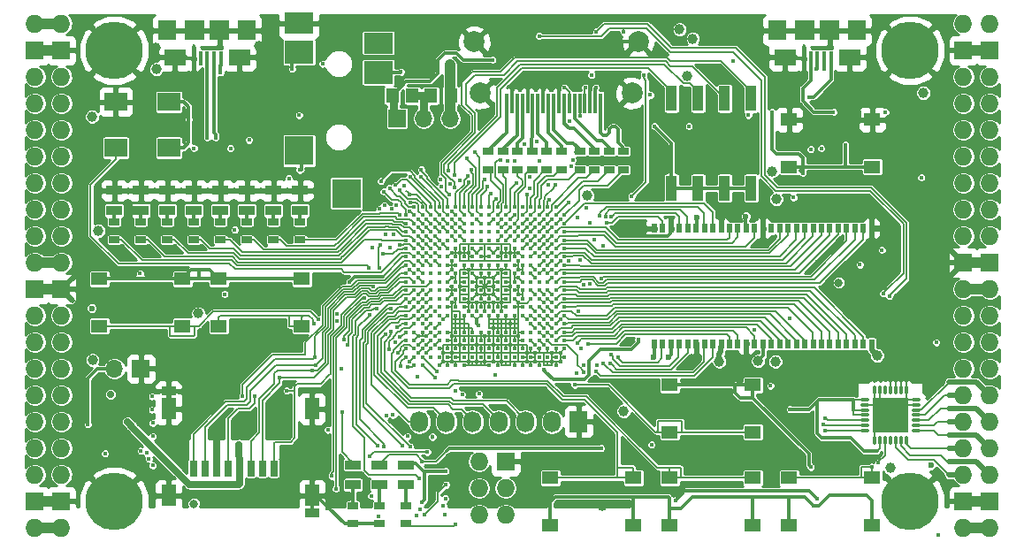
<source format=gtl>
G04 #@! TF.GenerationSoftware,KiCad,Pcbnew,5.0.0+dfsg1-2*
G04 #@! TF.CreationDate,2018-08-23T14:27:13+02:00*
G04 #@! TF.ProjectId,ulx3s,756C7833732E6B696361645F70636200,rev?*
G04 #@! TF.SameCoordinates,Original*
G04 #@! TF.FileFunction,Copper,L1,Top,Signal*
G04 #@! TF.FilePolarity,Positive*
%FSLAX46Y46*%
G04 Gerber Fmt 4.6, Leading zero omitted, Abs format (unit mm)*
G04 Created by KiCad (PCBNEW 5.0.0+dfsg1-2) date Thu Aug 23 14:27:13 2018*
%MOMM*%
%LPD*%
G01*
G04 APERTURE LIST*
G04 #@! TA.AperFunction,BGAPad,CuDef*
%ADD10C,0.400000*%
G04 #@! TD*
G04 #@! TA.AperFunction,SMDPad,CuDef*
%ADD11R,0.300000X1.900000*%
G04 #@! TD*
G04 #@! TA.AperFunction,ComponentPad*
%ADD12C,2.000000*%
G04 #@! TD*
G04 #@! TA.AperFunction,SMDPad,CuDef*
%ADD13R,1.120000X2.440000*%
G04 #@! TD*
G04 #@! TA.AperFunction,SMDPad,CuDef*
%ADD14R,0.560000X0.900000*%
G04 #@! TD*
G04 #@! TA.AperFunction,ComponentPad*
%ADD15O,1.727200X1.727200*%
G04 #@! TD*
G04 #@! TA.AperFunction,ComponentPad*
%ADD16R,1.727200X1.727200*%
G04 #@! TD*
G04 #@! TA.AperFunction,ComponentPad*
%ADD17C,5.500000*%
G04 #@! TD*
G04 #@! TA.AperFunction,SMDPad,CuDef*
%ADD18O,0.850000X0.300000*%
G04 #@! TD*
G04 #@! TA.AperFunction,SMDPad,CuDef*
%ADD19O,0.300000X0.850000*%
G04 #@! TD*
G04 #@! TA.AperFunction,SMDPad,CuDef*
%ADD20R,1.675000X1.675000*%
G04 #@! TD*
G04 #@! TA.AperFunction,ComponentPad*
%ADD21R,1.727200X2.032000*%
G04 #@! TD*
G04 #@! TA.AperFunction,ComponentPad*
%ADD22O,1.727200X2.032000*%
G04 #@! TD*
G04 #@! TA.AperFunction,SMDPad,CuDef*
%ADD23R,2.800000X2.000000*%
G04 #@! TD*
G04 #@! TA.AperFunction,SMDPad,CuDef*
%ADD24R,2.800000X2.200000*%
G04 #@! TD*
G04 #@! TA.AperFunction,SMDPad,CuDef*
%ADD25R,2.800000X2.800000*%
G04 #@! TD*
G04 #@! TA.AperFunction,SMDPad,CuDef*
%ADD26R,0.700000X1.500000*%
G04 #@! TD*
G04 #@! TA.AperFunction,SMDPad,CuDef*
%ADD27R,1.450000X0.900000*%
G04 #@! TD*
G04 #@! TA.AperFunction,SMDPad,CuDef*
%ADD28R,1.450000X2.000000*%
G04 #@! TD*
G04 #@! TA.AperFunction,SMDPad,CuDef*
%ADD29R,2.200000X1.800000*%
G04 #@! TD*
G04 #@! TA.AperFunction,SMDPad,CuDef*
%ADD30R,1.000000X0.670000*%
G04 #@! TD*
G04 #@! TA.AperFunction,SMDPad,CuDef*
%ADD31R,1.500000X0.970000*%
G04 #@! TD*
G04 #@! TA.AperFunction,ComponentPad*
%ADD32R,1.700000X1.700000*%
G04 #@! TD*
G04 #@! TA.AperFunction,ComponentPad*
%ADD33O,1.700000X1.700000*%
G04 #@! TD*
G04 #@! TA.AperFunction,SMDPad,CuDef*
%ADD34R,1.295000X1.400000*%
G04 #@! TD*
G04 #@! TA.AperFunction,SMDPad,CuDef*
%ADD35R,1.800000X1.900000*%
G04 #@! TD*
G04 #@! TA.AperFunction,SMDPad,CuDef*
%ADD36R,0.400000X1.350000*%
G04 #@! TD*
G04 #@! TA.AperFunction,SMDPad,CuDef*
%ADD37R,1.900000X1.900000*%
G04 #@! TD*
G04 #@! TA.AperFunction,SMDPad,CuDef*
%ADD38R,2.100000X1.600000*%
G04 #@! TD*
G04 #@! TA.AperFunction,SMDPad,CuDef*
%ADD39R,1.550000X1.300000*%
G04 #@! TD*
G04 #@! TA.AperFunction,ViaPad*
%ADD40C,2.000000*%
G04 #@! TD*
G04 #@! TA.AperFunction,ViaPad*
%ADD41C,0.419000*%
G04 #@! TD*
G04 #@! TA.AperFunction,ViaPad*
%ADD42C,0.600000*%
G04 #@! TD*
G04 #@! TA.AperFunction,ViaPad*
%ADD43C,1.000000*%
G04 #@! TD*
G04 #@! TA.AperFunction,ViaPad*
%ADD44C,0.800000*%
G04 #@! TD*
G04 #@! TA.AperFunction,ViaPad*
%ADD45C,0.700000*%
G04 #@! TD*
G04 #@! TA.AperFunction,ViaPad*
%ADD46C,0.454000*%
G04 #@! TD*
G04 #@! TA.AperFunction,Conductor*
%ADD47C,0.300000*%
G04 #@! TD*
G04 #@! TA.AperFunction,Conductor*
%ADD48C,0.190000*%
G04 #@! TD*
G04 #@! TA.AperFunction,Conductor*
%ADD49C,0.500000*%
G04 #@! TD*
G04 #@! TA.AperFunction,Conductor*
%ADD50C,1.000000*%
G04 #@! TD*
G04 #@! TA.AperFunction,Conductor*
%ADD51C,0.127000*%
G04 #@! TD*
G04 #@! TA.AperFunction,Conductor*
%ADD52C,0.700000*%
G04 #@! TD*
G04 #@! TA.AperFunction,Conductor*
%ADD53C,0.800000*%
G04 #@! TD*
G04 #@! TA.AperFunction,Conductor*
%ADD54C,0.140000*%
G04 #@! TD*
G04 #@! TA.AperFunction,Conductor*
%ADD55C,0.254000*%
G04 #@! TD*
G04 APERTURE END LIST*
D10*
G04 #@! TO.P,U1,Y19*
G04 #@! TO.N,GND*
X145280000Y-95400000D03*
G04 #@! TO.P,U1,Y17*
X143680000Y-95400000D03*
G04 #@! TO.P,U1,Y16*
X142880000Y-95400000D03*
G04 #@! TO.P,U1,Y15*
X142080000Y-95400000D03*
G04 #@! TO.P,U1,Y14*
X141280000Y-95400000D03*
G04 #@! TO.P,U1,Y12*
X139680000Y-95400000D03*
G04 #@! TO.P,U1,Y11*
X138880000Y-95400000D03*
G04 #@! TO.P,U1,Y8*
X136480000Y-95400000D03*
G04 #@! TO.P,U1,Y7*
X135680000Y-95400000D03*
G04 #@! TO.P,U1,Y6*
X134880000Y-95400000D03*
G04 #@! TO.P,U1,Y5*
X134080000Y-95400000D03*
G04 #@! TO.P,U1,Y3*
G04 #@! TO.N,/flash/FPGA_DONE*
X132480000Y-95400000D03*
G04 #@! TO.P,U1,Y2*
G04 #@! TO.N,/flash/FLASH_nWP*
X131680000Y-95400000D03*
G04 #@! TO.P,U1,W20*
G04 #@! TO.N,GND*
X146080000Y-94600000D03*
G04 #@! TO.P,U1,W19*
X145280000Y-94600000D03*
G04 #@! TO.P,U1,W18*
G04 #@! TO.N,Net-(U1-PadW18)*
X144480000Y-94600000D03*
G04 #@! TO.P,U1,W17*
G04 #@! TO.N,Net-(U1-PadW17)*
X143680000Y-94600000D03*
G04 #@! TO.P,U1,W16*
G04 #@! TO.N,GND*
X142880000Y-94600000D03*
G04 #@! TO.P,U1,W15*
X142080000Y-94600000D03*
G04 #@! TO.P,U1,W14*
G04 #@! TO.N,Net-(U1-PadW14)*
X141280000Y-94600000D03*
G04 #@! TO.P,U1,W13*
G04 #@! TO.N,Net-(U1-PadW13)*
X140480000Y-94600000D03*
G04 #@! TO.P,U1,W12*
G04 #@! TO.N,GND*
X139680000Y-94600000D03*
G04 #@! TO.P,U1,W11*
G04 #@! TO.N,N/C*
X138880000Y-94600000D03*
G04 #@! TO.P,U1,W10*
X138080000Y-94600000D03*
G04 #@! TO.P,U1,W9*
G04 #@! TO.N,Net-(U1-PadW9)*
X137280000Y-94600000D03*
G04 #@! TO.P,U1,W8*
G04 #@! TO.N,Net-(U1-PadW8)*
X136480000Y-94600000D03*
G04 #@! TO.P,U1,W7*
G04 #@! TO.N,GND*
X135680000Y-94600000D03*
G04 #@! TO.P,U1,W6*
X134880000Y-94600000D03*
G04 #@! TO.P,U1,W5*
G04 #@! TO.N,Net-(U1-PadW5)*
X134080000Y-94600000D03*
G04 #@! TO.P,U1,W4*
G04 #@! TO.N,Net-(U1-PadW4)*
X133280000Y-94600000D03*
G04 #@! TO.P,U1,W3*
G04 #@! TO.N,/flash/FPGA_PROGRAMN*
X132480000Y-94600000D03*
G04 #@! TO.P,U1,W2*
G04 #@! TO.N,/flash/FLASH_MOSI*
X131680000Y-94600000D03*
G04 #@! TO.P,U1,W1*
G04 #@! TO.N,/flash/FLASH_nHOLD*
X130880000Y-94600000D03*
G04 #@! TO.P,U1,V20*
G04 #@! TO.N,GND*
X146080000Y-93800000D03*
G04 #@! TO.P,U1,V19*
X145280000Y-93800000D03*
G04 #@! TO.P,U1,V18*
X144480000Y-93800000D03*
G04 #@! TO.P,U1,V17*
X143680000Y-93800000D03*
G04 #@! TO.P,U1,V16*
X142880000Y-93800000D03*
G04 #@! TO.P,U1,V15*
X142080000Y-93800000D03*
G04 #@! TO.P,U1,V14*
X141280000Y-93800000D03*
G04 #@! TO.P,U1,V13*
X140480000Y-93800000D03*
G04 #@! TO.P,U1,V12*
X139680000Y-93800000D03*
G04 #@! TO.P,U1,V11*
X138880000Y-93800000D03*
G04 #@! TO.P,U1,V10*
X138080000Y-93800000D03*
G04 #@! TO.P,U1,V9*
X137280000Y-93800000D03*
G04 #@! TO.P,U1,V8*
X136480000Y-93800000D03*
G04 #@! TO.P,U1,V7*
X135680000Y-93800000D03*
G04 #@! TO.P,U1,V6*
X134880000Y-93800000D03*
G04 #@! TO.P,U1,V5*
X134080000Y-93800000D03*
G04 #@! TO.P,U1,V4*
G04 #@! TO.N,JTAG_TDO*
X133280000Y-93800000D03*
G04 #@! TO.P,U1,V3*
G04 #@! TO.N,/flash/FPGA_INITN*
X132480000Y-93800000D03*
G04 #@! TO.P,U1,V2*
G04 #@! TO.N,/flash/FLASH_MISO*
X131680000Y-93800000D03*
G04 #@! TO.P,U1,V1*
G04 #@! TO.N,BTN_D*
X130880000Y-93800000D03*
G04 #@! TO.P,U1,U20*
G04 #@! TO.N,SDRAM_D7*
X146080000Y-93000000D03*
G04 #@! TO.P,U1,U19*
G04 #@! TO.N,SDRAM_DQM0*
X145280000Y-93000000D03*
G04 #@! TO.P,U1,U18*
G04 #@! TO.N,GP14*
X144480000Y-93000000D03*
G04 #@! TO.P,U1,U17*
G04 #@! TO.N,GN14*
X143680000Y-93000000D03*
G04 #@! TO.P,U1,U16*
G04 #@! TO.N,ADC_MISO*
X142880000Y-93000000D03*
G04 #@! TO.P,U1,U15*
G04 #@! TO.N,GND*
X142080000Y-93000000D03*
G04 #@! TO.P,U1,U14*
X141280000Y-93000000D03*
G04 #@! TO.P,U1,U13*
X140480000Y-93000000D03*
G04 #@! TO.P,U1,U12*
X139680000Y-93000000D03*
G04 #@! TO.P,U1,U11*
X138880000Y-93000000D03*
G04 #@! TO.P,U1,U10*
X138080000Y-93000000D03*
G04 #@! TO.P,U1,U9*
X137280000Y-93000000D03*
G04 #@! TO.P,U1,U8*
X136480000Y-93000000D03*
G04 #@! TO.P,U1,U7*
X135680000Y-93000000D03*
G04 #@! TO.P,U1,U6*
X134880000Y-93000000D03*
G04 #@! TO.P,U1,U5*
G04 #@! TO.N,JTAG_TMS*
X134080000Y-93000000D03*
G04 #@! TO.P,U1,U4*
G04 #@! TO.N,GND*
X133280000Y-93000000D03*
G04 #@! TO.P,U1,U3*
G04 #@! TO.N,/flash/FLASH_SCK*
X132480000Y-93000000D03*
G04 #@! TO.P,U1,U2*
G04 #@! TO.N,+3V3*
X131680000Y-93000000D03*
G04 #@! TO.P,U1,U1*
G04 #@! TO.N,BTN_L*
X130880000Y-93000000D03*
G04 #@! TO.P,U1,T20*
G04 #@! TO.N,SDRAM_nWE*
X146080000Y-92200000D03*
G04 #@! TO.P,U1,T19*
G04 #@! TO.N,SDRAM_nCAS*
X145280000Y-92200000D03*
G04 #@! TO.P,U1,T18*
G04 #@! TO.N,SDRAM_D5*
X144480000Y-92200000D03*
G04 #@! TO.P,U1,T17*
G04 #@! TO.N,SDRAM_D6*
X143680000Y-92200000D03*
G04 #@! TO.P,U1,T16*
G04 #@! TO.N,Net-(U1-PadT16)*
X142880000Y-92200000D03*
G04 #@! TO.P,U1,T15*
G04 #@! TO.N,GND*
X142080000Y-92200000D03*
G04 #@! TO.P,U1,T14*
X141280000Y-92200000D03*
G04 #@! TO.P,U1,T13*
X140480000Y-92200000D03*
G04 #@! TO.P,U1,T12*
X139680000Y-92200000D03*
G04 #@! TO.P,U1,T11*
X138880000Y-92200000D03*
G04 #@! TO.P,U1,T10*
X138080000Y-92200000D03*
G04 #@! TO.P,U1,T9*
X137280000Y-92200000D03*
G04 #@! TO.P,U1,T8*
X136480000Y-92200000D03*
G04 #@! TO.P,U1,T7*
X135680000Y-92200000D03*
G04 #@! TO.P,U1,T6*
X134880000Y-92200000D03*
G04 #@! TO.P,U1,T5*
G04 #@! TO.N,JTAG_TCK*
X134080000Y-92200000D03*
G04 #@! TO.P,U1,T4*
G04 #@! TO.N,+3V3*
X133280000Y-92200000D03*
G04 #@! TO.P,U1,T3*
X132480000Y-92200000D03*
G04 #@! TO.P,U1,T2*
X131680000Y-92200000D03*
G04 #@! TO.P,U1,T1*
G04 #@! TO.N,BTN_F2*
X130880000Y-92200000D03*
G04 #@! TO.P,U1,R20*
G04 #@! TO.N,SDRAM_nRAS*
X146080000Y-91400000D03*
G04 #@! TO.P,U1,R19*
G04 #@! TO.N,GND*
X145280000Y-91400000D03*
G04 #@! TO.P,U1,R18*
G04 #@! TO.N,BTN_U*
X144480000Y-91400000D03*
G04 #@! TO.P,U1,R17*
G04 #@! TO.N,ADC_CSn*
X143680000Y-91400000D03*
G04 #@! TO.P,U1,R16*
G04 #@! TO.N,ADC_MOSI*
X142880000Y-91400000D03*
G04 #@! TO.P,U1,R5*
G04 #@! TO.N,JTAG_TDI*
X134080000Y-91400000D03*
G04 #@! TO.P,U1,R4*
G04 #@! TO.N,GND*
X133280000Y-91400000D03*
G04 #@! TO.P,U1,R3*
G04 #@! TO.N,Net-(U1-PadR3)*
X132480000Y-91400000D03*
G04 #@! TO.P,U1,R2*
G04 #@! TO.N,/flash/FLASH_nCS*
X131680000Y-91400000D03*
G04 #@! TO.P,U1,R1*
G04 #@! TO.N,BTN_F1*
X130880000Y-91400000D03*
G04 #@! TO.P,U1,P20*
G04 #@! TO.N,SDRAM_nCS*
X146080000Y-90600000D03*
G04 #@! TO.P,U1,P19*
G04 #@! TO.N,SDRAM_BA0*
X145280000Y-90600000D03*
G04 #@! TO.P,U1,P18*
G04 #@! TO.N,SDRAM_D4*
X144480000Y-90600000D03*
G04 #@! TO.P,U1,P17*
G04 #@! TO.N,ADC_SCLK*
X143680000Y-90600000D03*
G04 #@! TO.P,U1,P16*
G04 #@! TO.N,GN15*
X142880000Y-90600000D03*
G04 #@! TO.P,U1,P15*
G04 #@! TO.N,+2V5*
X142080000Y-90600000D03*
G04 #@! TO.P,U1,P14*
G04 #@! TO.N,GND*
X141280000Y-90600000D03*
G04 #@! TO.P,U1,P13*
X140480000Y-90600000D03*
G04 #@! TO.P,U1,P12*
X139680000Y-90600000D03*
G04 #@! TO.P,U1,P11*
X138880000Y-90600000D03*
G04 #@! TO.P,U1,P10*
G04 #@! TO.N,+3V3*
X138080000Y-90600000D03*
G04 #@! TO.P,U1,P9*
X137280000Y-90600000D03*
G04 #@! TO.P,U1,P8*
G04 #@! TO.N,GND*
X136480000Y-90600000D03*
G04 #@! TO.P,U1,P7*
X135680000Y-90600000D03*
G04 #@! TO.P,U1,P6*
G04 #@! TO.N,+2V5*
X134880000Y-90600000D03*
G04 #@! TO.P,U1,P5*
G04 #@! TO.N,SD_WP*
X134080000Y-90600000D03*
G04 #@! TO.P,U1,P4*
G04 #@! TO.N,OLED_CLK*
X133280000Y-90600000D03*
G04 #@! TO.P,U1,P3*
G04 #@! TO.N,OLED_MOSI*
X132480000Y-90600000D03*
G04 #@! TO.P,U1,P2*
G04 #@! TO.N,OLED_RES*
X131680000Y-90600000D03*
G04 #@! TO.P,U1,P1*
G04 #@! TO.N,OLED_DC*
X130880000Y-90600000D03*
G04 #@! TO.P,U1,N20*
G04 #@! TO.N,SDRAM_BA1*
X146080000Y-89800000D03*
G04 #@! TO.P,U1,N19*
G04 #@! TO.N,SDRAM_A10*
X145280000Y-89800000D03*
G04 #@! TO.P,U1,N18*
G04 #@! TO.N,SDRAM_D3*
X144480000Y-89800000D03*
G04 #@! TO.P,U1,N17*
G04 #@! TO.N,GP15*
X143680000Y-89800000D03*
G04 #@! TO.P,U1,N16*
G04 #@! TO.N,GP16*
X142880000Y-89800000D03*
G04 #@! TO.P,U1,N15*
G04 #@! TO.N,GND*
X142080000Y-89800000D03*
G04 #@! TO.P,U1,N14*
X141280000Y-89800000D03*
G04 #@! TO.P,U1,N13*
G04 #@! TO.N,+1V1*
X140480000Y-89800000D03*
G04 #@! TO.P,U1,N12*
X139680000Y-89800000D03*
G04 #@! TO.P,U1,N11*
X138880000Y-89800000D03*
G04 #@! TO.P,U1,N10*
X138080000Y-89800000D03*
G04 #@! TO.P,U1,N9*
X137280000Y-89800000D03*
G04 #@! TO.P,U1,N8*
X136480000Y-89800000D03*
G04 #@! TO.P,U1,N7*
G04 #@! TO.N,GND*
X135680000Y-89800000D03*
G04 #@! TO.P,U1,N6*
X134880000Y-89800000D03*
G04 #@! TO.P,U1,N5*
G04 #@! TO.N,SD_CD*
X134080000Y-89800000D03*
G04 #@! TO.P,U1,N4*
G04 #@! TO.N,WIFI_GPIO5*
X133280000Y-89800000D03*
G04 #@! TO.P,U1,N3*
G04 #@! TO.N,WIFI_GPIO17*
X132480000Y-89800000D03*
G04 #@! TO.P,U1,N2*
G04 #@! TO.N,OLED_CS*
X131680000Y-89800000D03*
G04 #@! TO.P,U1,N1*
G04 #@! TO.N,FTDI_nDTR*
X130880000Y-89800000D03*
G04 #@! TO.P,U1,M20*
G04 #@! TO.N,SDRAM_A0*
X146080000Y-89000000D03*
G04 #@! TO.P,U1,M19*
G04 #@! TO.N,SDRAM_A1*
X145280000Y-89000000D03*
G04 #@! TO.P,U1,M18*
G04 #@! TO.N,SDRAM_D2*
X144480000Y-89000000D03*
G04 #@! TO.P,U1,M17*
G04 #@! TO.N,GN16*
X143680000Y-89000000D03*
G04 #@! TO.P,U1,M16*
G04 #@! TO.N,GND*
X142880000Y-89000000D03*
G04 #@! TO.P,U1,M15*
G04 #@! TO.N,+3V3*
X142080000Y-89000000D03*
G04 #@! TO.P,U1,M14*
G04 #@! TO.N,GND*
X141280000Y-89000000D03*
G04 #@! TO.P,U1,M13*
G04 #@! TO.N,+1V1*
X140480000Y-89000000D03*
G04 #@! TO.P,U1,M12*
G04 #@! TO.N,GND*
X139680000Y-89000000D03*
G04 #@! TO.P,U1,M11*
X138880000Y-89000000D03*
G04 #@! TO.P,U1,M10*
X138080000Y-89000000D03*
G04 #@! TO.P,U1,M9*
X137280000Y-89000000D03*
G04 #@! TO.P,U1,M8*
G04 #@! TO.N,+1V1*
X136480000Y-89000000D03*
G04 #@! TO.P,U1,M7*
G04 #@! TO.N,GND*
X135680000Y-89000000D03*
G04 #@! TO.P,U1,M6*
G04 #@! TO.N,+3V3*
X134880000Y-89000000D03*
G04 #@! TO.P,U1,M5*
G04 #@! TO.N,Net-(U1-PadM5)*
X134080000Y-89000000D03*
G04 #@! TO.P,U1,M4*
G04 #@! TO.N,USER_PROGRAMN*
X133280000Y-89000000D03*
G04 #@! TO.P,U1,M3*
G04 #@! TO.N,FTDI_nRTS*
X132480000Y-89000000D03*
G04 #@! TO.P,U1,M2*
G04 #@! TO.N,GND*
X131680000Y-89000000D03*
G04 #@! TO.P,U1,M1*
G04 #@! TO.N,FTDI_TXD*
X130880000Y-89000000D03*
G04 #@! TO.P,U1,L20*
G04 #@! TO.N,SDRAM_A2*
X146080000Y-88200000D03*
G04 #@! TO.P,U1,L19*
G04 #@! TO.N,SDRAM_A3*
X145280000Y-88200000D03*
G04 #@! TO.P,U1,L18*
G04 #@! TO.N,SDRAM_D1*
X144480000Y-88200000D03*
G04 #@! TO.P,U1,L17*
G04 #@! TO.N,GN17*
X143680000Y-88200000D03*
G04 #@! TO.P,U1,L16*
G04 #@! TO.N,GP17*
X142880000Y-88200000D03*
G04 #@! TO.P,U1,L15*
G04 #@! TO.N,+3V3*
X142080000Y-88200000D03*
G04 #@! TO.P,U1,L14*
X141280000Y-88200000D03*
G04 #@! TO.P,U1,L13*
G04 #@! TO.N,+1V1*
X140480000Y-88200000D03*
G04 #@! TO.P,U1,L12*
G04 #@! TO.N,GND*
X139680000Y-88200000D03*
G04 #@! TO.P,U1,L11*
X138880000Y-88200000D03*
G04 #@! TO.P,U1,L10*
X138080000Y-88200000D03*
G04 #@! TO.P,U1,L9*
X137280000Y-88200000D03*
G04 #@! TO.P,U1,L8*
G04 #@! TO.N,+1V1*
X136480000Y-88200000D03*
G04 #@! TO.P,U1,L7*
G04 #@! TO.N,+3V3*
X135680000Y-88200000D03*
G04 #@! TO.P,U1,L6*
X134880000Y-88200000D03*
G04 #@! TO.P,U1,L5*
G04 #@! TO.N,Net-(U1-PadL5)*
X134080000Y-88200000D03*
G04 #@! TO.P,U1,L4*
G04 #@! TO.N,FTDI_RXD*
X133280000Y-88200000D03*
G04 #@! TO.P,U1,L3*
G04 #@! TO.N,FTDI_TXDEN*
X132480000Y-88200000D03*
G04 #@! TO.P,U1,L2*
G04 #@! TO.N,WIFI_GPIO0*
X131680000Y-88200000D03*
G04 #@! TO.P,U1,L1*
G04 #@! TO.N,WIFI_GPIO16*
X130880000Y-88200000D03*
G04 #@! TO.P,U1,K20*
G04 #@! TO.N,SDRAM_A4*
X146080000Y-87400000D03*
G04 #@! TO.P,U1,K19*
G04 #@! TO.N,SDRAM_A5*
X145280000Y-87400000D03*
G04 #@! TO.P,U1,K18*
G04 #@! TO.N,SDRAM_A6*
X144480000Y-87400000D03*
G04 #@! TO.P,U1,K17*
G04 #@! TO.N,Net-(U1-PadK17)*
X143680000Y-87400000D03*
G04 #@! TO.P,U1,K16*
G04 #@! TO.N,Net-(U1-PadK16)*
X142880000Y-87400000D03*
G04 #@! TO.P,U1,K15*
G04 #@! TO.N,GND*
X142080000Y-87400000D03*
G04 #@! TO.P,U1,K14*
X141280000Y-87400000D03*
G04 #@! TO.P,U1,K13*
G04 #@! TO.N,+1V1*
X140480000Y-87400000D03*
G04 #@! TO.P,U1,K12*
G04 #@! TO.N,GND*
X139680000Y-87400000D03*
G04 #@! TO.P,U1,K11*
X138880000Y-87400000D03*
G04 #@! TO.P,U1,K10*
X138080000Y-87400000D03*
G04 #@! TO.P,U1,K9*
X137280000Y-87400000D03*
G04 #@! TO.P,U1,K8*
G04 #@! TO.N,+1V1*
X136480000Y-87400000D03*
G04 #@! TO.P,U1,K7*
G04 #@! TO.N,GND*
X135680000Y-87400000D03*
G04 #@! TO.P,U1,K6*
X134880000Y-87400000D03*
G04 #@! TO.P,U1,K5*
G04 #@! TO.N,Net-(U1-PadK5)*
X134080000Y-87400000D03*
G04 #@! TO.P,U1,K4*
G04 #@! TO.N,WIFI_TXD*
X133280000Y-87400000D03*
G04 #@! TO.P,U1,K3*
G04 #@! TO.N,WIFI_RXD*
X132480000Y-87400000D03*
G04 #@! TO.P,U1,K2*
G04 #@! TO.N,SD_D3*
X131680000Y-87400000D03*
G04 #@! TO.P,U1,K1*
G04 #@! TO.N,SD_D2*
X130880000Y-87400000D03*
G04 #@! TO.P,U1,J20*
G04 #@! TO.N,SDRAM_A7*
X146080000Y-86600000D03*
G04 #@! TO.P,U1,J19*
G04 #@! TO.N,SDRAM_A8*
X145280000Y-86600000D03*
G04 #@! TO.P,U1,J18*
G04 #@! TO.N,SDRAM_D14*
X144480000Y-86600000D03*
G04 #@! TO.P,U1,J17*
G04 #@! TO.N,SDRAM_D15*
X143680000Y-86600000D03*
G04 #@! TO.P,U1,J16*
G04 #@! TO.N,SDRAM_D0*
X142880000Y-86600000D03*
G04 #@! TO.P,U1,J15*
G04 #@! TO.N,+3V3*
X142080000Y-86600000D03*
G04 #@! TO.P,U1,J14*
G04 #@! TO.N,GND*
X141280000Y-86600000D03*
G04 #@! TO.P,U1,J13*
G04 #@! TO.N,+1V1*
X140480000Y-86600000D03*
G04 #@! TO.P,U1,J12*
G04 #@! TO.N,GND*
X139680000Y-86600000D03*
G04 #@! TO.P,U1,J11*
X138880000Y-86600000D03*
G04 #@! TO.P,U1,J10*
X138080000Y-86600000D03*
G04 #@! TO.P,U1,J9*
X137280000Y-86600000D03*
G04 #@! TO.P,U1,J8*
G04 #@! TO.N,+1V1*
X136480000Y-86600000D03*
G04 #@! TO.P,U1,J7*
G04 #@! TO.N,GND*
X135680000Y-86600000D03*
G04 #@! TO.P,U1,J6*
G04 #@! TO.N,2V5_3V3*
X134880000Y-86600000D03*
G04 #@! TO.P,U1,J5*
G04 #@! TO.N,Net-(U1-PadJ5)*
X134080000Y-86600000D03*
G04 #@! TO.P,U1,J4*
G04 #@! TO.N,Net-(U1-PadJ4)*
X133280000Y-86600000D03*
G04 #@! TO.P,U1,J3*
G04 #@! TO.N,SD_D0*
X132480000Y-86600000D03*
G04 #@! TO.P,U1,J2*
G04 #@! TO.N,GND*
X131680000Y-86600000D03*
G04 #@! TO.P,U1,J1*
G04 #@! TO.N,SD_CMD*
X130880000Y-86600000D03*
G04 #@! TO.P,U1,H20*
G04 #@! TO.N,SDRAM_A9*
X146080000Y-85800000D03*
G04 #@! TO.P,U1,H19*
G04 #@! TO.N,GND*
X145280000Y-85800000D03*
G04 #@! TO.P,U1,H18*
G04 #@! TO.N,GP18*
X144480000Y-85800000D03*
G04 #@! TO.P,U1,H17*
G04 #@! TO.N,GN18*
X143680000Y-85800000D03*
G04 #@! TO.P,U1,H16*
G04 #@! TO.N,BTN_R*
X142880000Y-85800000D03*
G04 #@! TO.P,U1,H15*
G04 #@! TO.N,+3V3*
X142080000Y-85800000D03*
G04 #@! TO.P,U1,H14*
X141280000Y-85800000D03*
G04 #@! TO.P,U1,H13*
G04 #@! TO.N,+1V1*
X140480000Y-85800000D03*
G04 #@! TO.P,U1,H12*
X139680000Y-85800000D03*
G04 #@! TO.P,U1,H11*
X138880000Y-85800000D03*
G04 #@! TO.P,U1,H10*
X138080000Y-85800000D03*
G04 #@! TO.P,U1,H9*
X137280000Y-85800000D03*
G04 #@! TO.P,U1,H8*
X136480000Y-85800000D03*
G04 #@! TO.P,U1,H7*
G04 #@! TO.N,2V5_3V3*
X135680000Y-85800000D03*
G04 #@! TO.P,U1,H6*
X134880000Y-85800000D03*
G04 #@! TO.P,U1,H5*
G04 #@! TO.N,AUDIO_V0*
X134080000Y-85800000D03*
G04 #@! TO.P,U1,H4*
G04 #@! TO.N,GP13*
X133280000Y-85800000D03*
G04 #@! TO.P,U1,H3*
G04 #@! TO.N,LED7*
X132480000Y-85800000D03*
G04 #@! TO.P,U1,H2*
G04 #@! TO.N,SD_CLK*
X131680000Y-85800000D03*
G04 #@! TO.P,U1,H1*
G04 #@! TO.N,SD_D1*
X130880000Y-85800000D03*
G04 #@! TO.P,U1,G20*
G04 #@! TO.N,SDRAM_A11*
X146080000Y-85000000D03*
G04 #@! TO.P,U1,G19*
G04 #@! TO.N,SDRAM_A12*
X145280000Y-85000000D03*
G04 #@! TO.P,U1,G18*
G04 #@! TO.N,GN19*
X144480000Y-85000000D03*
G04 #@! TO.P,U1,G17*
G04 #@! TO.N,GND*
X143680000Y-85000000D03*
G04 #@! TO.P,U1,G16*
G04 #@! TO.N,SHUTDOWN*
X142880000Y-85000000D03*
G04 #@! TO.P,U1,G15*
G04 #@! TO.N,GND*
X142080000Y-85000000D03*
G04 #@! TO.P,U1,G14*
X141280000Y-85000000D03*
G04 #@! TO.P,U1,G13*
X140480000Y-85000000D03*
G04 #@! TO.P,U1,G12*
X139680000Y-85000000D03*
G04 #@! TO.P,U1,G11*
X138880000Y-85000000D03*
G04 #@! TO.P,U1,G10*
X138080000Y-85000000D03*
G04 #@! TO.P,U1,G9*
X137280000Y-85000000D03*
G04 #@! TO.P,U1,G8*
X136480000Y-85000000D03*
G04 #@! TO.P,U1,G7*
X135680000Y-85000000D03*
G04 #@! TO.P,U1,G6*
X134880000Y-85000000D03*
G04 #@! TO.P,U1,G5*
G04 #@! TO.N,GN13*
X134080000Y-85000000D03*
G04 #@! TO.P,U1,G4*
G04 #@! TO.N,GND*
X133280000Y-85000000D03*
G04 #@! TO.P,U1,G3*
G04 #@! TO.N,GP12*
X132480000Y-85000000D03*
G04 #@! TO.P,U1,G2*
G04 #@! TO.N,CLK_25MHz*
X131680000Y-85000000D03*
G04 #@! TO.P,U1,G1*
G04 #@! TO.N,/usb/ANT_433MHz*
X130880000Y-85000000D03*
G04 #@! TO.P,U1,F20*
G04 #@! TO.N,SDRAM_CKE*
X146080000Y-84200000D03*
G04 #@! TO.P,U1,F19*
G04 #@! TO.N,SDRAM_CLK*
X145280000Y-84200000D03*
G04 #@! TO.P,U1,F18*
G04 #@! TO.N,SDRAM_D13*
X144480000Y-84200000D03*
G04 #@! TO.P,U1,F17*
G04 #@! TO.N,GP19*
X143680000Y-84200000D03*
G04 #@! TO.P,U1,F16*
G04 #@! TO.N,USB_FPGA_D-*
X142880000Y-84200000D03*
G04 #@! TO.P,U1,F15*
G04 #@! TO.N,+2V5*
X142080000Y-84200000D03*
G04 #@! TO.P,U1,F14*
G04 #@! TO.N,GND*
X141280000Y-84200000D03*
G04 #@! TO.P,U1,F13*
X140480000Y-84200000D03*
G04 #@! TO.P,U1,F12*
G04 #@! TO.N,+3V3*
X139680000Y-84200000D03*
G04 #@! TO.P,U1,F11*
X138880000Y-84200000D03*
G04 #@! TO.P,U1,F10*
G04 #@! TO.N,2V5_3V3*
X138080000Y-84200000D03*
G04 #@! TO.P,U1,F9*
X137280000Y-84200000D03*
G04 #@! TO.P,U1,F8*
G04 #@! TO.N,GND*
X136480000Y-84200000D03*
G04 #@! TO.P,U1,F7*
X135680000Y-84200000D03*
G04 #@! TO.P,U1,F6*
G04 #@! TO.N,+2V5*
X134880000Y-84200000D03*
G04 #@! TO.P,U1,F5*
G04 #@! TO.N,AUDIO_V2*
X134080000Y-84200000D03*
G04 #@! TO.P,U1,F4*
G04 #@! TO.N,GP11*
X133280000Y-84200000D03*
G04 #@! TO.P,U1,F3*
G04 #@! TO.N,GN12*
X132480000Y-84200000D03*
G04 #@! TO.P,U1,F2*
G04 #@! TO.N,AUDIO_V1*
X131680000Y-84200000D03*
G04 #@! TO.P,U1,F1*
G04 #@! TO.N,WIFI_EN*
X130880000Y-84200000D03*
G04 #@! TO.P,U1,E20*
G04 #@! TO.N,SDRAM_DQM1*
X146080000Y-83400000D03*
G04 #@! TO.P,U1,E19*
G04 #@! TO.N,SDRAM_D8*
X145280000Y-83400000D03*
G04 #@! TO.P,U1,E18*
G04 #@! TO.N,SDRAM_D12*
X144480000Y-83400000D03*
G04 #@! TO.P,U1,E17*
G04 #@! TO.N,GN20*
X143680000Y-83400000D03*
G04 #@! TO.P,U1,E16*
G04 #@! TO.N,USB_FPGA_D+*
X142880000Y-83400000D03*
G04 #@! TO.P,U1,E15*
G04 #@! TO.N,USB_FPGA_D-*
X142080000Y-83400000D03*
G04 #@! TO.P,U1,E14*
G04 #@! TO.N,GN25*
X141280000Y-83400000D03*
G04 #@! TO.P,U1,E13*
G04 #@! TO.N,GN27*
X140480000Y-83400000D03*
G04 #@! TO.P,U1,E12*
G04 #@! TO.N,FPDI_SCL*
X139680000Y-83400000D03*
G04 #@! TO.P,U1,E11*
G04 #@! TO.N,Net-(U1-PadE11)*
X138880000Y-83400000D03*
G04 #@! TO.P,U1,E10*
G04 #@! TO.N,Net-(U1-PadE10)*
X138080000Y-83400000D03*
G04 #@! TO.P,U1,E9*
G04 #@! TO.N,Net-(U1-PadE9)*
X137280000Y-83400000D03*
G04 #@! TO.P,U1,E8*
G04 #@! TO.N,SW1*
X136480000Y-83400000D03*
G04 #@! TO.P,U1,E7*
G04 #@! TO.N,SW4*
X135680000Y-83400000D03*
G04 #@! TO.P,U1,E6*
G04 #@! TO.N,Net-(U1-PadE6)*
X134880000Y-83400000D03*
G04 #@! TO.P,U1,E5*
G04 #@! TO.N,AUDIO_V3*
X134080000Y-83400000D03*
G04 #@! TO.P,U1,E4*
G04 #@! TO.N,AUDIO_L0*
X133280000Y-83400000D03*
G04 #@! TO.P,U1,E3*
G04 #@! TO.N,GN11*
X132480000Y-83400000D03*
G04 #@! TO.P,U1,E2*
G04 #@! TO.N,LED5*
X131680000Y-83400000D03*
G04 #@! TO.P,U1,E1*
G04 #@! TO.N,LED6*
X130880000Y-83400000D03*
G04 #@! TO.P,U1,D20*
G04 #@! TO.N,SDRAM_D9*
X146080000Y-82600000D03*
G04 #@! TO.P,U1,D19*
G04 #@! TO.N,SDRAM_D10*
X145280000Y-82600000D03*
G04 #@! TO.P,U1,D18*
G04 #@! TO.N,GP20*
X144480000Y-82600000D03*
G04 #@! TO.P,U1,D17*
G04 #@! TO.N,GN21*
X143680000Y-82600000D03*
G04 #@! TO.P,U1,D16*
G04 #@! TO.N,GN24*
X142880000Y-82600000D03*
G04 #@! TO.P,U1,D15*
G04 #@! TO.N,USB_FPGA_D+*
X142080000Y-82600000D03*
G04 #@! TO.P,U1,D14*
G04 #@! TO.N,GP25*
X141280000Y-82600000D03*
G04 #@! TO.P,U1,D13*
G04 #@! TO.N,GP27*
X140480000Y-82600000D03*
G04 #@! TO.P,U1,D12*
G04 #@! TO.N,Net-(U1-PadD12)*
X139680000Y-82600000D03*
G04 #@! TO.P,U1,D11*
G04 #@! TO.N,Net-(U1-PadD11)*
X138880000Y-82600000D03*
G04 #@! TO.P,U1,D10*
G04 #@! TO.N,Net-(U1-PadD10)*
X138080000Y-82600000D03*
G04 #@! TO.P,U1,D9*
G04 #@! TO.N,Net-(U1-PadD9)*
X137280000Y-82600000D03*
G04 #@! TO.P,U1,D8*
G04 #@! TO.N,SW2*
X136480000Y-82600000D03*
G04 #@! TO.P,U1,D7*
G04 #@! TO.N,SW3*
X135680000Y-82600000D03*
G04 #@! TO.P,U1,D6*
G04 #@! TO.N,BTN_PWRn*
X134880000Y-82600000D03*
G04 #@! TO.P,U1,D5*
G04 #@! TO.N,AUDIO_R2*
X134080000Y-82600000D03*
G04 #@! TO.P,U1,D4*
G04 #@! TO.N,GND*
X133280000Y-82600000D03*
G04 #@! TO.P,U1,D3*
G04 #@! TO.N,AUDIO_L1*
X132480000Y-82600000D03*
G04 #@! TO.P,U1,D2*
G04 #@! TO.N,LED3*
X131680000Y-82600000D03*
G04 #@! TO.P,U1,D1*
G04 #@! TO.N,LED4*
X130880000Y-82600000D03*
G04 #@! TO.P,U1,C20*
G04 #@! TO.N,SDRAM_D11*
X146080000Y-81800000D03*
G04 #@! TO.P,U1,C19*
G04 #@! TO.N,GND*
X145280000Y-81800000D03*
G04 #@! TO.P,U1,C18*
G04 #@! TO.N,GP21*
X144480000Y-81800000D03*
G04 #@! TO.P,U1,C17*
G04 #@! TO.N,GN23*
X143680000Y-81800000D03*
G04 #@! TO.P,U1,C16*
G04 #@! TO.N,GP24*
X142880000Y-81800000D03*
G04 #@! TO.P,U1,C15*
G04 #@! TO.N,GN22*
X142080000Y-81800000D03*
G04 #@! TO.P,U1,C14*
G04 #@! TO.N,FPDI_D1-*
X141280000Y-81800000D03*
G04 #@! TO.P,U1,C13*
G04 #@! TO.N,GN26*
X140480000Y-81800000D03*
G04 #@! TO.P,U1,C12*
G04 #@! TO.N,USB_FPGA_PULL_D-*
X139680000Y-81800000D03*
G04 #@! TO.P,U1,C11*
G04 #@! TO.N,GN0*
X138880000Y-81800000D03*
G04 #@! TO.P,U1,C10*
G04 #@! TO.N,GN3*
X138080000Y-81800000D03*
G04 #@! TO.P,U1,C9*
G04 #@! TO.N,Net-(U1-PadC9)*
X137280000Y-81800000D03*
G04 #@! TO.P,U1,C8*
G04 #@! TO.N,GP5*
X136480000Y-81800000D03*
G04 #@! TO.P,U1,C7*
G04 #@! TO.N,GN6*
X135680000Y-81800000D03*
G04 #@! TO.P,U1,C6*
G04 #@! TO.N,GP6*
X134880000Y-81800000D03*
G04 #@! TO.P,U1,C5*
G04 #@! TO.N,AUDIO_R3*
X134080000Y-81800000D03*
G04 #@! TO.P,U1,C4*
G04 #@! TO.N,GP10*
X133280000Y-81800000D03*
G04 #@! TO.P,U1,C3*
G04 #@! TO.N,AUDIO_L2*
X132480000Y-81800000D03*
G04 #@! TO.P,U1,C2*
G04 #@! TO.N,LED1*
X131680000Y-81800000D03*
G04 #@! TO.P,U1,C1*
G04 #@! TO.N,LED2*
X130880000Y-81800000D03*
G04 #@! TO.P,U1,B20*
G04 #@! TO.N,FPDI_ETH-*
X146080000Y-81000000D03*
G04 #@! TO.P,U1,B19*
G04 #@! TO.N,FPDI_SDA*
X145280000Y-81000000D03*
G04 #@! TO.P,U1,B18*
G04 #@! TO.N,FPDI_CLK-*
X144480000Y-81000000D03*
G04 #@! TO.P,U1,B17*
G04 #@! TO.N,GP23*
X143680000Y-81000000D03*
G04 #@! TO.P,U1,B16*
G04 #@! TO.N,FPDI_D0-*
X142880000Y-81000000D03*
G04 #@! TO.P,U1,B15*
G04 #@! TO.N,GP22*
X142080000Y-81000000D03*
G04 #@! TO.P,U1,B14*
G04 #@! TO.N,GND*
X141280000Y-81000000D03*
G04 #@! TO.P,U1,B13*
G04 #@! TO.N,GP26*
X140480000Y-81000000D03*
G04 #@! TO.P,U1,B12*
G04 #@! TO.N,USB_FPGA_PULL_D+*
X139680000Y-81000000D03*
G04 #@! TO.P,U1,B11*
G04 #@! TO.N,GP0*
X138880000Y-81000000D03*
G04 #@! TO.P,U1,B10*
G04 #@! TO.N,GN2*
X138080000Y-81000000D03*
G04 #@! TO.P,U1,B9*
G04 #@! TO.N,GP3*
X137280000Y-81000000D03*
G04 #@! TO.P,U1,B8*
G04 #@! TO.N,GN5*
X136480000Y-81000000D03*
G04 #@! TO.P,U1,B7*
G04 #@! TO.N,GND*
X135680000Y-81000000D03*
G04 #@! TO.P,U1,B6*
G04 #@! TO.N,GN7*
X134880000Y-81000000D03*
G04 #@! TO.P,U1,B5*
G04 #@! TO.N,AUDIO_R1*
X134080000Y-81000000D03*
G04 #@! TO.P,U1,B4*
G04 #@! TO.N,GN10*
X133280000Y-81000000D03*
G04 #@! TO.P,U1,B3*
G04 #@! TO.N,AUDIO_L3*
X132480000Y-81000000D03*
G04 #@! TO.P,U1,B2*
G04 #@! TO.N,LED0*
X131680000Y-81000000D03*
G04 #@! TO.P,U1,B1*
G04 #@! TO.N,GN9*
X130880000Y-81000000D03*
G04 #@! TO.P,U1,A19*
G04 #@! TO.N,FPDI_ETH+*
X145280000Y-80200000D03*
G04 #@! TO.P,U1,A18*
G04 #@! TO.N,/gpdi/FPDI_CEC*
X144480000Y-80200000D03*
G04 #@! TO.P,U1,A17*
G04 #@! TO.N,FPDI_CLK+*
X143680000Y-80200000D03*
G04 #@! TO.P,U1,A16*
G04 #@! TO.N,FPDI_D0+*
X142880000Y-80200000D03*
G04 #@! TO.P,U1,A15*
G04 #@! TO.N,Net-(U1-PadA15)*
X142080000Y-80200000D03*
G04 #@! TO.P,U1,A14*
G04 #@! TO.N,FPDI_D1+*
X141280000Y-80200000D03*
G04 #@! TO.P,U1,A13*
G04 #@! TO.N,FPDI_D2-*
X140480000Y-80200000D03*
G04 #@! TO.P,U1,A12*
G04 #@! TO.N,FPDI_D2+*
X139680000Y-80200000D03*
G04 #@! TO.P,U1,A11*
G04 #@! TO.N,GN1*
X138880000Y-80200000D03*
G04 #@! TO.P,U1,A10*
G04 #@! TO.N,GP1*
X138080000Y-80200000D03*
G04 #@! TO.P,U1,A9*
G04 #@! TO.N,GP2*
X137280000Y-80200000D03*
G04 #@! TO.P,U1,A8*
G04 #@! TO.N,GN4*
X136480000Y-80200000D03*
G04 #@! TO.P,U1,A7*
G04 #@! TO.N,GP4*
X135680000Y-80200000D03*
G04 #@! TO.P,U1,A6*
G04 #@! TO.N,GP7*
X134880000Y-80200000D03*
G04 #@! TO.P,U1,A5*
G04 #@! TO.N,GN8*
X134080000Y-80200000D03*
G04 #@! TO.P,U1,A4*
G04 #@! TO.N,GP8*
X133280000Y-80200000D03*
G04 #@! TO.P,U1,A3*
G04 #@! TO.N,AUDIO_R0*
X132480000Y-80200000D03*
G04 #@! TO.P,U1,A2*
G04 #@! TO.N,GP9*
X131680000Y-80200000D03*
G04 #@! TD*
D11*
G04 #@! TO.P,GPDI1,19*
G04 #@! TO.N,/gpdi/GPDI_ETH-*
X149546000Y-70312000D03*
G04 #@! TO.P,GPDI1,18*
G04 #@! TO.N,+5V*
X149046000Y-70312000D03*
G04 #@! TO.P,GPDI1,17*
G04 #@! TO.N,GND*
X148546000Y-70312000D03*
G04 #@! TO.P,GPDI1,16*
G04 #@! TO.N,GPDI_SDA*
X148046000Y-70312000D03*
G04 #@! TO.P,GPDI1,15*
G04 #@! TO.N,GPDI_SCL*
X147546000Y-70312000D03*
G04 #@! TO.P,GPDI1,14*
G04 #@! TO.N,/gpdi/GPDI_ETH+*
X147046000Y-70312000D03*
G04 #@! TO.P,GPDI1,13*
G04 #@! TO.N,GPDI_CEC*
X146546000Y-70312000D03*
G04 #@! TO.P,GPDI1,12*
G04 #@! TO.N,/gpdi/GPDI_CLK-*
X146046000Y-70312000D03*
G04 #@! TO.P,GPDI1,11*
G04 #@! TO.N,GND*
X145546000Y-70312000D03*
G04 #@! TO.P,GPDI1,10*
G04 #@! TO.N,/gpdi/GPDI_CLK+*
X145046000Y-70312000D03*
G04 #@! TO.P,GPDI1,9*
G04 #@! TO.N,/gpdi/GPDI_D0-*
X144546000Y-70312000D03*
G04 #@! TO.P,GPDI1,8*
G04 #@! TO.N,GND*
X144046000Y-70312000D03*
G04 #@! TO.P,GPDI1,7*
G04 #@! TO.N,/gpdi/GPDI_D0+*
X143546000Y-70312000D03*
G04 #@! TO.P,GPDI1,6*
G04 #@! TO.N,/gpdi/GPDI_D1-*
X143046000Y-70312000D03*
G04 #@! TO.P,GPDI1,5*
G04 #@! TO.N,GND*
X142546000Y-70312000D03*
G04 #@! TO.P,GPDI1,4*
G04 #@! TO.N,/gpdi/GPDI_D1+*
X142046000Y-70312000D03*
G04 #@! TO.P,GPDI1,3*
G04 #@! TO.N,/gpdi/GPDI_D2-*
X141546000Y-70312000D03*
G04 #@! TO.P,GPDI1,2*
G04 #@! TO.N,GND*
X141046000Y-70312000D03*
G04 #@! TO.P,GPDI1,1*
G04 #@! TO.N,/gpdi/GPDI_D2+*
X140546000Y-70312000D03*
D12*
G04 #@! TO.P,GPDI1,0*
G04 #@! TO.N,GND*
X152546000Y-69312000D03*
X138046000Y-69312000D03*
X153146000Y-64412000D03*
X137446000Y-64412000D03*
G04 #@! TD*
D13*
G04 #@! TO.P,SW1,8*
G04 #@! TO.N,SW1*
X156330000Y-69815000D03*
G04 #@! TO.P,SW1,4*
G04 #@! TO.N,/blinkey/SWPU*
X163950000Y-78425000D03*
G04 #@! TO.P,SW1,7*
G04 #@! TO.N,SW2*
X158870000Y-69815000D03*
G04 #@! TO.P,SW1,3*
G04 #@! TO.N,/blinkey/SWPU*
X161410000Y-78425000D03*
G04 #@! TO.P,SW1,6*
G04 #@! TO.N,SW3*
X161410000Y-69815000D03*
G04 #@! TO.P,SW1,2*
G04 #@! TO.N,/blinkey/SWPU*
X158870000Y-78425000D03*
G04 #@! TO.P,SW1,5*
G04 #@! TO.N,SW4*
X163950000Y-69815000D03*
G04 #@! TO.P,SW1,1*
G04 #@! TO.N,/blinkey/SWPU*
X156330000Y-78425000D03*
G04 #@! TD*
D14*
G04 #@! TO.P,U2,28*
G04 #@! TO.N,GND*
X175493000Y-82270000D03*
G04 #@! TO.P,U2,1*
G04 #@! TO.N,+3V3*
X154693000Y-93330000D03*
G04 #@! TO.P,U2,2*
G04 #@! TO.N,SDRAM_D0*
X155493000Y-93330000D03*
G04 #@! TO.P,U2,3*
G04 #@! TO.N,+3V3*
X156293000Y-93330000D03*
G04 #@! TO.P,U2,4*
G04 #@! TO.N,SDRAM_D1*
X157093000Y-93330000D03*
G04 #@! TO.P,U2,5*
G04 #@! TO.N,SDRAM_D2*
X157893000Y-93330000D03*
G04 #@! TO.P,U2,6*
G04 #@! TO.N,GND*
X158693000Y-93330000D03*
G04 #@! TO.P,U2,7*
G04 #@! TO.N,SDRAM_D3*
X159493000Y-93330000D03*
G04 #@! TO.P,U2,8*
G04 #@! TO.N,SDRAM_D4*
X160293000Y-93330000D03*
G04 #@! TO.P,U2,9*
G04 #@! TO.N,+3V3*
X161093000Y-93330000D03*
G04 #@! TO.P,U2,10*
G04 #@! TO.N,SDRAM_D5*
X161893000Y-93330000D03*
G04 #@! TO.P,U2,11*
G04 #@! TO.N,SDRAM_D6*
X162693000Y-93330000D03*
G04 #@! TO.P,U2,12*
G04 #@! TO.N,GND*
X163493000Y-93330000D03*
G04 #@! TO.P,U2,13*
G04 #@! TO.N,SDRAM_D7*
X164293000Y-93330000D03*
G04 #@! TO.P,U2,14*
G04 #@! TO.N,+3V3*
X165093000Y-93330000D03*
G04 #@! TO.P,U2,15*
G04 #@! TO.N,SDRAM_DQM0*
X165893000Y-93330000D03*
G04 #@! TO.P,U2,16*
G04 #@! TO.N,SDRAM_nWE*
X166693000Y-93330000D03*
G04 #@! TO.P,U2,17*
G04 #@! TO.N,SDRAM_nCAS*
X167493000Y-93330000D03*
G04 #@! TO.P,U2,18*
G04 #@! TO.N,SDRAM_nRAS*
X168293000Y-93330000D03*
G04 #@! TO.P,U2,19*
G04 #@! TO.N,SDRAM_nCS*
X169093000Y-93330000D03*
G04 #@! TO.P,U2,20*
G04 #@! TO.N,SDRAM_BA0*
X169893000Y-93330000D03*
G04 #@! TO.P,U2,21*
G04 #@! TO.N,SDRAM_BA1*
X170693000Y-93330000D03*
G04 #@! TO.P,U2,22*
G04 #@! TO.N,SDRAM_A10*
X171493000Y-93330000D03*
G04 #@! TO.P,U2,23*
G04 #@! TO.N,SDRAM_A0*
X172293000Y-93330000D03*
G04 #@! TO.P,U2,24*
G04 #@! TO.N,SDRAM_A1*
X173093000Y-93330000D03*
G04 #@! TO.P,U2,25*
G04 #@! TO.N,SDRAM_A2*
X173893000Y-93330000D03*
G04 #@! TO.P,U2,26*
G04 #@! TO.N,SDRAM_A3*
X174693000Y-93330000D03*
G04 #@! TO.P,U2,27*
G04 #@! TO.N,+3V3*
X175493000Y-93330000D03*
G04 #@! TO.P,U2,29*
G04 #@! TO.N,SDRAM_A4*
X174693000Y-82270000D03*
G04 #@! TO.P,U2,30*
G04 #@! TO.N,SDRAM_A5*
X173893000Y-82270000D03*
G04 #@! TO.P,U2,31*
G04 #@! TO.N,SDRAM_A6*
X173093000Y-82270000D03*
G04 #@! TO.P,U2,32*
G04 #@! TO.N,SDRAM_A7*
X172293000Y-82270000D03*
G04 #@! TO.P,U2,33*
G04 #@! TO.N,SDRAM_A8*
X171493000Y-82270000D03*
G04 #@! TO.P,U2,34*
G04 #@! TO.N,SDRAM_A9*
X170693000Y-82270000D03*
G04 #@! TO.P,U2,35*
G04 #@! TO.N,SDRAM_A11*
X169893000Y-82270000D03*
G04 #@! TO.P,U2,36*
G04 #@! TO.N,SDRAM_A12*
X169093000Y-82270000D03*
G04 #@! TO.P,U2,37*
G04 #@! TO.N,SDRAM_CKE*
X168293000Y-82270000D03*
G04 #@! TO.P,U2,38*
G04 #@! TO.N,SDRAM_CLK*
X167493000Y-82270000D03*
G04 #@! TO.P,U2,39*
G04 #@! TO.N,SDRAM_DQM1*
X166693000Y-82270000D03*
G04 #@! TO.P,U2,40*
G04 #@! TO.N,N/C*
X165893000Y-82270000D03*
G04 #@! TO.P,U2,41*
G04 #@! TO.N,GND*
X165093000Y-82270000D03*
G04 #@! TO.P,U2,42*
G04 #@! TO.N,SDRAM_D8*
X164293000Y-82270000D03*
G04 #@! TO.P,U2,43*
G04 #@! TO.N,+3V3*
X163493000Y-82270000D03*
G04 #@! TO.P,U2,44*
G04 #@! TO.N,SDRAM_D9*
X162693000Y-82270000D03*
G04 #@! TO.P,U2,45*
G04 #@! TO.N,SDRAM_D10*
X161893000Y-82270000D03*
G04 #@! TO.P,U2,46*
G04 #@! TO.N,GND*
X161093000Y-82270000D03*
G04 #@! TO.P,U2,47*
G04 #@! TO.N,SDRAM_D11*
X160293000Y-82270000D03*
G04 #@! TO.P,U2,48*
G04 #@! TO.N,SDRAM_D12*
X159493000Y-82270000D03*
G04 #@! TO.P,U2,49*
G04 #@! TO.N,+3V3*
X158693000Y-82270000D03*
G04 #@! TO.P,U2,50*
G04 #@! TO.N,SDRAM_D13*
X157893000Y-82270000D03*
G04 #@! TO.P,U2,51*
G04 #@! TO.N,SDRAM_D14*
X157093000Y-82270000D03*
G04 #@! TO.P,U2,52*
G04 #@! TO.N,GND*
X156293000Y-82270000D03*
G04 #@! TO.P,U2,53*
G04 #@! TO.N,SDRAM_D15*
X155493000Y-82270000D03*
G04 #@! TO.P,U2,54*
G04 #@! TO.N,GND*
X154693000Y-82270000D03*
G04 #@! TD*
D15*
G04 #@! TO.P,J1,1*
G04 #@! TO.N,2V5_3V3*
X97910000Y-62690000D03*
G04 #@! TO.P,J1,2*
X95370000Y-62690000D03*
D16*
G04 #@! TO.P,J1,3*
G04 #@! TO.N,GND*
X97910000Y-65230000D03*
G04 #@! TO.P,J1,4*
X95370000Y-65230000D03*
D15*
G04 #@! TO.P,J1,5*
G04 #@! TO.N,GN0*
X97910000Y-67770000D03*
G04 #@! TO.P,J1,6*
G04 #@! TO.N,GP0*
X95370000Y-67770000D03*
G04 #@! TO.P,J1,7*
G04 #@! TO.N,GN1*
X97910000Y-70310000D03*
G04 #@! TO.P,J1,8*
G04 #@! TO.N,GP1*
X95370000Y-70310000D03*
G04 #@! TO.P,J1,9*
G04 #@! TO.N,GN2*
X97910000Y-72850000D03*
G04 #@! TO.P,J1,10*
G04 #@! TO.N,GP2*
X95370000Y-72850000D03*
G04 #@! TO.P,J1,11*
G04 #@! TO.N,GN3*
X97910000Y-75390000D03*
G04 #@! TO.P,J1,12*
G04 #@! TO.N,GP3*
X95370000Y-75390000D03*
G04 #@! TO.P,J1,13*
G04 #@! TO.N,GN4*
X97910000Y-77930000D03*
G04 #@! TO.P,J1,14*
G04 #@! TO.N,GP4*
X95370000Y-77930000D03*
G04 #@! TO.P,J1,15*
G04 #@! TO.N,GN5*
X97910000Y-80470000D03*
G04 #@! TO.P,J1,16*
G04 #@! TO.N,GP5*
X95370000Y-80470000D03*
G04 #@! TO.P,J1,17*
G04 #@! TO.N,GN6*
X97910000Y-83010000D03*
G04 #@! TO.P,J1,18*
G04 #@! TO.N,GP6*
X95370000Y-83010000D03*
G04 #@! TO.P,J1,19*
G04 #@! TO.N,2V5_3V3*
X97910000Y-85550000D03*
G04 #@! TO.P,J1,20*
X95370000Y-85550000D03*
D16*
G04 #@! TO.P,J1,21*
G04 #@! TO.N,GND*
X97910000Y-88090000D03*
G04 #@! TO.P,J1,22*
X95370000Y-88090000D03*
D15*
G04 #@! TO.P,J1,23*
G04 #@! TO.N,GN7*
X97910000Y-90630000D03*
G04 #@! TO.P,J1,24*
G04 #@! TO.N,GP7*
X95370000Y-90630000D03*
G04 #@! TO.P,J1,25*
G04 #@! TO.N,GN8*
X97910000Y-93170000D03*
G04 #@! TO.P,J1,26*
G04 #@! TO.N,GP8*
X95370000Y-93170000D03*
G04 #@! TO.P,J1,27*
G04 #@! TO.N,GN9*
X97910000Y-95710000D03*
G04 #@! TO.P,J1,28*
G04 #@! TO.N,GP9*
X95370000Y-95710000D03*
G04 #@! TO.P,J1,29*
G04 #@! TO.N,GN10*
X97910000Y-98250000D03*
G04 #@! TO.P,J1,30*
G04 #@! TO.N,GP10*
X95370000Y-98250000D03*
G04 #@! TO.P,J1,31*
G04 #@! TO.N,GN11*
X97910000Y-100790000D03*
G04 #@! TO.P,J1,32*
G04 #@! TO.N,GP11*
X95370000Y-100790000D03*
G04 #@! TO.P,J1,33*
G04 #@! TO.N,GN12*
X97910000Y-103330000D03*
G04 #@! TO.P,J1,34*
G04 #@! TO.N,GP12*
X95370000Y-103330000D03*
G04 #@! TO.P,J1,35*
G04 #@! TO.N,GN13*
X97910000Y-105870000D03*
G04 #@! TO.P,J1,36*
G04 #@! TO.N,GP13*
X95370000Y-105870000D03*
D16*
G04 #@! TO.P,J1,37*
G04 #@! TO.N,GND*
X97910000Y-108410000D03*
G04 #@! TO.P,J1,38*
X95370000Y-108410000D03*
D15*
G04 #@! TO.P,J1,39*
G04 #@! TO.N,2V5_3V3*
X97910000Y-110950000D03*
G04 #@! TO.P,J1,40*
X95370000Y-110950000D03*
G04 #@! TD*
G04 #@! TO.P,J2,1*
G04 #@! TO.N,+3V3*
X184270000Y-110950000D03*
G04 #@! TO.P,J2,2*
X186810000Y-110950000D03*
D16*
G04 #@! TO.P,J2,3*
G04 #@! TO.N,GND*
X184270000Y-108410000D03*
G04 #@! TO.P,J2,4*
X186810000Y-108410000D03*
D15*
G04 #@! TO.P,J2,5*
G04 #@! TO.N,GN14*
X184270000Y-105870000D03*
G04 #@! TO.P,J2,6*
G04 #@! TO.N,GP14*
X186810000Y-105870000D03*
G04 #@! TO.P,J2,7*
G04 #@! TO.N,GN15*
X184270000Y-103330000D03*
G04 #@! TO.P,J2,8*
G04 #@! TO.N,GP15*
X186810000Y-103330000D03*
G04 #@! TO.P,J2,9*
G04 #@! TO.N,GN16*
X184270000Y-100790000D03*
G04 #@! TO.P,J2,10*
G04 #@! TO.N,GP16*
X186810000Y-100790000D03*
G04 #@! TO.P,J2,11*
G04 #@! TO.N,GN17*
X184270000Y-98250000D03*
G04 #@! TO.P,J2,12*
G04 #@! TO.N,GP17*
X186810000Y-98250000D03*
G04 #@! TO.P,J2,13*
G04 #@! TO.N,GN18*
X184270000Y-95710000D03*
G04 #@! TO.P,J2,14*
G04 #@! TO.N,GP18*
X186810000Y-95710000D03*
G04 #@! TO.P,J2,15*
G04 #@! TO.N,GN19*
X184270000Y-93170000D03*
G04 #@! TO.P,J2,16*
G04 #@! TO.N,GP19*
X186810000Y-93170000D03*
G04 #@! TO.P,J2,17*
G04 #@! TO.N,GN20*
X184270000Y-90630000D03*
G04 #@! TO.P,J2,18*
G04 #@! TO.N,GP20*
X186810000Y-90630000D03*
G04 #@! TO.P,J2,19*
G04 #@! TO.N,+3V3*
X184270000Y-88090000D03*
G04 #@! TO.P,J2,20*
X186810000Y-88090000D03*
D16*
G04 #@! TO.P,J2,21*
G04 #@! TO.N,GND*
X184270000Y-85550000D03*
G04 #@! TO.P,J2,22*
X186810000Y-85550000D03*
D15*
G04 #@! TO.P,J2,23*
G04 #@! TO.N,GN21*
X184270000Y-83010000D03*
G04 #@! TO.P,J2,24*
G04 #@! TO.N,GP21*
X186810000Y-83010000D03*
G04 #@! TO.P,J2,25*
G04 #@! TO.N,GN22*
X184270000Y-80470000D03*
G04 #@! TO.P,J2,26*
G04 #@! TO.N,GP22*
X186810000Y-80470000D03*
G04 #@! TO.P,J2,27*
G04 #@! TO.N,GN23*
X184270000Y-77930000D03*
G04 #@! TO.P,J2,28*
G04 #@! TO.N,GP23*
X186810000Y-77930000D03*
G04 #@! TO.P,J2,29*
G04 #@! TO.N,GN24*
X184270000Y-75390000D03*
G04 #@! TO.P,J2,30*
G04 #@! TO.N,GP24*
X186810000Y-75390000D03*
G04 #@! TO.P,J2,31*
G04 #@! TO.N,GN25*
X184270000Y-72850000D03*
G04 #@! TO.P,J2,32*
G04 #@! TO.N,GP25*
X186810000Y-72850000D03*
G04 #@! TO.P,J2,33*
G04 #@! TO.N,GN26*
X184270000Y-70310000D03*
G04 #@! TO.P,J2,34*
G04 #@! TO.N,GP26*
X186810000Y-70310000D03*
G04 #@! TO.P,J2,35*
G04 #@! TO.N,GN27*
X184270000Y-67770000D03*
G04 #@! TO.P,J2,36*
G04 #@! TO.N,GP27*
X186810000Y-67770000D03*
D16*
G04 #@! TO.P,J2,37*
G04 #@! TO.N,GND*
X184270000Y-65230000D03*
G04 #@! TO.P,J2,38*
X186810000Y-65230000D03*
D15*
G04 #@! TO.P,J2,39*
G04 #@! TO.N,/gpio/IN5V*
X184270000Y-62690000D03*
G04 #@! TO.P,J2,40*
G04 #@! TO.N,/gpio/OUT5V*
X186810000Y-62690000D03*
G04 #@! TD*
D17*
G04 #@! TO.P,H1,1*
G04 #@! TO.N,GND*
X102990000Y-108410000D03*
G04 #@! TD*
G04 #@! TO.P,H2,1*
G04 #@! TO.N,GND*
X179190000Y-108410000D03*
G04 #@! TD*
G04 #@! TO.P,H3,1*
G04 #@! TO.N,GND*
X179190000Y-65230000D03*
G04 #@! TD*
G04 #@! TO.P,H4,1*
G04 #@! TO.N,GND*
X102990000Y-65230000D03*
G04 #@! TD*
D16*
G04 #@! TO.P,J4,1*
G04 #@! TO.N,GND*
X140455000Y-104600000D03*
D15*
G04 #@! TO.P,J4,2*
G04 #@! TO.N,+3V3*
X137915000Y-104600000D03*
G04 #@! TO.P,J4,3*
G04 #@! TO.N,JTAG_TDI*
X140455000Y-107140000D03*
G04 #@! TO.P,J4,4*
G04 #@! TO.N,JTAG_TCK*
X137915000Y-107140000D03*
G04 #@! TO.P,J4,5*
G04 #@! TO.N,JTAG_TMS*
X140455000Y-109680000D03*
G04 #@! TO.P,J4,6*
G04 #@! TO.N,JTAG_TDO*
X137915000Y-109680000D03*
G04 #@! TD*
D18*
G04 #@! TO.P,U8,1*
G04 #@! TO.N,GP15*
X179735000Y-101655000D03*
G04 #@! TO.P,U8,2*
G04 #@! TO.N,GN16*
X179735000Y-101155000D03*
G04 #@! TO.P,U8,3*
G04 #@! TO.N,GP16*
X179735000Y-100655000D03*
G04 #@! TO.P,U8,4*
G04 #@! TO.N,GN17*
X179735000Y-100155000D03*
G04 #@! TO.P,U8,5*
G04 #@! TO.N,GP17*
X179735000Y-99655000D03*
G04 #@! TO.P,U8,6*
G04 #@! TO.N,GND*
X179735000Y-99155000D03*
G04 #@! TO.P,U8,7*
X179735000Y-98655000D03*
D19*
G04 #@! TO.P,U8,8*
X178785000Y-97705000D03*
G04 #@! TO.P,U8,9*
X178285000Y-97705000D03*
G04 #@! TO.P,U8,10*
X177785000Y-97705000D03*
G04 #@! TO.P,U8,11*
X177285000Y-97705000D03*
G04 #@! TO.P,U8,12*
G04 #@! TO.N,Net-(U8-Pad12)*
X176785000Y-97705000D03*
G04 #@! TO.P,U8,13*
G04 #@! TO.N,GND*
X176285000Y-97705000D03*
G04 #@! TO.P,U8,14*
X175785000Y-97705000D03*
D18*
G04 #@! TO.P,U8,15*
G04 #@! TO.N,/analog/ADC3V3*
X174835000Y-98655000D03*
G04 #@! TO.P,U8,16*
G04 #@! TO.N,GND*
X174835000Y-99155000D03*
G04 #@! TO.P,U8,17*
G04 #@! TO.N,/analog/ADC3V3*
X174835000Y-99655000D03*
G04 #@! TO.P,U8,18*
X174835000Y-100155000D03*
G04 #@! TO.P,U8,19*
G04 #@! TO.N,ADC_SCLK*
X174835000Y-100655000D03*
G04 #@! TO.P,U8,20*
G04 #@! TO.N,ADC_CSn*
X174835000Y-101155000D03*
G04 #@! TO.P,U8,21*
G04 #@! TO.N,ADC_MOSI*
X174835000Y-101655000D03*
D19*
G04 #@! TO.P,U8,22*
G04 #@! TO.N,GND*
X175785000Y-102605000D03*
G04 #@! TO.P,U8,23*
G04 #@! TO.N,/analog/ADC3V3*
X176285000Y-102605000D03*
G04 #@! TO.P,U8,24*
G04 #@! TO.N,ADC_MISO*
X176785000Y-102605000D03*
G04 #@! TO.P,U8,25*
G04 #@! TO.N,Net-(U8-Pad25)*
X177285000Y-102605000D03*
G04 #@! TO.P,U8,26*
G04 #@! TO.N,GN14*
X177785000Y-102605000D03*
G04 #@! TO.P,U8,27*
G04 #@! TO.N,GP14*
X178285000Y-102605000D03*
G04 #@! TO.P,U8,28*
G04 #@! TO.N,GN15*
X178785000Y-102605000D03*
D20*
G04 #@! TO.P,U8,29*
G04 #@! TO.N,GND*
X176447500Y-99317500D03*
X176447500Y-100992500D03*
X178122500Y-99317500D03*
X178122500Y-100992500D03*
G04 #@! TD*
D21*
G04 #@! TO.P,OLED1,1*
G04 #@! TO.N,GND*
X147440000Y-100790000D03*
D22*
G04 #@! TO.P,OLED1,2*
G04 #@! TO.N,+3V3*
X144900000Y-100790000D03*
G04 #@! TO.P,OLED1,3*
G04 #@! TO.N,OLED_CLK*
X142360000Y-100790000D03*
G04 #@! TO.P,OLED1,4*
G04 #@! TO.N,OLED_MOSI*
X139820000Y-100790000D03*
G04 #@! TO.P,OLED1,5*
G04 #@! TO.N,OLED_RES*
X137280000Y-100790000D03*
G04 #@! TO.P,OLED1,6*
G04 #@! TO.N,OLED_DC*
X134740000Y-100790000D03*
G04 #@! TO.P,OLED1,7*
G04 #@! TO.N,OLED_CS*
X132200000Y-100790000D03*
G04 #@! TD*
D23*
G04 #@! TO.P,AUDIO1,1*
G04 #@! TO.N,GND*
X120668000Y-62618000D03*
D24*
G04 #@! TO.P,AUDIO1,4*
G04 #@! TO.N,/analog/AUDIO_V*
X120668000Y-65418000D03*
D25*
G04 #@! TO.P,AUDIO1,2*
G04 #@! TO.N,/analog/AUDIO_L*
X120668000Y-74818000D03*
G04 #@! TO.P,AUDIO1,5*
G04 #@! TO.N,Net-(AUDIO1-Pad5)*
X125218000Y-78918000D03*
D24*
G04 #@! TO.P,AUDIO1,3*
G04 #@! TO.N,/analog/AUDIO_R*
X128268000Y-67318000D03*
D23*
G04 #@! TO.P,AUDIO1,6*
G04 #@! TO.N,Net-(AUDIO1-Pad6)*
X128268000Y-64518000D03*
G04 #@! TD*
D26*
G04 #@! TO.P,SD1,1*
G04 #@! TO.N,SD_D2*
X118250000Y-105250000D03*
G04 #@! TO.P,SD1,2*
G04 #@! TO.N,SD_D3*
X117150000Y-105250000D03*
G04 #@! TO.P,SD1,3*
G04 #@! TO.N,SD_CMD*
X116050000Y-105250000D03*
G04 #@! TO.P,SD1,4*
G04 #@! TO.N,/sdcard/SD3V3*
X114950000Y-105250000D03*
G04 #@! TO.P,SD1,5*
G04 #@! TO.N,SD_CLK*
X113850000Y-105250000D03*
G04 #@! TO.P,SD1,6*
G04 #@! TO.N,GND*
X112750000Y-105250000D03*
G04 #@! TO.P,SD1,7*
G04 #@! TO.N,SD_D0*
X111650000Y-105250000D03*
G04 #@! TO.P,SD1,8*
G04 #@! TO.N,SD_D1*
X110550000Y-105250000D03*
D27*
G04 #@! TO.P,SD1,10*
G04 #@! TO.N,GND*
X121925000Y-109550000D03*
G04 #@! TO.P,SD1,11*
X108175000Y-97850000D03*
D28*
G04 #@! TO.P,SD1,9*
X108175000Y-107850000D03*
X121925000Y-107850000D03*
X121925000Y-99550000D03*
X108175000Y-99550000D03*
G04 #@! TD*
D29*
G04 #@! TO.P,Y1,1*
G04 #@! TO.N,+3V3*
X108212000Y-70160000D03*
G04 #@! TO.P,Y1,2*
G04 #@! TO.N,GND*
X103132000Y-70160000D03*
G04 #@! TO.P,Y1,3*
G04 #@! TO.N,CLK_25MHz*
X103132000Y-74560000D03*
G04 #@! TO.P,Y1,4*
G04 #@! TO.N,+3V3*
X108212000Y-74560000D03*
G04 #@! TD*
D30*
G04 #@! TO.P,C36,1*
G04 #@! TO.N,FPDI_ETH+*
X150361000Y-76646000D03*
G04 #@! TO.P,C36,2*
G04 #@! TO.N,/gpdi/GPDI_ETH+*
X150361000Y-74896000D03*
G04 #@! TD*
G04 #@! TO.P,C37,2*
G04 #@! TO.N,/gpdi/GPDI_ETH-*
X151758000Y-74896000D03*
G04 #@! TO.P,C37,1*
G04 #@! TO.N,FPDI_ETH-*
X151758000Y-76646000D03*
G04 #@! TD*
G04 #@! TO.P,C38,2*
G04 #@! TO.N,/gpdi/GPDI_D2-*
X140201000Y-74896000D03*
G04 #@! TO.P,C38,1*
G04 #@! TO.N,FPDI_D2-*
X140201000Y-76646000D03*
G04 #@! TD*
G04 #@! TO.P,C39,1*
G04 #@! TO.N,FPDI_D1-*
X142995000Y-76646000D03*
G04 #@! TO.P,C39,2*
G04 #@! TO.N,/gpdi/GPDI_D1-*
X142995000Y-74896000D03*
G04 #@! TD*
G04 #@! TO.P,C40,1*
G04 #@! TO.N,FPDI_D0-*
X145789000Y-76646000D03*
G04 #@! TO.P,C40,2*
G04 #@! TO.N,/gpdi/GPDI_D0-*
X145789000Y-74896000D03*
G04 #@! TD*
G04 #@! TO.P,C41,2*
G04 #@! TO.N,/gpdi/GPDI_CLK-*
X148964000Y-74896000D03*
G04 #@! TO.P,C41,1*
G04 #@! TO.N,FPDI_CLK-*
X148964000Y-76646000D03*
G04 #@! TD*
G04 #@! TO.P,C42,1*
G04 #@! TO.N,FPDI_D2+*
X138742800Y-76638600D03*
G04 #@! TO.P,C42,2*
G04 #@! TO.N,/gpdi/GPDI_D2+*
X138742800Y-74888600D03*
G04 #@! TD*
G04 #@! TO.P,C43,2*
G04 #@! TO.N,/gpdi/GPDI_D1+*
X141598000Y-74896000D03*
G04 #@! TO.P,C43,1*
G04 #@! TO.N,FPDI_D1+*
X141598000Y-76646000D03*
G04 #@! TD*
G04 #@! TO.P,C44,2*
G04 #@! TO.N,/gpdi/GPDI_D0+*
X144392000Y-74896000D03*
G04 #@! TO.P,C44,1*
G04 #@! TO.N,FPDI_D0+*
X144392000Y-76646000D03*
G04 #@! TD*
G04 #@! TO.P,C45,1*
G04 #@! TO.N,FPDI_CLK+*
X147567000Y-76634000D03*
G04 #@! TO.P,C45,2*
G04 #@! TO.N,/gpdi/GPDI_CLK+*
X147567000Y-74884000D03*
G04 #@! TD*
D31*
G04 #@! TO.P,D19,1*
G04 #@! TO.N,/blinkey/LED_TXLED*
X130930000Y-106825000D03*
G04 #@! TO.P,D19,2*
G04 #@! TO.N,FT2V5*
X130930000Y-104915000D03*
G04 #@! TD*
G04 #@! TO.P,D0,1*
G04 #@! TO.N,GND*
X120770000Y-78644000D03*
G04 #@! TO.P,D0,2*
G04 #@! TO.N,/blinkey/ALED0*
X120770000Y-80554000D03*
G04 #@! TD*
G04 #@! TO.P,D1,2*
G04 #@! TO.N,/blinkey/ALED1*
X118230000Y-80554000D03*
G04 #@! TO.P,D1,1*
G04 #@! TO.N,GND*
X118230000Y-78644000D03*
G04 #@! TD*
G04 #@! TO.P,D2,1*
G04 #@! TO.N,GND*
X115690000Y-78644000D03*
G04 #@! TO.P,D2,2*
G04 #@! TO.N,/blinkey/ALED2*
X115690000Y-80554000D03*
G04 #@! TD*
G04 #@! TO.P,D3,1*
G04 #@! TO.N,GND*
X113150000Y-78644000D03*
G04 #@! TO.P,D3,2*
G04 #@! TO.N,/blinkey/ALED3*
X113150000Y-80554000D03*
G04 #@! TD*
G04 #@! TO.P,D4,2*
G04 #@! TO.N,/blinkey/ALED4*
X110610000Y-80554000D03*
G04 #@! TO.P,D4,1*
G04 #@! TO.N,GND*
X110610000Y-78644000D03*
G04 #@! TD*
G04 #@! TO.P,D5,2*
G04 #@! TO.N,/blinkey/ALED5*
X108070000Y-80554000D03*
G04 #@! TO.P,D5,1*
G04 #@! TO.N,GND*
X108070000Y-78644000D03*
G04 #@! TD*
G04 #@! TO.P,D6,1*
G04 #@! TO.N,GND*
X105545000Y-78644000D03*
G04 #@! TO.P,D6,2*
G04 #@! TO.N,/blinkey/ALED6*
X105545000Y-80554000D03*
G04 #@! TD*
G04 #@! TO.P,D7,2*
G04 #@! TO.N,/blinkey/ALED7*
X102990000Y-80554000D03*
G04 #@! TO.P,D7,1*
G04 #@! TO.N,GND*
X102990000Y-78644000D03*
G04 #@! TD*
G04 #@! TO.P,D18,1*
G04 #@! TO.N,/blinkey/LED_PWREN*
X128390000Y-106825000D03*
G04 #@! TO.P,D18,2*
G04 #@! TO.N,FTDI_nSLEEP*
X128390000Y-104915000D03*
G04 #@! TD*
G04 #@! TO.P,D22,2*
G04 #@! TO.N,WIFI_GPIO5*
X125850000Y-104915000D03*
G04 #@! TO.P,D22,1*
G04 #@! TO.N,/blinkey/LED_WIFI*
X125850000Y-106825000D03*
G04 #@! TD*
D30*
G04 #@! TO.P,R41,1*
G04 #@! TO.N,LED0*
X120770000Y-83377000D03*
G04 #@! TO.P,R41,2*
G04 #@! TO.N,/blinkey/ALED0*
X120770000Y-81627000D03*
G04 #@! TD*
G04 #@! TO.P,R42,2*
G04 #@! TO.N,/blinkey/ALED1*
X118230000Y-81627000D03*
G04 #@! TO.P,R42,1*
G04 #@! TO.N,LED1*
X118230000Y-83377000D03*
G04 #@! TD*
G04 #@! TO.P,R43,1*
G04 #@! TO.N,LED2*
X115690000Y-83377000D03*
G04 #@! TO.P,R43,2*
G04 #@! TO.N,/blinkey/ALED2*
X115690000Y-81627000D03*
G04 #@! TD*
G04 #@! TO.P,R44,2*
G04 #@! TO.N,/blinkey/ALED3*
X113150000Y-81627000D03*
G04 #@! TO.P,R44,1*
G04 #@! TO.N,LED3*
X113150000Y-83377000D03*
G04 #@! TD*
G04 #@! TO.P,R45,2*
G04 #@! TO.N,/blinkey/ALED4*
X110610000Y-81627000D03*
G04 #@! TO.P,R45,1*
G04 #@! TO.N,LED4*
X110610000Y-83377000D03*
G04 #@! TD*
G04 #@! TO.P,R46,1*
G04 #@! TO.N,LED5*
X108070000Y-83377000D03*
G04 #@! TO.P,R46,2*
G04 #@! TO.N,/blinkey/ALED5*
X108070000Y-81627000D03*
G04 #@! TD*
G04 #@! TO.P,R47,2*
G04 #@! TO.N,/blinkey/ALED6*
X105530000Y-81627000D03*
G04 #@! TO.P,R47,1*
G04 #@! TO.N,LED6*
X105530000Y-83377000D03*
G04 #@! TD*
G04 #@! TO.P,R48,1*
G04 #@! TO.N,LED7*
X102990000Y-83377000D03*
G04 #@! TO.P,R48,2*
G04 #@! TO.N,/blinkey/ALED7*
X102990000Y-81627000D03*
G04 #@! TD*
G04 #@! TO.P,R36,2*
G04 #@! TO.N,GND*
X128390000Y-110555000D03*
G04 #@! TO.P,R36,1*
G04 #@! TO.N,/blinkey/LED_PWREN*
X128390000Y-108805000D03*
G04 #@! TD*
G04 #@! TO.P,R37,1*
G04 #@! TO.N,FTDI_nTXLED*
X130930000Y-110555000D03*
G04 #@! TO.P,R37,2*
G04 #@! TO.N,/blinkey/LED_TXLED*
X130930000Y-108805000D03*
G04 #@! TD*
G04 #@! TO.P,R62,1*
G04 #@! TO.N,/blinkey/LED_WIFI*
X125850000Y-108805000D03*
G04 #@! TO.P,R62,2*
G04 #@! TO.N,GND*
X125850000Y-110555000D03*
G04 #@! TD*
D32*
G04 #@! TO.P,J3,1*
G04 #@! TO.N,GND*
X105530000Y-95710000D03*
D33*
G04 #@! TO.P,J3,2*
G04 #@! TO.N,/wifi/WIFIEN*
X102990000Y-95710000D03*
G04 #@! TD*
D32*
G04 #@! TO.P,J5,1*
G04 #@! TO.N,+2V5*
X130056000Y-71725000D03*
D33*
G04 #@! TO.P,J5,2*
G04 #@! TO.N,2V5_3V3*
X132596000Y-71725000D03*
G04 #@! TO.P,J5,3*
G04 #@! TO.N,+3V3*
X135136000Y-71725000D03*
G04 #@! TD*
D34*
G04 #@! TO.P,RV2,2*
G04 #@! TO.N,2V5_3V3*
X131531500Y-69566000D03*
G04 #@! TO.P,RV2,1*
G04 #@! TO.N,+2V5*
X129596500Y-69566000D03*
G04 #@! TD*
G04 #@! TO.P,RV3,1*
G04 #@! TO.N,2V5_3V3*
X133279500Y-69566000D03*
G04 #@! TO.P,RV3,2*
G04 #@! TO.N,+3V3*
X135214500Y-69566000D03*
G04 #@! TD*
D35*
G04 #@! TO.P,US1,6*
G04 #@! TO.N,GND*
X108080000Y-63325000D03*
X115680000Y-63325000D03*
D36*
G04 #@! TO.P,US1,5*
X110580000Y-66000000D03*
G04 #@! TO.P,US1,4*
G04 #@! TO.N,Net-(US1-Pad4)*
X111230000Y-66000000D03*
G04 #@! TO.P,US1,3*
G04 #@! TO.N,/usb/FTD+*
X111880000Y-66000000D03*
G04 #@! TO.P,US1,2*
G04 #@! TO.N,/usb/FTD-*
X112530000Y-66000000D03*
G04 #@! TO.P,US1,1*
G04 #@! TO.N,USB5V*
X113180000Y-66000000D03*
D37*
G04 #@! TO.P,US1,6*
G04 #@! TO.N,GND*
X110680000Y-63325000D03*
X113080000Y-63325000D03*
D38*
X108780000Y-65875000D03*
X114980000Y-65875000D03*
G04 #@! TD*
G04 #@! TO.P,US2,6*
G04 #@! TO.N,GND*
X173400000Y-65875000D03*
X167200000Y-65875000D03*
D37*
X171500000Y-63325000D03*
X169100000Y-63325000D03*
D36*
G04 #@! TO.P,US2,1*
G04 #@! TO.N,/usb/US2VBUS*
X171600000Y-66000000D03*
G04 #@! TO.P,US2,2*
G04 #@! TO.N,/usb/FPD-*
X170950000Y-66000000D03*
G04 #@! TO.P,US2,3*
G04 #@! TO.N,/usb/FPD+*
X170300000Y-66000000D03*
G04 #@! TO.P,US2,4*
G04 #@! TO.N,US2_ID*
X169650000Y-66000000D03*
G04 #@! TO.P,US2,5*
G04 #@! TO.N,GND*
X169000000Y-66000000D03*
D35*
G04 #@! TO.P,US2,6*
X174100000Y-63325000D03*
X166500000Y-63325000D03*
G04 #@! TD*
D39*
G04 #@! TO.P,B0,2*
G04 #@! TO.N,GND*
X175550000Y-71870000D03*
G04 #@! TO.P,B0,1*
G04 #@! TO.N,PWRBTn*
X175550000Y-76370000D03*
X167590000Y-76370000D03*
G04 #@! TO.P,B0,2*
G04 #@! TO.N,GND*
X167590000Y-71870000D03*
G04 #@! TD*
G04 #@! TO.P,B1,2*
G04 #@! TO.N,BTN_F1*
X109510000Y-91610000D03*
G04 #@! TO.P,B1,1*
G04 #@! TO.N,/blinkey/BTNPUL*
X109510000Y-87110000D03*
X101550000Y-87110000D03*
G04 #@! TO.P,B1,2*
G04 #@! TO.N,BTN_F1*
X101550000Y-91610000D03*
G04 #@! TD*
G04 #@! TO.P,B2,2*
G04 #@! TO.N,BTN_F2*
X112980000Y-91610000D03*
G04 #@! TO.P,B2,1*
G04 #@! TO.N,/blinkey/BTNPUL*
X112980000Y-87110000D03*
X120940000Y-87110000D03*
G04 #@! TO.P,B2,2*
G04 #@! TO.N,BTN_F2*
X120940000Y-91610000D03*
G04 #@! TD*
G04 #@! TO.P,B3,2*
G04 #@! TO.N,BTN_U*
X164120000Y-101770000D03*
G04 #@! TO.P,B3,1*
G04 #@! TO.N,/blinkey/BTNPUR*
X164120000Y-97270000D03*
X156160000Y-97270000D03*
G04 #@! TO.P,B3,2*
G04 #@! TO.N,BTN_U*
X156160000Y-101770000D03*
G04 #@! TD*
G04 #@! TO.P,B4,2*
G04 #@! TO.N,BTN_D*
X164120000Y-106160000D03*
G04 #@! TO.P,B4,1*
G04 #@! TO.N,/blinkey/BTNPUR*
X164120000Y-110660000D03*
X156160000Y-110660000D03*
G04 #@! TO.P,B4,2*
G04 #@! TO.N,BTN_D*
X156160000Y-106160000D03*
G04 #@! TD*
G04 #@! TO.P,B5,2*
G04 #@! TO.N,BTN_L*
X144730000Y-106160000D03*
G04 #@! TO.P,B5,1*
G04 #@! TO.N,/blinkey/BTNPUR*
X144730000Y-110660000D03*
X152690000Y-110660000D03*
G04 #@! TO.P,B5,2*
G04 #@! TO.N,BTN_L*
X152690000Y-106160000D03*
G04 #@! TD*
G04 #@! TO.P,B6,2*
G04 #@! TO.N,BTN_R*
X175550000Y-106160000D03*
G04 #@! TO.P,B6,1*
G04 #@! TO.N,/blinkey/BTNPUR*
X175550000Y-110660000D03*
X167590000Y-110660000D03*
G04 #@! TO.P,B6,2*
G04 #@! TO.N,BTN_R*
X167590000Y-106160000D03*
G04 #@! TD*
D40*
G04 #@! TO.N,GND*
X118689500Y-101316000D03*
D41*
X152408000Y-72169500D03*
X140080000Y-92600000D03*
X135280000Y-87000000D03*
X177287984Y-96778661D03*
D42*
X152510125Y-81695229D03*
D43*
X177658444Y-82281349D03*
X163203000Y-94966000D03*
X158539988Y-94868772D03*
D42*
X156262773Y-81349374D03*
X123437000Y-108972000D03*
D41*
X170309539Y-85441529D03*
X133216000Y-107465000D03*
X137680000Y-88600000D03*
X142480000Y-95000000D03*
X141680000Y-92600000D03*
D43*
X116880503Y-64802940D03*
X106974809Y-64953974D03*
D41*
X142480000Y-94200000D03*
X140880000Y-93400000D03*
X139280000Y-93400000D03*
X137680000Y-93400000D03*
X135280000Y-92600000D03*
X132880000Y-91800000D03*
X132880000Y-93400000D03*
X139280000Y-87000000D03*
X137680000Y-87000000D03*
X136080000Y-84600000D03*
X139280000Y-88600000D03*
D43*
X175776000Y-63343000D03*
X164854000Y-63343000D03*
X158645000Y-98635000D03*
X104402000Y-76932000D03*
X123198000Y-64232000D03*
D44*
X167267000Y-68677000D03*
D41*
X170061000Y-103094000D03*
X173109000Y-103094000D03*
D43*
X166632000Y-96363000D03*
X173490000Y-94585000D03*
D44*
X176411000Y-86838000D03*
D41*
X122944000Y-67788000D03*
D43*
X118245000Y-67534000D03*
D41*
X114181000Y-76678000D03*
X111006000Y-76551000D03*
X106815000Y-76424000D03*
X101354000Y-76297000D03*
D43*
X121674000Y-104618000D03*
X108339000Y-71852000D03*
X147455000Y-107031000D03*
X149741000Y-108809000D03*
D42*
X152408000Y-92997500D03*
D43*
X173934500Y-68550000D03*
X180221000Y-94712000D03*
D40*
X115197000Y-101316000D03*
D41*
X180460000Y-74374000D03*
X116452000Y-74247000D03*
X100450000Y-103838000D03*
X131280000Y-89400000D03*
X131280000Y-86200000D03*
X132880000Y-82200000D03*
X135280000Y-80600000D03*
X132880000Y-84600000D03*
X134480000Y-94200000D03*
X135280000Y-94200000D03*
X135280000Y-95000000D03*
X136080000Y-93400000D03*
X145680000Y-94200000D03*
X145680000Y-85400000D03*
X145680000Y-81400000D03*
X144080000Y-84600000D03*
X140880000Y-81400000D03*
X145680000Y-91000000D03*
X140880000Y-84600000D03*
X139280000Y-91800000D03*
X140880000Y-91400000D03*
X141480000Y-68800000D03*
X174313117Y-71127457D03*
D42*
X180435000Y-70610000D03*
D43*
X105149000Y-71727010D03*
X180714000Y-91900000D03*
D42*
X154567000Y-79178521D03*
D43*
X101847000Y-100790000D03*
D44*
X164331000Y-81232000D03*
D43*
X181705000Y-85596000D03*
X159266000Y-72205935D03*
X173030500Y-77212479D03*
D44*
X112794578Y-101644078D03*
D41*
X101974000Y-88788500D03*
X100005500Y-79962000D03*
X135280000Y-89400000D03*
X138480000Y-88600000D03*
D44*
X161092500Y-81232000D03*
D42*
X169220500Y-79644500D03*
X172840000Y-79644500D03*
X174110000Y-79263500D03*
D41*
X135280000Y-84600000D03*
X136880000Y-84600000D03*
X140080000Y-84600000D03*
X141680000Y-84600000D03*
X138480000Y-87000000D03*
X137680000Y-87800000D03*
X139280000Y-87800000D03*
X141680000Y-89400000D03*
X134480000Y-95000000D03*
X136880000Y-95000000D03*
X137680000Y-95000000D03*
X138480000Y-95000000D03*
X139280000Y-95000000D03*
X140080000Y-95000000D03*
X143280000Y-95000000D03*
X145680000Y-95000000D03*
X144880000Y-94200000D03*
X144880000Y-95000000D03*
X143280000Y-94200000D03*
X138480000Y-92600000D03*
X141680000Y-87000000D03*
X179800000Y-83183000D03*
X135096000Y-64260000D03*
X132556000Y-64260000D03*
X132683000Y-66673000D03*
X117570000Y-71245000D03*
X100425000Y-74039000D03*
X100425000Y-76960000D03*
X100171000Y-87628000D03*
X99790000Y-86866000D03*
X152114000Y-104392000D03*
X153003000Y-104392000D03*
X178022000Y-89660000D03*
X153130000Y-101090000D03*
X111474000Y-94994000D03*
X109340000Y-81613000D03*
D43*
G04 #@! TO.N,+5V*
X107021491Y-67043629D03*
X157807568Y-67669269D03*
X166284693Y-95025145D03*
D41*
X174379000Y-85743000D03*
X149080000Y-68800000D03*
D43*
X166363006Y-79473521D03*
X165982000Y-76801043D03*
X101466000Y-82502000D03*
G04 #@! TO.N,/gpio/IN5V*
X157107000Y-63216000D03*
G04 #@! TO.N,/gpio/OUT5V*
X158376998Y-64105000D03*
X180444709Y-69292440D03*
D41*
G04 #@! TO.N,+3V3*
X119692151Y-77494120D03*
D42*
X156091000Y-94585000D03*
X181155918Y-104980708D03*
D43*
X135105588Y-66616618D03*
D41*
X114513935Y-82409431D03*
X165803369Y-97344883D03*
D42*
X154593901Y-94607945D03*
D43*
X164625730Y-94982471D03*
D44*
X110593913Y-108636458D03*
D41*
X129005202Y-100174798D03*
X141680000Y-86200000D03*
X132880000Y-92600000D03*
X141680000Y-85400000D03*
D45*
X102624000Y-98141000D03*
D41*
X110117000Y-71852000D03*
D44*
X172347000Y-87473000D03*
D42*
X163457000Y-81123000D03*
X158758000Y-81250000D03*
D41*
X102101000Y-103838000D03*
X132080000Y-92600000D03*
X135280000Y-87800000D03*
X139280000Y-84600000D03*
X148680006Y-67600000D03*
D43*
X177285000Y-105235000D03*
X176015000Y-94440000D03*
X100894500Y-94884500D03*
D41*
X113546000Y-88559731D03*
X180255508Y-77402208D03*
D43*
X148268387Y-79156021D03*
D41*
X135280000Y-88600000D03*
X141680000Y-88600000D03*
X137880000Y-91600000D03*
X141680000Y-87800000D03*
D43*
X160900006Y-95020000D03*
D41*
G04 #@! TO.N,BTN_F1*
X130092500Y-91742500D03*
X122520963Y-90982169D03*
G04 #@! TO.N,BTN_F2*
X130283002Y-92694998D03*
X122116566Y-91386566D03*
G04 #@! TO.N,BTN_R*
X143280000Y-86200000D03*
X146480000Y-85400000D03*
X181680000Y-93200000D03*
X175507000Y-105108000D03*
G04 #@! TO.N,BTN_U*
X144880000Y-91800000D03*
X147047006Y-97267000D03*
X147700000Y-93768490D03*
G04 #@! TO.N,+2V5*
X142480000Y-83800000D03*
X134480000Y-83800000D03*
X134480000Y-91000000D03*
X139200000Y-66137000D03*
D43*
X111025100Y-90413100D03*
D41*
X142480000Y-91000000D03*
X133680000Y-90200000D03*
G04 #@! TO.N,/power/PWREN*
X154313000Y-69502500D03*
X122926177Y-66532317D03*
X105454500Y-86599000D03*
X120664983Y-71436510D03*
G04 #@! TO.N,/power/VBAT*
X156725998Y-108301000D03*
X170315004Y-108174000D03*
G04 #@! TO.N,JTAG_TDI*
X132708000Y-109680000D03*
X134750646Y-106810513D03*
X133680000Y-91800000D03*
X136280000Y-98200000D03*
X128251000Y-109840000D03*
G04 #@! TO.N,JTAG_TCK*
X134675868Y-108131585D03*
D46*
X133449289Y-102232615D03*
D41*
X133680000Y-92600000D03*
X135680000Y-97800000D03*
G04 #@! TO.N,JTAG_TMS*
X127419091Y-104077728D03*
X134463998Y-108841973D03*
X133680000Y-93400000D03*
X132950000Y-103680500D03*
G04 #@! TO.N,JTAG_TDO*
X131039072Y-102187000D03*
X134636872Y-109719950D03*
X132880000Y-94200000D03*
X131997500Y-96505000D03*
G04 #@! TO.N,SHUTDOWN*
X143260000Y-84620000D03*
X176480289Y-84343711D03*
G04 #@! TO.N,GPDI_SDA*
X148059490Y-68800000D03*
G04 #@! TO.N,GPDI_SCL*
X147582000Y-71534498D03*
G04 #@! TO.N,SD_CMD*
X121928000Y-95855000D03*
G04 #@! TO.N,SD_CLK*
X115245500Y-98377000D03*
X116438522Y-98377000D03*
G04 #@! TO.N,SD_D0*
X122309000Y-95347000D03*
X132080000Y-86200000D03*
X127747678Y-87860116D03*
G04 #@! TO.N,SD_D1*
X122203636Y-94585375D03*
X124707000Y-95710000D03*
G04 #@! TO.N,USB5V*
X113157250Y-67343629D03*
X127586603Y-107875044D03*
X115880000Y-73800000D03*
G04 #@! TO.N,GPDI_CEC*
X146080000Y-68800000D03*
G04 #@! TO.N,FTDI_nDTR*
X131299000Y-103172500D03*
G04 #@! TO.N,SDRAM_D15*
X144080000Y-86200000D03*
X150107000Y-81740000D03*
G04 #@! TO.N,SDRAM_A6*
X144880000Y-87000000D03*
X149575498Y-87093010D03*
G04 #@! TO.N,SDRAM_D13*
X144880000Y-83800000D03*
X150013807Y-81172725D03*
G04 #@! TO.N,SDRAM_D6*
X147343891Y-93217126D03*
X144080000Y-92600000D03*
G04 #@! TO.N,SDRAM_D14*
X144880000Y-86200000D03*
X150559802Y-81168435D03*
G04 #@! TO.N,SDRAM_D12*
X144880000Y-83000000D03*
X149471988Y-81105000D03*
G04 #@! TO.N,SDRAM_D5*
X148349010Y-93322307D03*
X144880000Y-92600000D03*
G04 #@! TO.N,SDRAM_D4*
X149091000Y-95964000D03*
X144880000Y-91000000D03*
G04 #@! TO.N,SDRAM_D3*
X144880000Y-90200000D03*
X149777490Y-95171500D03*
G04 #@! TO.N,SDRAM_D2*
X144880000Y-89400000D03*
X150476000Y-95171500D03*
G04 #@! TO.N,SDRAM_D1*
X144880000Y-88600000D03*
X150539500Y-94346000D03*
G04 #@! TO.N,SDRAM_D0*
X143280000Y-87000000D03*
X151190159Y-94650846D03*
G04 #@! TO.N,/flash/FLASH_nWP*
X131084713Y-95564177D03*
X129861888Y-93188963D03*
G04 #@! TO.N,/flash/FLASH_nHOLD*
X130405479Y-95464307D03*
G04 #@! TO.N,/flash/FLASH_MOSI*
X131280000Y-95000000D03*
G04 #@! TO.N,/flash/FLASH_MISO*
X130176181Y-94152270D03*
G04 #@! TO.N,/flash/FLASH_SCK*
X132080000Y-93400000D03*
G04 #@! TO.N,/flash/FLASH_nCS*
X129318354Y-93878451D03*
G04 #@! TO.N,/flash/FPGA_PROGRAMN*
X139439000Y-96345000D03*
X133880000Y-96000000D03*
G04 #@! TO.N,/flash/FPGA_DONE*
X133680000Y-96600000D03*
G04 #@! TO.N,/flash/FPGA_INITN*
X132080000Y-94200000D03*
G04 #@! TO.N,WIFI_EN*
X105530000Y-103584000D03*
X128701140Y-84724382D03*
G04 #@! TO.N,FTDI_nRTS*
X129449238Y-89937935D03*
X132080000Y-89400000D03*
X130537000Y-103109000D03*
G04 #@! TO.N,FTDI_TXD*
X128806823Y-103185900D03*
G04 #@! TO.N,FTDI_RXD*
X132162861Y-106185868D03*
X132880000Y-88600000D03*
X128132185Y-89930183D03*
G04 #@! TO.N,WIFI_RXD*
X132080000Y-87000000D03*
X126923286Y-88929791D03*
X123802408Y-105966500D03*
G04 #@! TO.N,WIFI_GPIO0*
X125291490Y-93393500D03*
G04 #@! TO.N,WIFI_TXD*
X124202418Y-107207639D03*
G04 #@! TO.N,USB_FTDI_D+*
X110599084Y-74589383D03*
X131882500Y-109743500D03*
G04 #@! TO.N,USB_FTDI_D-*
X114104080Y-74612196D03*
X132275111Y-109182963D03*
G04 #@! TO.N,SD_D3*
X118804124Y-96541124D03*
G04 #@! TO.N,AUDIO_L3*
X131297848Y-79823446D03*
G04 #@! TO.N,AUDIO_L2*
X132080000Y-81400000D03*
G04 #@! TO.N,AUDIO_L1*
X132080000Y-82200000D03*
G04 #@! TO.N,AUDIO_L0*
X132880000Y-83000000D03*
G04 #@! TO.N,AUDIO_R3*
X133680000Y-81400000D03*
G04 #@! TO.N,AUDIO_R2*
X133680000Y-82200000D03*
G04 #@! TO.N,AUDIO_R1*
X131285655Y-77327355D03*
G04 #@! TO.N,AUDIO_R0*
X130283053Y-78624643D03*
G04 #@! TO.N,OLED_CLK*
X132880000Y-91000000D03*
X129457500Y-92123500D03*
G04 #@! TO.N,OLED_MOSI*
X132077338Y-91002010D03*
X128962831Y-92390827D03*
G04 #@! TO.N,LED0*
X131280000Y-80623627D03*
X130295000Y-80978000D03*
G04 #@! TO.N,LED7*
X132080000Y-85414999D03*
X127374000Y-86058000D03*
G04 #@! TO.N,BTN_PWRn*
X134480000Y-82200000D03*
X146565997Y-71977990D03*
X134250196Y-78254176D03*
X163690901Y-71416935D03*
G04 #@! TO.N,FTDI_nTXLED*
X135656559Y-110610712D03*
G04 #@! TO.N,FTDI_nSLEEP*
X149577281Y-103320847D03*
X132442000Y-104633000D03*
D45*
G04 #@! TO.N,/sdcard/SD3V3*
X104260000Y-100790000D03*
D41*
G04 #@! TO.N,SD_D2*
X119500000Y-97820000D03*
G04 #@! TO.N,/blinkey/BTNPUL*
X111895217Y-86253790D03*
G04 #@! TO.N,/blinkey/BTNPUR*
X162441000Y-97270000D03*
X169934000Y-108808998D03*
X169680000Y-105126000D03*
G04 #@! TO.N,USB_FPGA_D+*
X142480000Y-82200000D03*
X143280000Y-83000000D03*
X169653000Y-74706510D03*
G04 #@! TO.N,/power/FTDI_nSUSPEND*
X154425580Y-102987766D03*
X168014000Y-79327000D03*
G04 #@! TO.N,/usb/FTD-*
X112680000Y-73600000D03*
G04 #@! TO.N,/usb/FTD+*
X111880000Y-73600000D03*
G04 #@! TO.N,ADC_MISO*
X143280000Y-93400000D03*
X176142000Y-104727000D03*
G04 #@! TO.N,ADC_MOSI*
X143280000Y-91800000D03*
X171050000Y-101628490D03*
G04 #@! TO.N,ADC_CSn*
X144080000Y-91800000D03*
X170859500Y-101077000D03*
G04 #@! TO.N,ADC_SCLK*
X144080000Y-91000000D03*
X171050000Y-100442000D03*
G04 #@! TO.N,SW3*
X135280000Y-82200000D03*
X135591505Y-78376591D03*
G04 #@! TO.N,SW2*
X136080000Y-82200000D03*
X134993992Y-76723500D03*
G04 #@! TO.N,SW1*
X136080000Y-83000000D03*
X135565500Y-77168000D03*
G04 #@! TO.N,USB_FPGA_D-*
X142460000Y-83020000D03*
X143280000Y-83800000D03*
X170680000Y-74600000D03*
X142785835Y-77336599D03*
G04 #@! TO.N,/usb/FPD+*
X170188000Y-67026000D03*
G04 #@! TO.N,/usb/FPD-*
X170950000Y-67026000D03*
G04 #@! TO.N,WIFI_GPIO16*
X124963994Y-92956608D03*
G04 #@! TO.N,/usb/ANT_433MHz*
X181872000Y-111603000D03*
X125488374Y-87410874D03*
G04 #@! TO.N,PROG_DONE*
X129660000Y-100155000D03*
X123425447Y-101564351D03*
G04 #@! TO.N,FTDI_TXDEN*
X132080000Y-88600000D03*
X128187500Y-103109000D03*
X127438343Y-90557396D03*
G04 #@! TO.N,/analog/AUDIO_V*
X120008000Y-67008000D03*
G04 #@! TO.N,AUDIO_V3*
X133680000Y-83000000D03*
X129947106Y-80044312D03*
G04 #@! TO.N,AUDIO_V2*
X133680000Y-83800000D03*
X129507513Y-80406500D03*
G04 #@! TO.N,AUDIO_V1*
X130334100Y-83854100D03*
X128834500Y-80089000D03*
G04 #@! TO.N,AUDIO_V0*
X133680000Y-85400000D03*
X128453500Y-83899000D03*
X128390000Y-80406500D03*
X128340716Y-86062072D03*
G04 #@! TO.N,+1V1*
X136080000Y-87800000D03*
X140080000Y-89400000D03*
X136880000Y-89400000D03*
D43*
X151758000Y-99774000D03*
D41*
X136880000Y-86200000D03*
X140080000Y-86200000D03*
X137680000Y-90200000D03*
X139280000Y-90200000D03*
X136880000Y-90200000D03*
X138480000Y-90200000D03*
X140080000Y-90200000D03*
X138480000Y-89400000D03*
X137680000Y-89400000D03*
X139280000Y-89400000D03*
X140880000Y-87800000D03*
G04 #@! TO.N,SW4*
X135021320Y-79024950D03*
X135280000Y-83000000D03*
G04 #@! TO.N,/blinkey/SWPU*
X154694000Y-72487000D03*
G04 #@! TO.N,/wifi/WIFIEN*
X100450000Y-101044000D03*
G04 #@! TO.N,FT2V5*
X134707351Y-105508447D03*
X132442000Y-108506500D03*
G04 #@! TO.N,GN0*
X139280000Y-81400000D03*
G04 #@! TO.N,GP0*
X139554000Y-79423500D03*
G04 #@! TO.N,GN1*
X139046000Y-78915500D03*
G04 #@! TO.N,GP1*
X138728500Y-78280500D03*
G04 #@! TO.N,GN2*
X138405916Y-77551542D03*
G04 #@! TO.N,GP2*
X137480000Y-75000000D03*
G04 #@! TO.N,GN3*
X137680000Y-81400000D03*
G04 #@! TO.N,GP3*
X136742593Y-75579407D03*
G04 #@! TO.N,GN4*
X137174375Y-76624866D03*
G04 #@! TO.N,GP4*
X136863200Y-77287600D03*
G04 #@! TO.N,GN5*
X136894606Y-77861070D03*
G04 #@! TO.N,GP5*
X136048819Y-77645502D03*
X136080000Y-81400000D03*
G04 #@! TO.N,GN6*
X135280000Y-81400000D03*
X135172500Y-78026500D03*
G04 #@! TO.N,GP6*
X134480000Y-81400000D03*
X134211634Y-77583950D03*
G04 #@! TO.N,GN14*
X147280010Y-96104826D03*
X144080000Y-93400000D03*
G04 #@! TO.N,GP14*
X147945596Y-96037210D03*
G04 #@! TO.N,GN15*
X147928857Y-95339016D03*
X143280000Y-91000000D03*
G04 #@! TO.N,GP15*
X144080000Y-90200000D03*
X149206000Y-95362000D03*
G04 #@! TO.N,GN16*
X144080000Y-89400000D03*
X147430953Y-90233021D03*
G04 #@! TO.N,GP16*
X143280000Y-90200000D03*
G04 #@! TO.N,GN17*
X147910791Y-87683418D03*
X144080000Y-88600000D03*
G04 #@! TO.N,GP17*
X148483539Y-87623462D03*
X143280000Y-88600000D03*
G04 #@! TO.N,GN18*
X144080000Y-85400000D03*
G04 #@! TO.N,GP18*
X144880000Y-85400000D03*
X147612154Y-85271855D03*
G04 #@! TO.N,GN19*
X144880000Y-84600000D03*
X149764011Y-83914020D03*
G04 #@! TO.N,GP19*
X144080000Y-83800000D03*
X148964000Y-83391010D03*
G04 #@! TO.N,GN20*
X144080000Y-83000000D03*
X148519500Y-81740000D03*
G04 #@! TO.N,GP20*
X144880000Y-82200000D03*
G04 #@! TO.N,GN21*
X144080000Y-82200000D03*
X148202000Y-80343000D03*
G04 #@! TO.N,GP21*
X144880000Y-81400000D03*
X147301000Y-81265000D03*
G04 #@! TO.N,GN22*
X142480000Y-81400000D03*
X142773292Y-78438000D03*
G04 #@! TO.N,GP22*
X142463773Y-79031095D03*
G04 #@! TO.N,GN23*
X144080000Y-81400000D03*
X144519000Y-78120500D03*
G04 #@! TO.N,GP23*
X145217500Y-78120500D03*
G04 #@! TO.N,GN24*
X143280000Y-82200000D03*
X146700290Y-76355020D03*
G04 #@! TO.N,GP24*
X146868500Y-75707500D03*
X143280000Y-81400000D03*
G04 #@! TO.N,GN25*
X143708879Y-75817300D03*
X141680000Y-83000000D03*
G04 #@! TO.N,GP25*
X141680000Y-82200000D03*
G04 #@! TO.N,GN26*
X140080000Y-82200000D03*
G04 #@! TO.N,GP26*
X141459000Y-77962998D03*
G04 #@! TO.N,GN27*
X140880000Y-83000000D03*
X142280000Y-74200000D03*
G04 #@! TO.N,GP27*
X140880000Y-82200000D03*
X143418626Y-73975126D03*
G04 #@! TO.N,GN7*
X132309031Y-77342560D03*
G04 #@! TO.N,GP7*
X132378500Y-76629500D03*
G04 #@! TO.N,GN8*
X128517000Y-77754510D03*
G04 #@! TO.N,GP8*
X129914000Y-78120498D03*
G04 #@! TO.N,GN9*
X128771000Y-78755500D03*
G04 #@! TO.N,GP9*
X129342500Y-78438000D03*
G04 #@! TO.N,GN10*
X131248178Y-79023435D03*
G04 #@! TO.N,GP10*
X132880000Y-81400000D03*
X130739500Y-78184000D03*
G04 #@! TO.N,GN11*
X132080000Y-83000000D03*
X106609500Y-99647000D03*
X129723500Y-82838510D03*
G04 #@! TO.N,GP11*
X132880000Y-83800000D03*
X106609500Y-98377000D03*
X128961500Y-82883000D03*
G04 #@! TO.N,GN12*
X132080000Y-83800000D03*
X106673000Y-102187010D03*
X129405008Y-84108521D03*
G04 #@! TO.N,GP12*
X132080000Y-84600000D03*
X106673000Y-100917000D03*
X127691500Y-84153000D03*
G04 #@! TO.N,GN13*
X133680000Y-84600000D03*
X106673000Y-104981000D03*
X106059700Y-103716425D03*
G04 #@! TO.N,GP13*
X132880000Y-85400000D03*
X106292000Y-104346000D03*
G04 #@! TO.N,WIFI_GPIO5*
X124770500Y-99901000D03*
X124337009Y-91171000D03*
X132880000Y-90200000D03*
G04 #@! TO.N,WIFI_GPIO17*
X132080000Y-90200000D03*
X124337018Y-90487913D03*
G04 #@! TO.N,USB_FPGA_PULL_D+*
X162271466Y-66284958D03*
X139993521Y-75751715D03*
G04 #@! TO.N,USB_FPGA_PULL_D-*
X140080000Y-81400000D03*
X140680000Y-75800000D03*
X176797084Y-71127457D03*
G04 #@! TO.N,FPDI_SDA*
X176605426Y-88507160D03*
X152497066Y-79193467D03*
X146481406Y-79819384D03*
X143650666Y-63862520D03*
X151773000Y-63470000D03*
X153680000Y-67600000D03*
G04 #@! TO.N,FPDI_SCL*
X140060000Y-83020000D03*
X149134122Y-63424051D03*
X177188990Y-88764025D03*
X141280000Y-75800000D03*
G04 #@! TO.N,/gpdi/FPDI_CEC*
X144634000Y-79522787D03*
G04 #@! TO.N,2V5_3V3*
X157996000Y-72487000D03*
D43*
X100855891Y-71574861D03*
D41*
X135280000Y-85400000D03*
X135280000Y-86200000D03*
X137680000Y-84600000D03*
D42*
X100831000Y-89931500D03*
D41*
G04 #@! TO.N,/usb/US2VBUS*
X169517039Y-69686488D03*
G04 #@! TO.N,US2_ID*
X171839000Y-71127457D03*
G04 #@! TO.N,/analog/AUDIO_L*
X120739932Y-76694083D03*
G04 #@! TO.N,/analog/AUDIO_R*
X130437000Y-67280000D03*
G04 #@! TO.N,/analog/ADC3V3*
X167648000Y-90902000D03*
X167680000Y-99600000D03*
G04 #@! TO.N,PWRBTn*
X172982000Y-74265000D03*
X164285100Y-91945900D03*
X153155000Y-92916000D03*
X165982000Y-71127457D03*
X168903000Y-76972035D03*
X144079996Y-95800000D03*
G04 #@! TO.N,USER_PROGRAMN*
X137914992Y-98123000D03*
X132880000Y-89400000D03*
G04 #@! TD*
D47*
G04 #@! TO.N,GND*
X153146000Y-64412000D02*
X151466000Y-64412000D01*
X151466000Y-64412000D02*
X151392000Y-64486000D01*
X125850000Y-110555000D02*
X125020000Y-110555000D01*
X125020000Y-110555000D02*
X123437000Y-108972000D01*
X128390000Y-110555000D02*
X125850000Y-110555000D01*
X118230000Y-78644000D02*
X120770000Y-78644000D01*
X115690000Y-78644000D02*
X118230000Y-78644000D01*
X113150000Y-78644000D02*
X115690000Y-78644000D01*
X110610000Y-78644000D02*
X113150000Y-78644000D01*
X108070000Y-78644000D02*
X110610000Y-78644000D01*
X105545000Y-78644000D02*
X108070000Y-78644000D01*
X102990000Y-78644000D02*
X105545000Y-78644000D01*
X148407500Y-68359500D02*
X148598000Y-68550000D01*
X144046000Y-70312000D02*
X144046000Y-68951000D01*
X145546000Y-70312000D02*
X145546000Y-69062000D01*
X145546000Y-69062000D02*
X145550000Y-69058000D01*
X142565500Y-69375500D02*
X142565500Y-69058000D01*
X142546000Y-70312000D02*
X142546000Y-69395000D01*
X142546000Y-69395000D02*
X142565500Y-69375500D01*
D48*
X140080000Y-92200000D02*
X140080000Y-92600000D01*
D47*
X177285000Y-96781645D02*
X177287984Y-96778661D01*
D48*
X177285000Y-97705000D02*
X177285000Y-96781645D01*
D49*
X184230000Y-85550000D02*
X182920003Y-84240003D01*
X182920003Y-84240003D02*
X182920003Y-84225534D01*
D47*
X184270000Y-85550000D02*
X184230000Y-85550000D01*
D49*
X184270000Y-85610000D02*
X182952738Y-86927262D01*
X182952738Y-86927262D02*
X182916738Y-86927262D01*
D47*
X184270000Y-85550000D02*
X184270000Y-85610000D01*
D49*
X97910000Y-88090000D02*
X99203955Y-86796045D01*
X99203955Y-86796045D02*
X99203955Y-86791266D01*
D47*
X177252609Y-82281349D02*
X177658444Y-82281349D01*
X177241260Y-82270000D02*
X177252609Y-82281349D01*
X121925000Y-107450000D02*
X121925000Y-109150000D01*
X156280000Y-82270000D02*
X156280000Y-81366601D01*
X156280000Y-81366601D02*
X156262773Y-81349374D01*
D49*
X175480000Y-82270000D02*
X177241260Y-82270000D01*
D47*
X121930000Y-107465000D02*
X123437000Y-108972000D01*
D50*
X184270000Y-65230000D02*
X186810000Y-65230000D01*
X184270000Y-85550000D02*
X186810000Y-85550000D01*
X184270000Y-108410000D02*
X186810000Y-108410000D01*
X95370000Y-108410000D02*
X97910000Y-108410000D01*
D49*
X97910000Y-88090000D02*
X99013590Y-89193590D01*
D47*
X99013590Y-89193590D02*
X99060056Y-89193590D01*
D50*
X95370000Y-88090000D02*
X97910000Y-88090000D01*
X95370000Y-65230000D02*
X97910000Y-65230000D01*
D48*
X142480000Y-94600000D02*
X142480000Y-95000000D01*
X141680000Y-92200000D02*
X141680000Y-92600000D01*
D47*
X143590561Y-93800000D02*
X143680000Y-93800000D01*
X175495631Y-72230631D02*
X175495631Y-71740274D01*
X175535000Y-72270000D02*
X175495631Y-72230631D01*
D48*
X178785000Y-97705000D02*
X178785000Y-98655000D01*
X175785000Y-102605000D02*
X175785000Y-101655000D01*
D47*
X175785000Y-101655000D02*
X176447500Y-100992500D01*
X178122500Y-99317500D02*
X178122500Y-100992500D01*
X176447500Y-99317500D02*
X178122500Y-99317500D01*
X176447500Y-100992500D02*
X178122500Y-100992500D01*
X178122500Y-99317500D02*
X178285000Y-99155000D01*
D48*
X178285000Y-99155000D02*
X179735000Y-99155000D01*
X175785000Y-97705000D02*
X175785000Y-98655000D01*
X175785000Y-98655000D02*
X176447500Y-99317500D01*
X174835000Y-99155000D02*
X176285000Y-99155000D01*
X142480000Y-93800000D02*
X142480000Y-94200000D01*
X140880000Y-93000000D02*
X140880000Y-93400000D01*
X139280000Y-93000000D02*
X139280000Y-93400000D01*
X137680000Y-93000000D02*
X137680000Y-93400000D01*
D51*
X133280000Y-91400000D02*
X132880000Y-91800000D01*
X133280000Y-93000000D02*
X132880000Y-93400000D01*
D47*
X109555000Y-66000000D02*
X109280000Y-65725000D01*
X110580000Y-66000000D02*
X109555000Y-66000000D01*
X167975000Y-66000000D02*
X167700000Y-65725000D01*
X169000000Y-66000000D02*
X167975000Y-66000000D01*
X161080000Y-82270000D02*
X161044000Y-82234000D01*
X153117000Y-64412000D02*
X153146000Y-64412000D01*
X153146000Y-64412000D02*
X152990000Y-64412000D01*
X152990000Y-64412000D02*
X152154000Y-65248000D01*
X152154000Y-65248000D02*
X152027000Y-65375000D01*
X152027000Y-65375000D02*
X151519000Y-65375000D01*
D51*
X131280000Y-89400000D02*
X131680000Y-89000000D01*
X131280000Y-86200000D02*
X131680000Y-86600000D01*
X132880000Y-82200000D02*
X133280000Y-82600000D01*
X135280000Y-80600000D02*
X135680000Y-81000000D01*
X132880000Y-84600000D02*
X133280000Y-85000000D01*
D47*
X135280000Y-94200000D02*
X135288625Y-94191375D01*
X135280000Y-95000000D02*
X135284627Y-95004627D01*
D51*
X136095958Y-93015958D02*
X136080000Y-93000000D01*
D48*
X136095958Y-93384042D02*
X136095958Y-93015958D01*
D47*
X136080000Y-93400000D02*
X136095958Y-93384042D01*
X145680000Y-94200000D02*
X145691238Y-94188762D01*
D51*
X145680000Y-85400000D02*
X145280000Y-85800000D01*
X145680000Y-81400000D02*
X145280000Y-81800000D01*
X144080000Y-84600000D02*
X143680000Y-85000000D01*
X140880000Y-81400000D02*
X141280000Y-81000000D01*
X145680000Y-91000000D02*
X145280000Y-91400000D01*
D47*
X139280000Y-91800000D02*
X139264636Y-91784636D01*
D51*
X140480000Y-90600000D02*
X140480000Y-91000000D01*
D48*
X139680000Y-91000000D02*
X139280000Y-91000000D01*
D51*
X139680000Y-90600000D02*
X139680000Y-91000000D01*
D48*
X140880000Y-91400000D02*
X140480000Y-91400000D01*
D47*
X141280000Y-68828000D02*
X141046000Y-69062000D01*
X141046000Y-69062000D02*
X141046000Y-70312000D01*
X141480000Y-68800000D02*
X141280000Y-68800000D01*
X141280000Y-68800000D02*
X141280000Y-68828000D01*
X145546000Y-69062000D02*
X145546000Y-68534000D01*
X145546000Y-68534000D02*
X145966502Y-68113498D01*
X148161498Y-68113498D02*
X148407500Y-68359500D01*
X145966502Y-68113498D02*
X148161498Y-68113498D01*
X148546000Y-69062000D02*
X148546000Y-70312000D01*
X148546000Y-68602000D02*
X148546000Y-69062000D01*
X148598000Y-68550000D02*
X148546000Y-68602000D01*
X148948000Y-68200000D02*
X148598000Y-68550000D01*
X152546000Y-69312000D02*
X151434000Y-68200000D01*
X151434000Y-68200000D02*
X148948000Y-68200000D01*
X175550000Y-71870000D02*
X174475000Y-71870000D01*
X174313117Y-71423734D02*
X174313117Y-71127457D01*
X174475000Y-71870000D02*
X174313117Y-71708117D01*
X174313117Y-71708117D02*
X174313117Y-71423734D01*
X156205000Y-81920000D02*
X156205000Y-82786602D01*
X156205000Y-82786602D02*
X155977635Y-83013967D01*
X155977635Y-83013967D02*
X153828863Y-83013967D01*
X153828863Y-83013967D02*
X152810124Y-81995228D01*
X152810124Y-81995228D02*
X152510125Y-81695229D01*
D52*
X112750000Y-101688656D02*
X112794578Y-101644078D01*
X112750000Y-105250000D02*
X112750000Y-101688656D01*
D48*
X142480000Y-95000000D02*
X142880000Y-95000000D01*
D51*
X142880000Y-95400000D02*
X142880000Y-95000000D01*
D48*
X142480000Y-95000000D02*
X142080000Y-95000000D01*
D51*
X142080000Y-95400000D02*
X142080000Y-95000000D01*
D48*
X142480000Y-94200000D02*
X142880000Y-94200000D01*
D51*
X142880000Y-94200000D02*
X142880000Y-93800000D01*
D48*
X142480000Y-94200000D02*
X142080000Y-94200000D01*
X142480000Y-94200000D02*
X142480000Y-94600000D01*
X135280000Y-92600000D02*
X135280000Y-92200000D01*
X135280000Y-92600000D02*
X135680000Y-92600000D01*
D51*
X135680000Y-92600000D02*
X135680000Y-93000000D01*
D48*
X136880000Y-92600000D02*
X136880000Y-92200000D01*
X136880000Y-92600000D02*
X137280000Y-92600000D01*
X136880000Y-92600000D02*
X136480000Y-92600000D01*
D51*
X136480000Y-92600000D02*
X136480000Y-93000000D01*
D48*
X138480000Y-92600000D02*
X138480000Y-93000000D01*
X138480000Y-92600000D02*
X138880000Y-92600000D01*
D51*
X138880000Y-92600000D02*
X138880000Y-93000000D01*
D48*
X138480000Y-92600000D02*
X138080000Y-92600000D01*
D51*
X138080000Y-92200000D02*
X138080000Y-92600000D01*
X138080000Y-92600000D02*
X138080000Y-93000000D01*
D48*
X139280000Y-91800000D02*
X139280000Y-92200000D01*
X139280000Y-91800000D02*
X139680000Y-91800000D01*
D51*
X139680000Y-91800000D02*
X139680000Y-92200000D01*
D48*
X140080000Y-92600000D02*
X140480000Y-92600000D01*
D51*
X140480000Y-93000000D02*
X140480000Y-92600000D01*
D48*
X140080000Y-92600000D02*
X139680000Y-92600000D01*
D51*
X139680000Y-92600000D02*
X139680000Y-93000000D01*
D48*
X140880000Y-93400000D02*
X140480000Y-93400000D01*
X140880000Y-93400000D02*
X141280000Y-93400000D01*
D51*
X141280000Y-93400000D02*
X141280000Y-93800000D01*
D48*
X140880000Y-93400000D02*
X140880000Y-93800000D01*
D51*
X141280000Y-93000000D02*
X141280000Y-92600000D01*
D48*
X141680000Y-92600000D02*
X141280000Y-92600000D01*
D51*
X140480000Y-85000000D02*
X140480000Y-84600000D01*
D48*
X140880000Y-84600000D02*
X140480000Y-84600000D01*
D51*
X140480000Y-84600000D02*
X140480000Y-84200000D01*
D48*
X140880000Y-84600000D02*
X140880000Y-85000000D01*
D51*
X135680000Y-84200000D02*
X135680000Y-85000000D01*
D48*
X136080000Y-84600000D02*
X136080000Y-85000000D01*
X136080000Y-84600000D02*
X136480000Y-84600000D01*
D51*
X136480000Y-84200000D02*
X136480000Y-84600000D01*
D48*
X136080000Y-84600000D02*
X135680000Y-84600000D01*
D51*
X141293479Y-86986521D02*
X141280000Y-87000000D01*
X141280000Y-86600000D02*
X141280000Y-87000000D01*
X141280000Y-87000000D02*
X141280000Y-87400000D01*
D48*
X135280000Y-89400000D02*
X135280000Y-89800000D01*
X135280000Y-89400000D02*
X135680000Y-89400000D01*
D51*
X135680000Y-89000000D02*
X135680000Y-89400000D01*
X135680000Y-89400000D02*
X135680000Y-89800000D01*
X135680000Y-87400000D02*
X135680000Y-87000000D01*
X135680000Y-87000000D02*
X135680000Y-86600000D01*
D48*
X137680000Y-87000000D02*
X138080000Y-87000000D01*
D51*
X138080000Y-87000000D02*
X138080000Y-86600000D01*
X138880000Y-86600000D02*
X138880000Y-87000000D01*
D48*
X138480000Y-87000000D02*
X138880000Y-87000000D01*
X138080000Y-87000000D02*
X138480000Y-87000000D01*
X138480000Y-87000000D02*
X138480000Y-87400000D01*
X139280000Y-87000000D02*
X138880000Y-87000000D01*
X139280000Y-87000000D02*
X139280000Y-87400000D01*
D51*
X139280000Y-87400000D02*
X139680000Y-87400000D01*
X137280000Y-87400000D02*
X137680000Y-87400000D01*
D48*
X137680000Y-87800000D02*
X138080000Y-87800000D01*
X137680000Y-87200000D02*
X137680000Y-87400000D01*
D51*
X137680000Y-87000000D02*
X137680000Y-87200000D01*
X138480000Y-87400000D02*
X138480000Y-87800000D01*
X138080000Y-87800000D02*
X138480000Y-87800000D01*
X138480000Y-87800000D02*
X138880000Y-87800000D01*
X138480000Y-87800000D02*
X138480000Y-88200000D01*
D48*
X139280000Y-87400000D02*
X139280000Y-87800000D01*
X139280000Y-87800000D02*
X139280000Y-88200000D01*
X137680000Y-88600000D02*
X137680000Y-88200000D01*
X137680000Y-88600000D02*
X138080000Y-88600000D01*
D51*
X138080000Y-89000000D02*
X138080000Y-88600000D01*
D48*
X138080000Y-88600000D02*
X138480000Y-88600000D01*
D51*
X138880000Y-88600000D02*
X138880000Y-89000000D01*
D48*
X138480000Y-88200000D02*
X138480000Y-88600000D01*
X139280000Y-88600000D02*
X139280000Y-88200000D01*
X139280000Y-88600000D02*
X138880000Y-88600000D01*
X145680000Y-94200000D02*
X145680000Y-94600000D01*
X145280000Y-94200000D02*
X145680000Y-94200000D01*
D51*
X145280000Y-93800000D02*
X145280000Y-94200000D01*
D48*
X142880000Y-95000000D02*
X143280000Y-95000000D01*
D51*
X141680000Y-95000000D02*
X142080000Y-95000000D01*
X140880000Y-95000000D02*
X140880000Y-95400000D01*
X140080000Y-95000000D02*
X140080000Y-95400000D01*
X139680000Y-95000000D02*
X140080000Y-95000000D01*
X139680000Y-94200000D02*
X140080000Y-94200000D01*
X140080000Y-95000000D02*
X140080000Y-94200000D01*
X139680000Y-94200000D02*
X139680000Y-94600000D01*
D48*
X134480000Y-94200000D02*
X134880000Y-94200000D01*
X135280000Y-94200000D02*
X135280000Y-94600000D01*
X135280000Y-94200000D02*
X134880000Y-94200000D01*
X135280000Y-94200000D02*
X135680000Y-94200000D01*
X135280000Y-94600000D02*
X135280000Y-95000000D01*
X135280000Y-95000000D02*
X134880000Y-95000000D01*
D51*
X134880000Y-95000000D02*
X134880000Y-95400000D01*
D48*
X135280000Y-95000000D02*
X135680000Y-95000000D01*
D51*
X135680000Y-95400000D02*
X135680000Y-95000000D01*
D48*
X134480000Y-95000000D02*
X134880000Y-95000000D01*
X135280000Y-84600000D02*
X135680000Y-84600000D01*
X136480000Y-84600000D02*
X136880000Y-84600000D01*
X140080000Y-84600000D02*
X140480000Y-84600000D01*
X137680000Y-95000000D02*
X137680000Y-95400000D01*
D51*
X135680000Y-95000000D02*
X136080000Y-95000000D01*
X139280000Y-95000000D02*
X139680000Y-95000000D01*
X137280000Y-95000000D02*
X137280000Y-95400000D01*
X136880000Y-95400000D02*
X137280000Y-95400000D01*
X137280000Y-95400000D02*
X137680000Y-95400000D01*
X137280000Y-95000000D02*
X137680000Y-95000000D01*
X136880000Y-95000000D02*
X137280000Y-95000000D01*
X138080000Y-95000000D02*
X138080000Y-95400000D01*
X137680000Y-95400000D02*
X138080000Y-95400000D01*
X138080000Y-95000000D02*
X138480000Y-95000000D01*
X138080000Y-95400000D02*
X138480000Y-95400000D01*
X137680000Y-95000000D02*
X138080000Y-95000000D01*
X140480000Y-95000000D02*
X140480000Y-95400000D01*
X140480000Y-95400000D02*
X140880000Y-95400000D01*
X140080000Y-95400000D02*
X140480000Y-95400000D01*
X140480000Y-95000000D02*
X140880000Y-95000000D01*
X140080000Y-95000000D02*
X140480000Y-95000000D01*
D48*
X140480000Y-91000000D02*
X140880000Y-91000000D01*
X140480000Y-91000000D02*
X140480000Y-91400000D01*
X139680000Y-91620470D02*
X139680000Y-91800000D01*
X140080000Y-91000000D02*
X140480000Y-91000000D01*
X139680000Y-91000000D02*
X140080000Y-91000000D01*
X140880000Y-84600000D02*
X141259530Y-84600000D01*
D51*
X141280000Y-84579530D02*
X141280000Y-84200000D01*
X141259530Y-84600000D02*
X141280000Y-84579530D01*
X141280000Y-84620470D02*
X141280000Y-85000000D01*
X141259530Y-84600000D02*
X141280000Y-84620470D01*
D48*
X141259530Y-84600000D02*
X141680000Y-84600000D01*
X136080000Y-93400000D02*
X136080000Y-93800000D01*
D51*
X136459530Y-93400000D02*
X136480000Y-93420470D01*
D48*
X136080000Y-93400000D02*
X136459530Y-93400000D01*
D51*
X136480000Y-93420470D02*
X136480000Y-93800000D01*
D48*
X137680000Y-93400000D02*
X137680000Y-93800000D01*
X137680000Y-93400000D02*
X137280000Y-93400000D01*
D51*
X137280000Y-93800000D02*
X137280000Y-93400000D01*
X138080000Y-93800000D02*
X138080000Y-93400000D01*
D48*
X137680000Y-93400000D02*
X138080000Y-93400000D01*
X139280000Y-93400000D02*
X138880000Y-93400000D01*
D51*
X138880000Y-93400000D02*
X138880000Y-93800000D01*
D48*
X139280000Y-93400000D02*
X139280000Y-93800000D01*
X139280000Y-93400000D02*
X139680000Y-93400000D01*
D51*
X139680000Y-93800000D02*
X139680000Y-93400000D01*
D48*
X135280000Y-87000000D02*
X135680000Y-87000000D01*
X135680000Y-91400000D02*
X136480000Y-91400000D01*
X140880000Y-91400000D02*
X140880000Y-91000000D01*
X138480000Y-88600000D02*
X138880000Y-88600000D01*
D51*
X138480000Y-95000000D02*
X138526247Y-95000000D01*
D48*
X138480000Y-95000000D02*
X138480000Y-95400000D01*
X145680000Y-94600000D02*
X145680000Y-95000000D01*
X145680000Y-95000000D02*
X145280000Y-95000000D01*
D51*
X145280000Y-95000000D02*
X145280000Y-95400000D01*
X134480000Y-94200000D02*
X134480000Y-94600000D01*
X134480000Y-94600000D02*
X134480000Y-95000000D01*
D48*
X142880000Y-94200000D02*
X143280000Y-94200000D01*
X144880000Y-94200000D02*
X145280000Y-94200000D01*
D51*
X144880000Y-94200000D02*
X144880000Y-94600000D01*
X144880000Y-94600000D02*
X144880000Y-95000000D01*
D48*
X145280000Y-95000000D02*
X144880000Y-95000000D01*
D51*
X141700000Y-89420000D02*
X142080000Y-89420000D01*
X142460000Y-89420000D02*
X142880000Y-89000000D01*
X142080000Y-89420000D02*
X142460000Y-89420000D01*
X144080000Y-94200000D02*
X144080000Y-95000000D01*
X144080000Y-95000000D02*
X144080000Y-95400000D01*
X144880000Y-95000000D02*
X144880000Y-95400000D01*
D48*
X136880000Y-84600000D02*
X136880000Y-85000000D01*
X138480000Y-92600000D02*
X138480000Y-92600000D01*
D51*
X135680000Y-94200000D02*
X136080000Y-94200000D01*
X136880000Y-95000000D02*
X136880000Y-94200000D01*
X137680000Y-95000000D02*
X137680000Y-94200000D01*
X137680000Y-94200000D02*
X137680000Y-93800000D01*
X138480000Y-95000000D02*
X138480000Y-94200000D01*
X139280000Y-95000000D02*
X139280000Y-94200000D01*
X139280000Y-94200000D02*
X139280000Y-93800000D01*
X139280000Y-94200000D02*
X139680000Y-94200000D01*
X140880000Y-95000000D02*
X140880000Y-94200000D01*
X140880000Y-94200000D02*
X140880000Y-93800000D01*
X141680000Y-94200000D02*
X141680000Y-95000000D01*
X141680000Y-94200000D02*
X142080000Y-94200000D01*
X136080000Y-94200000D02*
X136480000Y-94200000D01*
X136480000Y-94200000D02*
X136880000Y-94200000D01*
X136880000Y-94200000D02*
X137280000Y-94200000D01*
X137280000Y-94200000D02*
X137680000Y-94200000D01*
X138080000Y-93800000D02*
X138080000Y-94200000D01*
X137680000Y-94200000D02*
X138080000Y-94200000D01*
X138080000Y-94200000D02*
X138480000Y-94200000D01*
X138480000Y-94200000D02*
X138880000Y-94200000D01*
X138880000Y-94200000D02*
X139280000Y-94200000D01*
X140080000Y-94200000D02*
X140480000Y-94200000D01*
X140480000Y-94200000D02*
X140880000Y-94200000D01*
X140880000Y-94200000D02*
X141280000Y-94200000D01*
X141280000Y-94200000D02*
X141680000Y-94200000D01*
X136080000Y-95000000D02*
X136480000Y-95000000D01*
X136480000Y-95000000D02*
X136880000Y-95000000D01*
X138480000Y-95000000D02*
X138880000Y-95000000D01*
X138880000Y-95000000D02*
X139280000Y-95000000D01*
X139680000Y-95400000D02*
X139680000Y-95000000D01*
X141280000Y-95400000D02*
X141280000Y-95000000D01*
X140880000Y-95000000D02*
X141280000Y-95000000D01*
X141280000Y-95000000D02*
X141680000Y-95000000D01*
X143680000Y-95400000D02*
X143680000Y-95000000D01*
X143280000Y-95000000D02*
X143680000Y-95000000D01*
X143680000Y-95000000D02*
X144080000Y-95000000D01*
X143680000Y-93800000D02*
X143680000Y-94200000D01*
X143280000Y-94200000D02*
X143680000Y-94200000D01*
X144480000Y-93800000D02*
X144480000Y-94200000D01*
X143680000Y-94200000D02*
X144480000Y-94200000D01*
X144480000Y-94200000D02*
X144880000Y-94200000D01*
X144080000Y-95400000D02*
X144480000Y-95400000D01*
X144480000Y-95000000D02*
X144880000Y-95000000D01*
X144480000Y-95000000D02*
X144480000Y-95400000D01*
X144480000Y-95400000D02*
X144880000Y-95400000D01*
X144080000Y-95000000D02*
X144480000Y-95000000D01*
X136080000Y-95000000D02*
X136080000Y-94600000D01*
X136080000Y-94600000D02*
X136080000Y-93800000D01*
D48*
X139280000Y-87800000D02*
X138880000Y-87800000D01*
X137680000Y-87800000D02*
X137680000Y-87400000D01*
X137680000Y-87800000D02*
X137680000Y-88200000D01*
X135280000Y-89800000D02*
X135280000Y-90200000D01*
X141306958Y-87000000D02*
X141383723Y-87000000D01*
D47*
X141675979Y-87004021D02*
X141680000Y-87000000D01*
D48*
X141383723Y-87000000D02*
X141680000Y-87000000D01*
X141293479Y-86986521D02*
X141306958Y-87000000D01*
D51*
X143280000Y-94200000D02*
X143280000Y-94600000D01*
X143280000Y-94600000D02*
X143280000Y-95000000D01*
D48*
X135680000Y-91000000D02*
X136080000Y-91000000D01*
D51*
X136080000Y-91000000D02*
X136080000Y-90600000D01*
D48*
X135680000Y-91000000D02*
X135680000Y-91400000D01*
X136080000Y-91000000D02*
X136480000Y-91000000D01*
X136080000Y-91800000D02*
X136080000Y-91000000D01*
X135680000Y-91800000D02*
X136080000Y-91800000D01*
D51*
X135680000Y-91800000D02*
X135680000Y-92200000D01*
D48*
X135680000Y-91400000D02*
X135680000Y-91800000D01*
X136080000Y-91800000D02*
X136480000Y-91800000D01*
X136480000Y-91400000D02*
X136480000Y-91800000D01*
D51*
X136480000Y-91800000D02*
X136480000Y-92200000D01*
D48*
X140080000Y-91400000D02*
X140080000Y-91620470D01*
X139680000Y-91400000D02*
X139680000Y-91620470D01*
X139680000Y-91400000D02*
X140080000Y-91400000D01*
X140080000Y-91000000D02*
X140080000Y-91400000D01*
X139680000Y-91000000D02*
X139680000Y-91400000D01*
X140080000Y-91400000D02*
X140480000Y-91400000D01*
X139680000Y-91800000D02*
X140080000Y-91800000D01*
X140080000Y-91620470D02*
X140080000Y-91800000D01*
X140080000Y-91800000D02*
X140080000Y-92200000D01*
X140080000Y-91800000D02*
X140480000Y-91800000D01*
D51*
X140480000Y-91800000D02*
X140480000Y-92200000D01*
D48*
X136480000Y-91000000D02*
X136480000Y-91400000D01*
X140480000Y-91400000D02*
X140480000Y-91800000D01*
D51*
X138880000Y-90600000D02*
X138880000Y-91000000D01*
D48*
X138880000Y-91000000D02*
X139280000Y-91000000D01*
X140880000Y-91000000D02*
X141280000Y-91000000D01*
D51*
X141280000Y-91000000D02*
X141280000Y-90600000D01*
X135280000Y-90200000D02*
X135280000Y-90600000D01*
D48*
X141280000Y-91000000D02*
X141680000Y-91000000D01*
D51*
X135280000Y-91800000D02*
X135280000Y-92200000D01*
D48*
X135280000Y-91800000D02*
X135680000Y-91800000D01*
X135280000Y-91400000D02*
X135280000Y-91800000D01*
X135280000Y-91400000D02*
X135680000Y-91400000D01*
X135680000Y-91000000D02*
X135280000Y-91000000D01*
D51*
X135280000Y-90600000D02*
X135280000Y-91000000D01*
D48*
X135280000Y-91000000D02*
X135280000Y-91400000D01*
D51*
X136880000Y-92200000D02*
X136880000Y-91800000D01*
D48*
X136880000Y-91800000D02*
X136480000Y-91800000D01*
X136480000Y-91400000D02*
X136880000Y-91400000D01*
X136880000Y-91400000D02*
X136880000Y-91800000D01*
D51*
X136880000Y-91800000D02*
X137280000Y-91800000D01*
X137280000Y-91800000D02*
X137280000Y-92200000D01*
D48*
X138880000Y-91800000D02*
X139280000Y-91800000D01*
X139280000Y-91800000D02*
X139280000Y-91400000D01*
X139280000Y-91400000D02*
X139680000Y-91400000D01*
X139280000Y-91400000D02*
X139280000Y-91000000D01*
X139280000Y-91400000D02*
X138880000Y-91400000D01*
X138880000Y-91800000D02*
X138880000Y-91400000D01*
X138880000Y-91400000D02*
X138880000Y-91000000D01*
X140480000Y-91800000D02*
X140880000Y-91800000D01*
X140880000Y-91400000D02*
X140880000Y-91800000D01*
X140880000Y-91800000D02*
X140880000Y-92200000D01*
X140880000Y-91800000D02*
X141280000Y-91800000D01*
D51*
X141280000Y-91800000D02*
X141280000Y-92200000D01*
D48*
X140880000Y-91400000D02*
X141280000Y-91400000D01*
X141280000Y-91000000D02*
X141280000Y-91400000D01*
X141280000Y-91400000D02*
X141280000Y-91800000D01*
X141680000Y-92200000D02*
X141680000Y-91800000D01*
X141280000Y-91800000D02*
X141680000Y-91800000D01*
X141280000Y-91400000D02*
X141680000Y-91400000D01*
X141680000Y-91400000D02*
X141680000Y-91000000D01*
X141680000Y-91400000D02*
X141680000Y-91800000D01*
X136880000Y-95000000D02*
X136880000Y-95400000D01*
D51*
X134900000Y-93780000D02*
X134880000Y-93800000D01*
X134900000Y-93400000D02*
X134900000Y-93780000D01*
X134900000Y-93400000D02*
X134480000Y-93400000D01*
X135680000Y-93420000D02*
X135700000Y-93400000D01*
X135680000Y-93800000D02*
X135680000Y-93420000D01*
D48*
X136080000Y-93400000D02*
X135700000Y-93400000D01*
D51*
X135280000Y-93420000D02*
X135300000Y-93400000D01*
X135280000Y-94200000D02*
X135280000Y-93420000D01*
X135700000Y-93400000D02*
X135300000Y-93400000D01*
X135300000Y-93400000D02*
X134900000Y-93400000D01*
X136500470Y-93400000D02*
X136480000Y-93420470D01*
X136900000Y-93400000D02*
X136500470Y-93400000D01*
X137280000Y-93400000D02*
X136900000Y-93400000D01*
X136880000Y-93420000D02*
X136900000Y-93400000D01*
X136880000Y-94200000D02*
X136880000Y-93420000D01*
X138480000Y-94200000D02*
X138480000Y-93420000D01*
X138880000Y-93400000D02*
X138500000Y-93400000D01*
X138480000Y-93420000D02*
X138500000Y-93400000D01*
X138500000Y-93400000D02*
X138080000Y-93400000D01*
X138480000Y-93420000D02*
X138480000Y-93000000D01*
X142080000Y-93420000D02*
X142100000Y-93400000D01*
X142080000Y-93800000D02*
X142080000Y-93420000D01*
X142100000Y-93400000D02*
X142480000Y-93400000D01*
X139680000Y-93400000D02*
X140100000Y-93400000D01*
X140080000Y-93420000D02*
X140100000Y-93400000D01*
X140080000Y-94200000D02*
X140080000Y-93420000D01*
X140100000Y-93400000D02*
X140480000Y-93400000D01*
X140480000Y-93400000D02*
X140480000Y-93800000D01*
X141680000Y-94200000D02*
X141680000Y-93420000D01*
X141280000Y-93400000D02*
X141700000Y-93400000D01*
X141680000Y-93420000D02*
X141700000Y-93400000D01*
X141700000Y-93400000D02*
X142100000Y-93400000D01*
X142480000Y-93800000D02*
X142480000Y-93400000D01*
X137280000Y-93000000D02*
X137280000Y-92600000D01*
X136100000Y-93011916D02*
X136095958Y-93015958D01*
X136100000Y-92600000D02*
X136100000Y-93011916D01*
X136100000Y-92600000D02*
X136480000Y-92600000D01*
X135680000Y-92600000D02*
X136100000Y-92600000D01*
X137700000Y-92600000D02*
X138080000Y-92600000D01*
X137280000Y-92600000D02*
X137700000Y-92600000D01*
X139280000Y-93000000D02*
X139280000Y-92640000D01*
X139280000Y-92640000D02*
X139300000Y-92620000D01*
X139280000Y-92600000D02*
X139280000Y-92200000D01*
X139280000Y-92600000D02*
X139300000Y-92620000D01*
X138880000Y-92600000D02*
X139280000Y-92600000D01*
X139280000Y-92600000D02*
X139680000Y-92600000D01*
X140480000Y-92600000D02*
X140880000Y-92600000D01*
X141280000Y-92600000D02*
X140880000Y-92600000D01*
X140880000Y-92600000D02*
X140880000Y-93000000D01*
X140880000Y-92600000D02*
X140880000Y-92200000D01*
X138880000Y-92600000D02*
X138880000Y-92200000D01*
X141300000Y-89020000D02*
X141280000Y-89000000D01*
X137680000Y-85400000D02*
X138080000Y-85400000D01*
X137280000Y-85400000D02*
X137680000Y-85400000D01*
X136480000Y-85400000D02*
X136880000Y-85400000D01*
X136880000Y-85000000D02*
X136880000Y-85400000D01*
X136880000Y-85400000D02*
X137280000Y-85400000D01*
X138480000Y-85400000D02*
X138880000Y-85400000D01*
X138080000Y-85400000D02*
X138480000Y-85400000D01*
X138880000Y-85400000D02*
X139680000Y-85400000D01*
X140480000Y-85400000D02*
X140880000Y-85400000D01*
X140880000Y-85400000D02*
X140880000Y-85000000D01*
X136480000Y-85400000D02*
X136080000Y-85400000D01*
X136080000Y-85000000D02*
X136080000Y-85400000D01*
X139280000Y-88200000D02*
X139680000Y-88200000D01*
X134080000Y-93800000D02*
X134480000Y-93800000D01*
X134480000Y-94200000D02*
X134480000Y-93800000D01*
X134480000Y-93800000D02*
X134480000Y-93400000D01*
X146080000Y-94600000D02*
X145680000Y-94600000D01*
X145280000Y-94600000D02*
X144880000Y-94600000D01*
X142880000Y-94600000D02*
X143280000Y-94600000D01*
X142080000Y-94600000D02*
X142480000Y-94600000D01*
X134880000Y-94600000D02*
X135280000Y-94600000D01*
X135680000Y-94600000D02*
X136080000Y-94600000D01*
X136480000Y-95400000D02*
X136880000Y-95400000D01*
X138480000Y-95400000D02*
X138880000Y-95400000D01*
X137680000Y-92620000D02*
X137680000Y-93000000D01*
X137700000Y-92600000D02*
X137680000Y-92620000D01*
X135680000Y-90600000D02*
X135680000Y-91000000D01*
X136480000Y-90600000D02*
X136480000Y-91000000D01*
X136080000Y-90600000D02*
X136080000Y-90200000D01*
X136080000Y-90200000D02*
X135680000Y-90200000D01*
X135680000Y-90200000D02*
X135280000Y-90200000D01*
X137680000Y-88600000D02*
X137280000Y-89000000D01*
X139280000Y-88600000D02*
X139680000Y-89000000D01*
X139280000Y-87000000D02*
X139680000Y-86600000D01*
X137680000Y-87000000D02*
X137280000Y-86600000D01*
X137280000Y-88200000D02*
X137680000Y-88200000D01*
X138279999Y-88000001D02*
X138480000Y-87800000D01*
X138080000Y-88200000D02*
X138279999Y-88000001D01*
X138480000Y-87800000D02*
X138080000Y-87400000D01*
X138480000Y-87800000D02*
X138880000Y-87400000D01*
X138480000Y-87800000D02*
X138880000Y-88200000D01*
X139680000Y-85400000D02*
X140080000Y-85400000D01*
X140080000Y-85400000D02*
X140480000Y-85400000D01*
X141680000Y-90200000D02*
X141680000Y-91000000D01*
X134080000Y-95400000D02*
X134480000Y-95000000D01*
X145680000Y-94200000D02*
X146080000Y-93800000D01*
X135300000Y-93400000D02*
X135280000Y-93380000D01*
X136880000Y-93420000D02*
X136880000Y-92600000D01*
X140080000Y-93380000D02*
X140100000Y-93400000D01*
X140080000Y-92600000D02*
X140080000Y-93380000D01*
X141680000Y-93380000D02*
X141700000Y-93400000D01*
X136080000Y-92580000D02*
X136100000Y-92600000D01*
X136080000Y-91800000D02*
X136080000Y-92580000D01*
X134880000Y-89800000D02*
X135280000Y-89800000D01*
X135280000Y-87000000D02*
X134880000Y-87400000D01*
X135280000Y-84600000D02*
X134880000Y-85000000D01*
X141680000Y-84600000D02*
X142080000Y-85000000D01*
X141680000Y-87000000D02*
X142080000Y-87400000D01*
X141680000Y-89400000D02*
X141280000Y-89000000D01*
X141280000Y-89800000D02*
X141680000Y-89800000D01*
X141680000Y-89400000D02*
X141680000Y-89800000D01*
X141680000Y-89800000D02*
X141680000Y-90200000D01*
X141680000Y-89800000D02*
X142080000Y-89800000D01*
X135280000Y-93380000D02*
X135280000Y-93000000D01*
X134880000Y-93000000D02*
X135280000Y-93000000D01*
X135280000Y-93000000D02*
X135280000Y-92600000D01*
X142080000Y-93000000D02*
X141680000Y-93000000D01*
X141680000Y-92600000D02*
X141680000Y-93000000D01*
X141680000Y-93000000D02*
X141680000Y-93380000D01*
X134880000Y-92200000D02*
X135280000Y-92200000D01*
X142080000Y-92200000D02*
X141680000Y-92200000D01*
X136080000Y-84600000D02*
X136080000Y-83800000D01*
X136080000Y-83800000D02*
X136880000Y-83800000D01*
X136880000Y-83800000D02*
X136880000Y-84600000D01*
X136880000Y-83800000D02*
X138480000Y-83800000D01*
X138480000Y-83800000D02*
X138480000Y-85400000D01*
X138480000Y-83800000D02*
X140080000Y-83800000D01*
X140080000Y-83800000D02*
X140080000Y-84600000D01*
X140080000Y-83800000D02*
X140880000Y-83800000D01*
X140880000Y-83800000D02*
X140880000Y-84600000D01*
X136480000Y-84600000D02*
X136480000Y-85000000D01*
X137280000Y-85000000D02*
X136880000Y-85000000D01*
X139680000Y-85000000D02*
X140080000Y-85000000D01*
D48*
X140080000Y-84600000D02*
X140080000Y-85000000D01*
D51*
X140080000Y-85000000D02*
X140080000Y-85400000D01*
X138080000Y-85000000D02*
X138480000Y-85000000D01*
X138480000Y-85000000D02*
X138880000Y-85000000D01*
D48*
X178785000Y-96829000D02*
X178785000Y-97705000D01*
X178734661Y-96778661D02*
X178785000Y-96829000D01*
D51*
X178285000Y-96794661D02*
X178301000Y-96778661D01*
D48*
X178285000Y-97705000D02*
X178285000Y-96794661D01*
X178301000Y-96778661D02*
X178734661Y-96778661D01*
X177287984Y-96778661D02*
X177793000Y-96778661D01*
D51*
X177785000Y-96786661D02*
X177793000Y-96778661D01*
D48*
X177785000Y-97705000D02*
X177785000Y-96786661D01*
X177793000Y-96778661D02*
X178301000Y-96778661D01*
X178785000Y-98655000D02*
X178122500Y-99317500D01*
X179735000Y-98655000D02*
X178785000Y-98655000D01*
X176285000Y-99155000D02*
X176447500Y-99317500D01*
X176285000Y-97705000D02*
X176285000Y-99155000D01*
D47*
G04 #@! TO.N,+5V*
X149046000Y-68834000D02*
X149080000Y-68800000D01*
X149046000Y-70312000D02*
X149046000Y-68834000D01*
G04 #@! TO.N,/gpio/OUT5V*
X186810000Y-62877865D02*
X186810000Y-62690000D01*
G04 #@! TO.N,+3V3*
X156280000Y-93330000D02*
X156280000Y-94396000D01*
X156280000Y-94396000D02*
X156091000Y-94585000D01*
X154693000Y-94457000D02*
X154694000Y-94458000D01*
X154693000Y-93330000D02*
X154693000Y-94457000D01*
X154694000Y-94458000D02*
X154593901Y-94558099D01*
X154593901Y-94558099D02*
X154593901Y-94607945D01*
X135031700Y-69769200D02*
X135031700Y-71620700D01*
X135031700Y-71620700D02*
X135136000Y-71725000D01*
D51*
X142080000Y-85800000D02*
X142080000Y-86200000D01*
X142080000Y-86200000D02*
X142080000Y-86600000D01*
D48*
X141680000Y-86200000D02*
X142080000Y-86200000D01*
D47*
X135105588Y-66805157D02*
X135105588Y-66616618D01*
D50*
X135105588Y-71694588D02*
X135105588Y-66616618D01*
D47*
X135037757Y-66872988D02*
X135105588Y-66805157D01*
X135105588Y-71694588D02*
X135136000Y-71725000D01*
X165125729Y-94482472D02*
X164625730Y-94982471D01*
X165125729Y-93375729D02*
X165125729Y-94482472D01*
X165080000Y-93330000D02*
X165125729Y-93375729D01*
D50*
X184270000Y-88090000D02*
X186810000Y-88090000D01*
X184270000Y-110950000D02*
X186810000Y-110950000D01*
D51*
X142080000Y-88600000D02*
X142080000Y-89000000D01*
X142080000Y-88200000D02*
X142080000Y-88600000D01*
D48*
X141680000Y-85800000D02*
X141680000Y-86200000D01*
X141680000Y-85800000D02*
X141680000Y-85400000D01*
D47*
X109612000Y-70160000D02*
X110117000Y-70665000D01*
X108212000Y-70160000D02*
X109612000Y-70160000D01*
X109612000Y-74560000D02*
X110117000Y-74055000D01*
X108212000Y-74560000D02*
X109612000Y-74560000D01*
X110117000Y-74055000D02*
X110117000Y-71852000D01*
X110117000Y-71852000D02*
X110117000Y-70665000D01*
X163480000Y-82270000D02*
X163457000Y-82247000D01*
X163457000Y-81688685D02*
X163457000Y-81123000D01*
X163457000Y-82247000D02*
X163457000Y-81688685D01*
X158758000Y-82192000D02*
X158758000Y-81674264D01*
X158680000Y-82270000D02*
X158758000Y-82192000D01*
X158758000Y-81674264D02*
X158758000Y-81250000D01*
X132080000Y-92600000D02*
X132110753Y-92569247D01*
X135280000Y-87800000D02*
X135263000Y-87817000D01*
X139280000Y-84600000D02*
X139272517Y-84592517D01*
D49*
X175515001Y-93448999D02*
X175515001Y-93940001D01*
X175515001Y-93940001D02*
X176015000Y-94440000D01*
X175522000Y-93442000D02*
X175515001Y-93448999D01*
D48*
X141680000Y-88600000D02*
X142080000Y-88600000D01*
X141680000Y-88600000D02*
X141680000Y-88200000D01*
D51*
X132110753Y-92569247D02*
X132080000Y-92538494D01*
D48*
X135280000Y-87800000D02*
X135280000Y-88200000D01*
D51*
X135246000Y-88200000D02*
X135280000Y-88200000D01*
D48*
X135280000Y-88600000D02*
X135280000Y-88200000D01*
D51*
X132080000Y-92600000D02*
X132480000Y-92600000D01*
X132480000Y-92600000D02*
X132880000Y-92600000D01*
D47*
X137880000Y-91600000D02*
X137680000Y-91400000D01*
X137680000Y-91400000D02*
X137680000Y-91000000D01*
D48*
X141680000Y-88200000D02*
X141680000Y-87800000D01*
D49*
X161080000Y-94132900D02*
X160900006Y-94312894D01*
X160900006Y-94312894D02*
X160900006Y-95020000D01*
X161080000Y-93636243D02*
X161080000Y-94132900D01*
D51*
X132480000Y-92200000D02*
X132480000Y-92600000D01*
X131680000Y-92200000D02*
X132080000Y-92600000D01*
X131680000Y-93000000D02*
X132080000Y-92600000D01*
X132880000Y-92600000D02*
X133280000Y-92200000D01*
X135280000Y-88600000D02*
X134880000Y-89000000D01*
X139280000Y-84600000D02*
X138880000Y-84200000D01*
X139280000Y-84600000D02*
X139680000Y-84200000D01*
X141280000Y-85800000D02*
X141680000Y-85800000D01*
X137280000Y-90600000D02*
X137680000Y-91000000D01*
X138080000Y-90600000D02*
X137680000Y-91000000D01*
X141280000Y-88200000D02*
X141680000Y-88200000D01*
X134880000Y-88200000D02*
X135280000Y-88200000D01*
X135280000Y-88200000D02*
X135680000Y-88200000D01*
D48*
G04 #@! TO.N,BTN_D*
X156160000Y-106160000D02*
X156160000Y-105210986D01*
X156160000Y-105210986D02*
X156218000Y-105152986D01*
X157996000Y-106160000D02*
X164120000Y-106160000D01*
X156690000Y-106560000D02*
X156355014Y-106560000D01*
X131205115Y-97200000D02*
X129853650Y-95848535D01*
X134880000Y-97200000D02*
X131205115Y-97200000D01*
X135229280Y-96850720D02*
X134880000Y-97200000D01*
X136009197Y-96850720D02*
X135229280Y-96850720D01*
X144481958Y-96859974D02*
X136018451Y-96859974D01*
X156218000Y-105152986D02*
X154948000Y-105152986D01*
X145980952Y-98358968D02*
X144481958Y-96859974D01*
X154948000Y-105152986D02*
X148153982Y-98358968D01*
X148153982Y-98358968D02*
X145980952Y-98358968D01*
X136018451Y-96859974D02*
X136009197Y-96850720D01*
D51*
X129853650Y-95848535D02*
X129853650Y-95066803D01*
X130680001Y-94240452D02*
X130680001Y-93999999D01*
X130680001Y-93999999D02*
X130880000Y-93800000D01*
X129853650Y-95066803D02*
X130680001Y-94240452D01*
D48*
X157219000Y-106033000D02*
X157346000Y-106160000D01*
X157219000Y-105152986D02*
X157219000Y-106033000D01*
X157346000Y-106160000D02*
X157996000Y-106160000D01*
X156160000Y-106160000D02*
X157346000Y-106160000D01*
X156218000Y-105152986D02*
X157219000Y-105152986D01*
G04 #@! TO.N,BTN_F1*
X109510000Y-91610000D02*
X108085000Y-91610000D01*
X108085000Y-91610000D02*
X101550000Y-91610000D01*
D51*
X110641664Y-91626664D02*
X110625000Y-91610000D01*
D48*
X109510000Y-91610000D02*
X110625000Y-91610000D01*
D51*
X130301999Y-91533001D02*
X130092500Y-91742500D01*
X130880000Y-91400000D02*
X130489025Y-91400000D01*
X130356024Y-91533001D02*
X130301999Y-91533001D01*
X130489025Y-91400000D02*
X130356024Y-91533001D01*
D48*
X121787794Y-90249000D02*
X122311464Y-90772670D01*
X110625000Y-91610000D02*
X111060000Y-91610000D01*
X122311464Y-90772670D02*
X122520963Y-90982169D01*
X112421000Y-90249000D02*
X121787794Y-90249000D01*
X111060000Y-91610000D02*
X112421000Y-90249000D01*
X110641664Y-92536336D02*
X110641664Y-91626664D01*
X108339000Y-92553000D02*
X108367000Y-92581000D01*
X110597000Y-92581000D02*
X110641664Y-92536336D01*
X108085000Y-91610000D02*
X108339000Y-91610000D01*
X108367000Y-92581000D02*
X110597000Y-92581000D01*
X108339000Y-91610000D02*
X108339000Y-92553000D01*
G04 #@! TO.N,BTN_F2*
X112980000Y-90770000D02*
X113102000Y-90648000D01*
X112980000Y-91610000D02*
X112980000Y-90770000D01*
X113102000Y-90648000D02*
X119642000Y-90648000D01*
X119642000Y-90648000D02*
X119657000Y-90663000D01*
X119657000Y-90663000D02*
X120919658Y-90663000D01*
X120038000Y-90663000D02*
X120919658Y-90663000D01*
D51*
X130880000Y-92200000D02*
X130385002Y-92694998D01*
D48*
X130385002Y-92694998D02*
X130283002Y-92694998D01*
X121976500Y-91011000D02*
X121976500Y-91246500D01*
X121976500Y-91246500D02*
X122116566Y-91386566D01*
X121628500Y-90663000D02*
X121976500Y-91011000D01*
X120919658Y-90663000D02*
X121628500Y-90663000D01*
X120919658Y-90716158D02*
X120919658Y-90663000D01*
X120940000Y-91610000D02*
X120940000Y-90777500D01*
X120960500Y-90757000D02*
X120919658Y-90716158D01*
X120940000Y-90777500D02*
X120960500Y-90757000D01*
X119729000Y-90735000D02*
X119642000Y-90648000D01*
X120940000Y-91610000D02*
X119729000Y-91610000D01*
X119729000Y-91610000D02*
X119729000Y-90735000D01*
G04 #@! TO.N,BTN_L*
X151170694Y-104872000D02*
X151170694Y-106127306D01*
X144730000Y-106160000D02*
X151138000Y-106160000D01*
X151138000Y-106160000D02*
X152690000Y-106160000D01*
X151170694Y-106127306D02*
X151138000Y-106160000D01*
D51*
X130880000Y-93000000D02*
X130676500Y-93000000D01*
X129749856Y-93926644D02*
X129749856Y-94073465D01*
D48*
X129749856Y-94073465D02*
X129513368Y-94309953D01*
X129513368Y-94309953D02*
X129513368Y-95956574D01*
X135040496Y-97600000D02*
X135463511Y-97176985D01*
X144350648Y-97176985D02*
X145849642Y-98675979D01*
X131156794Y-97600000D02*
X135040496Y-97600000D01*
X135463511Y-97176985D02*
X144350648Y-97176985D01*
D51*
X130676500Y-93000000D02*
X129749856Y-93926644D01*
D48*
X129513368Y-95956574D02*
X131156794Y-97600000D01*
X145849642Y-98675979D02*
X148022673Y-98675979D01*
X148022673Y-98675979D02*
X151170694Y-101824000D01*
X151170694Y-101824000D02*
X151170694Y-104872000D01*
X152690000Y-105154000D02*
X152690000Y-106160000D01*
X151225000Y-105154000D02*
X152690000Y-105154000D01*
X151170694Y-104872000D02*
X151170694Y-105099694D01*
X151170694Y-105099694D02*
X151225000Y-105154000D01*
G04 #@! TO.N,BTN_R*
X167590000Y-106160000D02*
X168918000Y-106160000D01*
X168918000Y-106160000D02*
X169426000Y-106160000D01*
D51*
X142880000Y-85800000D02*
X143280000Y-86200000D01*
D48*
X169426000Y-106160000D02*
X174280000Y-106160000D01*
D51*
X174455000Y-106160000D02*
X174280000Y-106160000D01*
D48*
X175550000Y-105151000D02*
X175550000Y-106160000D01*
X174280000Y-106160000D02*
X174618000Y-106160000D01*
X174618000Y-106160000D02*
X175550000Y-106160000D01*
X174491000Y-106033000D02*
X174618000Y-106160000D01*
X175507000Y-105108000D02*
X174491000Y-105108000D01*
X174491000Y-105108000D02*
X174491000Y-106033000D01*
X175507000Y-105108000D02*
X175550000Y-105151000D01*
G04 #@! TO.N,BTN_U*
X157488000Y-101770000D02*
X156160000Y-101770000D01*
X157742000Y-101770000D02*
X157488000Y-101770000D01*
X154821000Y-101770000D02*
X156160000Y-101770000D01*
X164120000Y-101770000D02*
X157742000Y-101770000D01*
D51*
X144880000Y-91800000D02*
X144480000Y-91400000D01*
D48*
X150318000Y-97267000D02*
X147343283Y-97267000D01*
X147343283Y-97267000D02*
X147047006Y-97267000D01*
X154821000Y-101770000D02*
X150318000Y-97267000D01*
X157366000Y-101770000D02*
X157488000Y-101770000D01*
X154821000Y-101770000D02*
X154866000Y-101725000D01*
X155035000Y-101725000D02*
X155035000Y-100709000D01*
X155035000Y-100709000D02*
X157321000Y-100709000D01*
X157321000Y-100709000D02*
X157321000Y-101725000D01*
X154866000Y-101725000D02*
X155035000Y-101725000D01*
X157321000Y-101725000D02*
X157366000Y-101770000D01*
D51*
G04 #@! TO.N,+2V5*
X142254999Y-84025001D02*
X142480000Y-83800000D01*
X142080000Y-84200000D02*
X142254999Y-84025001D01*
X134880000Y-84200000D02*
X134480000Y-83800000D01*
X134880000Y-90600000D02*
X134480000Y-91000000D01*
D53*
X129723500Y-71392500D02*
X130056000Y-71725000D01*
X129723500Y-69566000D02*
X129723500Y-71392500D01*
D47*
X136406000Y-66137000D02*
X139200000Y-66137000D01*
X135771000Y-65502000D02*
X136406000Y-66137000D01*
X134628000Y-65502000D02*
X135771000Y-65502000D01*
X129596500Y-69513500D02*
X130941000Y-68169000D01*
X133231000Y-68169000D02*
X133993000Y-67407000D01*
X129596500Y-69566000D02*
X129596500Y-69513500D01*
X133993000Y-67407000D02*
X133993000Y-66137000D01*
X130941000Y-68169000D02*
X133231000Y-68169000D01*
X133993000Y-66137000D02*
X134628000Y-65502000D01*
D51*
X142080000Y-90600000D02*
X142480000Y-91000000D01*
D47*
G04 #@! TO.N,/power/VBAT*
X156725998Y-108301000D02*
X157614998Y-107412000D01*
X157614998Y-107412000D02*
X169553004Y-107412000D01*
X170115005Y-107974001D02*
X170315004Y-108174000D01*
X169553004Y-107412000D02*
X170115005Y-107974001D01*
D51*
G04 #@! TO.N,JTAG_TDI*
X134080000Y-91400000D02*
X133680000Y-91800000D01*
D48*
X134550647Y-107010512D02*
X134750646Y-106810513D01*
X133978000Y-107583159D02*
X134550647Y-107010512D01*
X132708000Y-109680000D02*
X133978000Y-108410000D01*
X133978000Y-108410000D02*
X133978000Y-107583159D01*
D51*
G04 #@! TO.N,JTAG_TCK*
X134080000Y-92200000D02*
X133680000Y-92600000D01*
G04 #@! TO.N,JTAG_TMS*
X133680000Y-93400000D02*
X134080000Y-93000000D01*
D48*
X132665508Y-103680500D02*
X132615997Y-103630989D01*
X132950000Y-103680500D02*
X132665508Y-103680500D01*
X127865830Y-103630989D02*
X127419091Y-104077728D01*
X132615997Y-103630989D02*
X127865830Y-103630989D01*
D51*
G04 #@! TO.N,JTAG_TDO*
X132880000Y-94200000D02*
X133280000Y-93800000D01*
G04 #@! TO.N,SHUTDOWN*
X142880000Y-85000000D02*
X143260000Y-84620000D01*
D48*
G04 #@! TO.N,GPDI_SDA*
X148046000Y-70312000D02*
X148046000Y-68813490D01*
X148046000Y-68813490D02*
X148059490Y-68800000D01*
G04 #@! TO.N,GPDI_SCL*
X147546000Y-70312000D02*
X147546000Y-71498498D01*
X147546000Y-71498498D02*
X147582000Y-71534498D01*
D51*
G04 #@! TO.N,SD_CMD*
X127305616Y-88001660D02*
X126567266Y-88001660D01*
X122224277Y-95855000D02*
X121928000Y-95855000D01*
X126567266Y-88001660D02*
X125951891Y-88617035D01*
X123182956Y-92342718D02*
X123182956Y-95078142D01*
X123182956Y-95078142D02*
X122406098Y-95855000D01*
X127564081Y-88260126D02*
X127305616Y-88001660D01*
X125090740Y-88617035D02*
X123682997Y-90024778D01*
X122406098Y-95855000D02*
X122224277Y-95855000D01*
X128257179Y-87960534D02*
X127957587Y-88260126D01*
X130880000Y-86600000D02*
X130393051Y-86600000D01*
X123682997Y-91842678D02*
X123182956Y-92342718D01*
X129032517Y-87960534D02*
X128257179Y-87960534D01*
X127957587Y-88260126D02*
X127564081Y-88260126D01*
X130393051Y-86600000D02*
X129032517Y-87960534D01*
X125951891Y-88617035D02*
X125090740Y-88617035D01*
X123682997Y-90024778D02*
X123682997Y-91842678D01*
D48*
X121631723Y-95855000D02*
X121928000Y-95855000D01*
X118614000Y-95855000D02*
X121631723Y-95855000D01*
X116050000Y-102622000D02*
X116832989Y-101839011D01*
X116050000Y-105250000D02*
X116050000Y-102622000D01*
X116832989Y-101839011D02*
X116832989Y-98621157D01*
X118293500Y-96175500D02*
X118614000Y-95855000D01*
X116832989Y-98621157D02*
X118293500Y-97160646D01*
X118293500Y-97160646D02*
X118293500Y-96175500D01*
G04 #@! TO.N,SD_CLK*
X115245500Y-98080723D02*
X115245500Y-98377000D01*
X115245500Y-97244753D02*
X115245500Y-98080723D01*
X120837557Y-94340844D02*
X118149409Y-94340844D01*
X118149409Y-94340844D02*
X115245500Y-97244753D01*
X116438522Y-99025478D02*
X116438522Y-98673277D01*
X115957479Y-99506521D02*
X116438522Y-99025478D01*
X113850000Y-100471000D02*
X114814479Y-99506521D01*
X113850000Y-105250000D02*
X113850000Y-100471000D01*
X116438522Y-98673277D02*
X116438522Y-98377000D01*
X114814479Y-99506521D02*
X115957479Y-99506521D01*
X120837557Y-94340844D02*
X121250156Y-94340844D01*
D51*
X122920966Y-89709135D02*
X124775098Y-87855003D01*
X131480001Y-85600001D02*
X131680000Y-85800000D01*
X122920965Y-91527036D02*
X122920966Y-89709135D01*
X126285148Y-87206105D02*
X128888176Y-87206105D01*
X128888176Y-87206105D02*
X130694280Y-85400000D01*
X130694280Y-85400000D02*
X131280000Y-85400000D01*
X125636249Y-87855003D02*
X126285148Y-87206105D01*
X121250156Y-94340844D02*
X121250156Y-93197844D01*
X131280000Y-85400000D02*
X131480001Y-85600001D01*
X121250156Y-93197844D02*
X122920965Y-91527036D01*
X124775098Y-87855003D02*
X125636249Y-87855003D01*
G04 #@! TO.N,SD_D0*
X132080000Y-86200000D02*
X132480000Y-86600000D01*
D48*
X118466000Y-95347000D02*
X122012723Y-95347000D01*
X116007010Y-97805990D02*
X118466000Y-95347000D01*
X115639490Y-99189510D02*
X116007010Y-98821990D01*
X113797990Y-99189510D02*
X115639490Y-99189510D01*
X122012723Y-95347000D02*
X122309000Y-95347000D01*
X111650000Y-105250000D02*
X111650000Y-101337500D01*
X111650000Y-101337500D02*
X113797990Y-99189510D01*
X116007010Y-98821990D02*
X116007010Y-97805990D01*
D51*
X122928945Y-92237504D02*
X123428986Y-91737464D01*
X124985526Y-88363024D02*
X125846678Y-88363024D01*
X122309000Y-95347000D02*
X122928945Y-94727055D01*
X123428986Y-89919564D02*
X124985526Y-88363024D01*
X123428986Y-91737464D02*
X123428986Y-89919564D01*
X122928945Y-94727055D02*
X122928945Y-92237504D01*
X126462052Y-87747649D02*
X127635211Y-87747649D01*
X127635211Y-87747649D02*
X127747678Y-87860116D01*
X125846678Y-88363024D02*
X126462052Y-87747649D01*
D48*
G04 #@! TO.N,SD_D1*
X110550000Y-105250000D02*
X110550000Y-101989179D01*
X110550000Y-101989179D02*
X113666678Y-98872501D01*
X115690000Y-97488000D02*
X118383126Y-94794874D01*
X115690000Y-98588002D02*
X115690000Y-97488000D01*
X115405501Y-98872501D02*
X115690000Y-98588002D01*
X118383126Y-94794874D02*
X121994137Y-94794874D01*
X121994137Y-94794874D02*
X122203636Y-94585375D01*
X113666678Y-98872501D02*
X115405501Y-98872501D01*
D51*
X124880312Y-88109013D02*
X125741463Y-88109013D01*
X126390362Y-87460115D02*
X128993390Y-87460115D01*
X123174975Y-89814350D02*
X124880312Y-88109013D01*
X123174975Y-91632250D02*
X123174975Y-89814350D01*
X122203636Y-94585375D02*
X122203636Y-92603589D01*
X122203636Y-92603589D02*
X123174975Y-91632250D01*
X130453506Y-85999999D02*
X130680001Y-85999999D01*
X128993390Y-87460115D02*
X130453506Y-85999999D01*
X125741463Y-88109013D02*
X126390362Y-87460115D01*
X130680001Y-85999999D02*
X130880000Y-85800000D01*
D47*
G04 #@! TO.N,USB5V*
X113157250Y-67060787D02*
X113157250Y-67343629D01*
X113157250Y-66657750D02*
X113157250Y-67060787D01*
X113180000Y-66635000D02*
X113157250Y-66657750D01*
D48*
G04 #@! TO.N,GPDI_CEC*
X146174000Y-68800000D02*
X146080000Y-68800000D01*
X146546000Y-70312000D02*
X146546000Y-69172000D01*
X146546000Y-69172000D02*
X146174000Y-68800000D01*
G04 #@! TO.N,FTDI_nDTR*
X127120000Y-93445978D02*
X127194489Y-93371489D01*
X131299000Y-103172500D02*
X127120000Y-98993500D01*
X127120000Y-98993500D02*
X127120000Y-93445978D01*
D51*
X130212653Y-89800000D02*
X130597158Y-89800000D01*
X129652708Y-90359945D02*
X130212653Y-89800000D01*
X127280000Y-92162996D02*
X129083051Y-90359945D01*
X130597158Y-89800000D02*
X130880000Y-89800000D01*
X127280000Y-93285978D02*
X127280000Y-92162996D01*
X127194489Y-93371489D02*
X127280000Y-93285978D01*
X129083051Y-90359945D02*
X129652708Y-90359945D01*
G04 #@! TO.N,SDRAM_CKE*
X146080000Y-84200000D02*
X146995500Y-84200000D01*
D48*
X146995500Y-84200000D02*
X147994812Y-84200000D01*
D51*
X147994812Y-84200000D02*
X147995000Y-84200000D01*
D48*
X148901543Y-84979543D02*
X166679457Y-84979543D01*
X147995000Y-84200000D02*
X148122000Y-84200000D01*
X166679457Y-84979543D02*
X168280000Y-83379000D01*
X148122000Y-84200000D02*
X148901543Y-84979543D01*
X168280000Y-83379000D02*
X168280000Y-82270000D01*
G04 #@! TO.N,SDRAM_A7*
X168306506Y-86566000D02*
X147567000Y-86566000D01*
X172293000Y-82847000D02*
X172293000Y-82270000D01*
X168574000Y-86566000D02*
X172293000Y-82847000D01*
X168306506Y-86566000D02*
X168574000Y-86566000D01*
D51*
X147533000Y-86600000D02*
X147567000Y-86566000D01*
X146080000Y-86600000D02*
X147533000Y-86600000D01*
G04 #@! TO.N,SDRAM_D15*
X143680000Y-86600000D02*
X144080000Y-86200000D01*
D48*
X150618622Y-81740000D02*
X150403277Y-81740000D01*
X155480000Y-82270000D02*
X155480000Y-81547884D01*
X155480000Y-81547884D02*
X155067161Y-81135045D01*
X155067161Y-81135045D02*
X151223577Y-81135045D01*
X150403277Y-81740000D02*
X150107000Y-81740000D01*
X151223577Y-81135045D02*
X150618622Y-81740000D01*
D51*
G04 #@! TO.N,SDRAM_BA1*
X147118875Y-89800000D02*
X147228392Y-89690483D01*
X146080000Y-89800000D02*
X147118875Y-89800000D01*
X147228392Y-89690483D02*
X150614913Y-89690483D01*
X150614913Y-89690483D02*
X150754361Y-89551035D01*
D48*
X170680000Y-92156000D02*
X170680000Y-93330000D01*
X168075035Y-89551035D02*
X170680000Y-92156000D01*
X150754361Y-89551035D02*
X168075035Y-89551035D01*
G04 #@! TO.N,SDRAM_D7*
X150887353Y-92556290D02*
X151673531Y-91770112D01*
X163467738Y-91770112D02*
X164280000Y-92582374D01*
X151673531Y-91770112D02*
X163467738Y-91770112D01*
X164280000Y-92582374D02*
X164280000Y-93330000D01*
D51*
X146080000Y-93000000D02*
X146881538Y-93000000D01*
D48*
X147325250Y-92556290D02*
X150887353Y-92556290D01*
X146881538Y-93000000D02*
X147325250Y-92556290D01*
D51*
G04 #@! TO.N,SDRAM_A6*
X144880000Y-87000000D02*
X144480000Y-87400000D01*
X149668498Y-87000010D02*
X149575498Y-87093010D01*
D48*
X149785008Y-86883500D02*
X149668498Y-87000010D01*
X169665000Y-86883500D02*
X149785008Y-86883500D01*
X173093000Y-82270000D02*
X173093000Y-83455500D01*
X173093000Y-83455500D02*
X169665000Y-86883500D01*
D51*
G04 #@! TO.N,SDRAM_CLK*
X145280000Y-84200000D02*
X145677833Y-83802167D01*
X145677833Y-83802167D02*
X146995500Y-83802167D01*
D48*
X146995500Y-83802167D02*
X148224724Y-83802167D01*
X148224724Y-83802167D02*
X149085089Y-84662532D01*
X149085089Y-84662532D02*
X165740468Y-84662532D01*
X165740468Y-84662532D02*
X167493000Y-82910000D01*
X167493000Y-82910000D02*
X167493000Y-82270000D01*
D51*
G04 #@! TO.N,SDRAM_D13*
X144880000Y-83800000D02*
X144480000Y-84200000D01*
D48*
X150389232Y-80501023D02*
X150013807Y-80876448D01*
X150013807Y-80876448D02*
X150013807Y-81172725D01*
X157187997Y-80501023D02*
X150389232Y-80501023D01*
X157821798Y-81957260D02*
X157821798Y-81134824D01*
X157821798Y-81134824D02*
X157187997Y-80501023D01*
D51*
G04 #@! TO.N,SDRAM_BA0*
X147228392Y-90654224D02*
X150099493Y-90654224D01*
X145678604Y-90201396D02*
X146775564Y-90201396D01*
X145280000Y-90600000D02*
X145678604Y-90201396D01*
X150099493Y-90654224D02*
X150885671Y-89868046D01*
X146775564Y-90201396D02*
X147228392Y-90654224D01*
D48*
X169880000Y-92242000D02*
X169880000Y-93330000D01*
X150885671Y-89868046D02*
X167506046Y-89868046D01*
X167506046Y-89868046D02*
X169880000Y-92242000D01*
G04 #@! TO.N,SDRAM_D6*
X151018663Y-92873301D02*
X147687716Y-92873301D01*
X162680000Y-92531580D02*
X162235543Y-92087123D01*
X151804841Y-92087123D02*
X151018663Y-92873301D01*
X162680000Y-93330000D02*
X162680000Y-92531580D01*
X147687716Y-92873301D02*
X147570890Y-92990127D01*
X147570890Y-92990127D02*
X147343891Y-93217126D01*
X162235543Y-92087123D02*
X151804841Y-92087123D01*
D51*
X144080000Y-92600000D02*
X143680000Y-92200000D01*
G04 #@! TO.N,SDRAM_A5*
X149813991Y-87493012D02*
X150106003Y-87201000D01*
X145680000Y-87000000D02*
X147536772Y-87000000D01*
X145280000Y-87400000D02*
X145680000Y-87000000D01*
X147536772Y-87000000D02*
X147589761Y-86947011D01*
X147589761Y-86947011D02*
X148837495Y-86947011D01*
X150106003Y-87201000D02*
X150107000Y-87201000D01*
X148837495Y-86947011D02*
X149383496Y-87493012D01*
X149383496Y-87493012D02*
X149813991Y-87493012D01*
D48*
X173893000Y-83354000D02*
X173893000Y-82270000D01*
X150107000Y-87201000D02*
X170046000Y-87201000D01*
X170046000Y-87201000D02*
X173893000Y-83354000D01*
D51*
G04 #@! TO.N,SDRAM_D14*
X144880000Y-86200000D02*
X144480000Y-86600000D01*
D48*
X156716503Y-80818034D02*
X150910203Y-80818034D01*
X150910203Y-80818034D02*
X150769301Y-80958936D01*
X150769301Y-80958936D02*
X150559802Y-81168435D01*
X157080000Y-81181531D02*
X156716503Y-80818034D01*
X157080000Y-82270000D02*
X157080000Y-81181531D01*
D51*
G04 #@! TO.N,SDRAM_A11*
X148614509Y-85581509D02*
X148646500Y-85613500D01*
X148591737Y-85581509D02*
X148614509Y-85581509D01*
X146981501Y-84865499D02*
X147875727Y-84865499D01*
X147875727Y-84865499D02*
X148591737Y-85581509D01*
X146847000Y-85000000D02*
X146981501Y-84865499D01*
X146080000Y-85000000D02*
X146847000Y-85000000D01*
D48*
X148646500Y-85613500D02*
X148646565Y-85613565D01*
X148646565Y-85613565D02*
X167282718Y-85613565D01*
X169880000Y-83016283D02*
X169880000Y-82270000D01*
X167282718Y-85613565D02*
X169880000Y-83016283D01*
D51*
G04 #@! TO.N,SDRAM_D12*
X144880000Y-83000000D02*
X144480000Y-83400000D01*
D48*
X159445423Y-81946101D02*
X159445423Y-80788171D01*
X149471988Y-80808723D02*
X149471988Y-81105000D01*
X158841264Y-80184012D02*
X150096699Y-80184012D01*
X159445423Y-80788171D02*
X158841264Y-80184012D01*
X150096699Y-80184012D02*
X149471988Y-80808723D01*
G04 #@! TO.N,SDRAM_D5*
X148670036Y-93322307D02*
X148349010Y-93322307D01*
X161880000Y-92661103D02*
X161623031Y-92404134D01*
X161880000Y-93330000D02*
X161880000Y-92661103D01*
X151017978Y-93322307D02*
X148670036Y-93322307D01*
X151936151Y-92404134D02*
X151017978Y-93322307D01*
X161623031Y-92404134D02*
X151936151Y-92404134D01*
D51*
X144880000Y-92600000D02*
X144480000Y-92200000D01*
G04 #@! TO.N,SDRAM_A4*
X174789000Y-82660000D02*
X174789000Y-81920000D01*
X147789251Y-87201452D02*
X148732711Y-87201452D01*
X147590703Y-87400000D02*
X147789251Y-87201452D01*
X149963752Y-87747023D02*
X150061806Y-87648969D01*
X146080000Y-87400000D02*
X147590703Y-87400000D01*
X148732711Y-87201452D02*
X149278282Y-87747023D01*
X149278282Y-87747023D02*
X149963752Y-87747023D01*
X150061806Y-87648969D02*
X150128775Y-87582000D01*
D48*
X174693000Y-82847000D02*
X174693000Y-82270000D01*
X174693000Y-83316000D02*
X174693000Y-82847000D01*
X170490500Y-87518500D02*
X174693000Y-83316000D01*
D51*
X150128775Y-87582000D02*
X150192275Y-87518500D01*
D48*
X150192275Y-87518500D02*
X170490500Y-87518500D01*
G04 #@! TO.N,SDRAM_A10*
X171480000Y-92194000D02*
X171480000Y-92690000D01*
X168520024Y-89234024D02*
X171480000Y-92194000D01*
X171480000Y-92690000D02*
X171480000Y-93330000D01*
X147097082Y-89373472D02*
X150483603Y-89373472D01*
X147070554Y-89400000D02*
X147097082Y-89373472D01*
D51*
X145280000Y-89800000D02*
X145680000Y-89400000D01*
D48*
X150483603Y-89373472D02*
X150623051Y-89234024D01*
D51*
X145680000Y-89400000D02*
X147070554Y-89400000D01*
D48*
X150623051Y-89234024D02*
X168520024Y-89234024D01*
G04 #@! TO.N,SDRAM_D11*
X159447001Y-79867001D02*
X160280000Y-80700000D01*
X160280000Y-80700000D02*
X160280000Y-81630000D01*
X160280000Y-81630000D02*
X160280000Y-82270000D01*
X148625969Y-79867001D02*
X159447001Y-79867001D01*
D51*
X146080000Y-81800000D02*
X148001978Y-79878022D01*
D48*
X148614948Y-79878022D02*
X148625969Y-79867001D01*
X148001978Y-79878022D02*
X148614948Y-79878022D01*
D51*
G04 #@! TO.N,SDRAM_A3*
X145280000Y-88200000D02*
X145680000Y-87800000D01*
X145680000Y-87800000D02*
X147283070Y-87800000D01*
X147283070Y-87800000D02*
X147588498Y-88105428D01*
X147588498Y-88105428D02*
X150002912Y-88105428D01*
D48*
X170020529Y-87963000D02*
X150424500Y-87963000D01*
X174680000Y-93330000D02*
X174680000Y-92622471D01*
X174680000Y-92622471D02*
X170020529Y-87963000D01*
D51*
X150145340Y-87963000D02*
X150002912Y-88105428D01*
X150424500Y-87963000D02*
X150145340Y-87963000D01*
D48*
G04 #@! TO.N,SDRAM_D4*
X160280000Y-93330000D02*
X160280000Y-94645645D01*
X149524999Y-96397999D02*
X149290999Y-96163999D01*
X149290999Y-96163999D02*
X149091000Y-95964000D01*
X160280000Y-94645645D02*
X158527646Y-96397999D01*
X158527646Y-96397999D02*
X149524999Y-96397999D01*
D51*
X144880000Y-91000000D02*
X144480000Y-90600000D01*
G04 #@! TO.N,SDRAM_D10*
X145280000Y-82600000D02*
X145682999Y-82197001D01*
D48*
X151244978Y-83385978D02*
X161669022Y-83385978D01*
X149928757Y-82197001D02*
X150056001Y-82197001D01*
X150056001Y-82197001D02*
X151244978Y-83385978D01*
X161880000Y-82816264D02*
X161880000Y-82270000D01*
X161880000Y-83175000D02*
X161880000Y-82816264D01*
X161669022Y-83385978D02*
X161880000Y-83175000D01*
D51*
X145682999Y-82197001D02*
X147376500Y-82197001D01*
D48*
X147376500Y-82197001D02*
X149928757Y-82197001D01*
G04 #@! TO.N,SDRAM_D9*
X162680000Y-83139269D02*
X162680000Y-82270000D01*
X149927984Y-82600000D02*
X149972531Y-82600000D01*
X149972531Y-82600000D02*
X151075520Y-83702989D01*
X151075520Y-83702989D02*
X162116280Y-83702989D01*
X162116280Y-83702989D02*
X162680000Y-83139269D01*
D51*
X146080000Y-82600000D02*
X147376500Y-82600000D01*
D48*
X147376500Y-82600000D02*
X149927984Y-82600000D01*
G04 #@! TO.N,SDRAM_A9*
X170693000Y-82934500D02*
X170693000Y-82270000D01*
X167696500Y-85931000D02*
X170693000Y-82934500D01*
X147630500Y-85931000D02*
X167696500Y-85931000D01*
D51*
X147499500Y-85800000D02*
X147630500Y-85931000D01*
X146080000Y-85800000D02*
X147499500Y-85800000D01*
G04 #@! TO.N,SDRAM_D3*
X144880000Y-90200000D02*
X144480000Y-89800000D01*
D48*
X158380626Y-96080988D02*
X150686978Y-96080988D01*
X149977489Y-95371499D02*
X149777490Y-95171500D01*
X150686978Y-96080988D02*
X149977489Y-95371499D01*
X159435241Y-93374759D02*
X159435241Y-95026373D01*
X159435241Y-95026373D02*
X158380626Y-96080988D01*
G04 #@! TO.N,SDRAM_D8*
X164280000Y-83169703D02*
X164280000Y-82270000D01*
X149884710Y-82960499D02*
X150944211Y-84020000D01*
X163429703Y-84020000D02*
X164280000Y-83169703D01*
X150944211Y-84020000D02*
X163429703Y-84020000D01*
D51*
X147320001Y-83002999D02*
X147395501Y-82927499D01*
X145280000Y-83400000D02*
X145677001Y-83002999D01*
X149851710Y-82927499D02*
X149884710Y-82960499D01*
D48*
X147395501Y-82927499D02*
X149851710Y-82927499D01*
D51*
X145677001Y-83002999D02*
X147320001Y-83002999D01*
G04 #@! TO.N,SDRAM_A8*
X147388501Y-86197001D02*
X147440000Y-86248500D01*
X145280000Y-86600000D02*
X145682999Y-86197001D01*
X145682999Y-86197001D02*
X147388501Y-86197001D01*
D48*
X147440000Y-86248500D02*
X168154500Y-86248500D01*
X171493000Y-82910000D02*
X171493000Y-82270000D01*
X168154500Y-86248500D02*
X171493000Y-82910000D01*
D51*
G04 #@! TO.N,SDRAM_A2*
X146327487Y-88200000D02*
X146080000Y-88200000D01*
X147234749Y-88200000D02*
X146327487Y-88200000D01*
D48*
X173880000Y-92533049D02*
X169627451Y-88280500D01*
X173880000Y-93330000D02*
X173880000Y-92533049D01*
X169627451Y-88280500D02*
X150231612Y-88280500D01*
X150231612Y-88280500D02*
X150089673Y-88422439D01*
X150089673Y-88422439D02*
X147457188Y-88422439D01*
X147457188Y-88422439D02*
X147234749Y-88200000D01*
G04 #@! TO.N,SDRAM_A1*
X150360431Y-88600002D02*
X169280002Y-88600002D01*
D51*
X145280000Y-89000000D02*
X145680000Y-88600000D01*
D48*
X150220983Y-88739450D02*
X150360431Y-88600002D01*
X147186428Y-88600000D02*
X147325878Y-88739450D01*
X169280002Y-88600002D02*
X173080000Y-92400000D01*
X147325878Y-88739450D02*
X150220983Y-88739450D01*
X173080000Y-92400000D02*
X173080000Y-93330000D01*
D51*
X145680000Y-88600000D02*
X147186428Y-88600000D01*
G04 #@! TO.N,SDRAM_A0*
X146080000Y-89000000D02*
X146327487Y-89000000D01*
D48*
X172280000Y-92232000D02*
X172280000Y-93330000D01*
X146880000Y-89000000D02*
X146936461Y-89056461D01*
D51*
X146327487Y-89000000D02*
X146880000Y-89000000D01*
D48*
X146936461Y-89056461D02*
X150352293Y-89056461D01*
X150352293Y-89056461D02*
X150491741Y-88917013D01*
X168965013Y-88917013D02*
X172280000Y-92232000D01*
X150491741Y-88917013D02*
X168965013Y-88917013D01*
D51*
G04 #@! TO.N,SDRAM_D2*
X144880000Y-89400000D02*
X144480000Y-89000000D01*
D48*
X150675999Y-95371499D02*
X150476000Y-95171500D01*
X157880000Y-93330000D02*
X157880000Y-94185956D01*
X151068477Y-95763977D02*
X150675999Y-95371499D01*
X157880000Y-94185956D02*
X156301979Y-95763977D01*
X156301979Y-95763977D02*
X151068477Y-95763977D01*
D51*
G04 #@! TO.N,SDRAM_D1*
X144880000Y-88600000D02*
X144480000Y-88200000D01*
D48*
X150748999Y-94819935D02*
X150748999Y-94555499D01*
X150748999Y-94555499D02*
X150539500Y-94346000D01*
X157016553Y-93393447D02*
X157016553Y-94601082D01*
X157016553Y-94601082D02*
X156170669Y-95446966D01*
X156170669Y-95446966D02*
X151376030Y-95446966D01*
X151376030Y-95446966D02*
X150748999Y-94819935D01*
D51*
G04 #@! TO.N,SDRAM_D0*
X142880000Y-86600000D02*
X143280000Y-87000000D01*
D48*
X155394473Y-93415527D02*
X155394473Y-94738726D01*
X151669268Y-95129955D02*
X151399658Y-94860345D01*
X151399658Y-94860345D02*
X151190159Y-94650846D01*
X155394473Y-94738726D02*
X155003244Y-95129955D01*
X155003244Y-95129955D02*
X151669268Y-95129955D01*
D51*
G04 #@! TO.N,SDRAM_DQM0*
X145680000Y-92600000D02*
X146833217Y-92600000D01*
X145280000Y-93000000D02*
X145680000Y-92600000D01*
X146833217Y-92600000D02*
X147193940Y-92239279D01*
D48*
X165880000Y-92795500D02*
X165880000Y-93330000D01*
X164537601Y-91453101D02*
X165880000Y-92795500D01*
X151542221Y-91453101D02*
X164537601Y-91453101D01*
X147193940Y-92239279D02*
X150756043Y-92239279D01*
X150756043Y-92239279D02*
X151542221Y-91453101D01*
G04 #@! TO.N,SDRAM_nCS*
X166277659Y-90185057D02*
X169080000Y-92987398D01*
X151016981Y-90185057D02*
X166277659Y-90185057D01*
D51*
X146080000Y-90600000D02*
X146451235Y-90971235D01*
D48*
X169080000Y-92987398D02*
X169080000Y-93330000D01*
X146451235Y-90971235D02*
X150230803Y-90971235D01*
X150230803Y-90971235D02*
X151016981Y-90185057D01*
D51*
G04 #@! TO.N,SDRAM_nRAS*
X146080000Y-91400000D02*
X146327487Y-91400000D01*
D48*
X146439241Y-91288246D02*
X150362113Y-91288246D01*
X151148291Y-90502068D02*
X165794670Y-90502068D01*
D51*
X146327487Y-91400000D02*
X146439241Y-91288246D01*
D48*
X165794670Y-90502068D02*
X168280000Y-92987398D01*
X150362113Y-91288246D02*
X151148291Y-90502068D01*
X168280000Y-92987398D02*
X168280000Y-93330000D01*
D51*
G04 #@! TO.N,SDRAM_DQM1*
X146080000Y-83400000D02*
X146995500Y-83400000D01*
D48*
X148270878Y-83400000D02*
X149216399Y-84345521D01*
X146995500Y-83400000D02*
X148270878Y-83400000D01*
X149216399Y-84345521D02*
X165601965Y-84345521D01*
X165601965Y-84345521D02*
X166680000Y-83267486D01*
X166680000Y-83267486D02*
X166680000Y-82270000D01*
G04 #@! TO.N,SDRAM_nCAS*
X146931320Y-91605257D02*
X150493423Y-91605257D01*
X167480000Y-92987398D02*
X167480000Y-93330000D01*
X151279601Y-90819079D02*
X165311681Y-90819079D01*
X150493423Y-91605257D02*
X151279601Y-90819079D01*
X165311681Y-90819079D02*
X167480000Y-92987398D01*
X146736576Y-91800000D02*
X146931320Y-91605257D01*
D51*
X145680000Y-91800000D02*
X146736576Y-91800000D01*
X145280000Y-92200000D02*
X145680000Y-91800000D01*
D48*
G04 #@! TO.N,SDRAM_nWE*
X147062630Y-91922268D02*
X150624733Y-91922268D01*
X166680000Y-92987398D02*
X166680000Y-93330000D01*
X151410911Y-91136090D02*
X164828692Y-91136090D01*
D51*
X146080000Y-92200000D02*
X146784897Y-92200000D01*
D48*
X146784897Y-92200000D02*
X147062630Y-91922268D01*
X164828692Y-91136090D02*
X166680000Y-92987398D01*
X150624733Y-91922268D02*
X151410911Y-91136090D01*
G04 #@! TO.N,/flash/FLASH_nWP*
X131680000Y-95400000D02*
X131680000Y-95420470D01*
D51*
X131680000Y-95420470D02*
X131533700Y-95566770D01*
X131533700Y-95566770D02*
X131087306Y-95566770D01*
D48*
X131087306Y-95566770D02*
X131084713Y-95564177D01*
D51*
G04 #@! TO.N,/flash/FLASH_nHOLD*
X130880000Y-94600000D02*
X130405479Y-95074521D01*
D48*
X130405479Y-95074521D02*
X130405479Y-95168030D01*
X130405479Y-95168030D02*
X130405479Y-95464307D01*
D51*
G04 #@! TO.N,/flash/FLASH_MOSI*
X131280000Y-95000000D02*
X131680000Y-94600000D01*
G04 #@! TO.N,/flash/FLASH_MISO*
X130385680Y-93716267D02*
X130385680Y-93942771D01*
X130701947Y-93400000D02*
X130385680Y-93716267D01*
X130385680Y-93942771D02*
X130176181Y-94152270D01*
X131280000Y-93400000D02*
X130701947Y-93400000D01*
X131680000Y-93800000D02*
X131280000Y-93400000D01*
G04 #@! TO.N,/flash/FLASH_SCK*
X132080000Y-93400000D02*
X132480000Y-93000000D01*
G04 #@! TO.N,/flash/FLASH_nCS*
X131680000Y-91400000D02*
X131280000Y-91800000D01*
D48*
X129711344Y-92729259D02*
X129318354Y-93122249D01*
X130176441Y-92174002D02*
X129711344Y-92639099D01*
X129711344Y-92639099D02*
X129711344Y-92729259D01*
X129318354Y-93122249D02*
X129318354Y-93582174D01*
X129318354Y-93582174D02*
X129318354Y-93878451D01*
X130299622Y-92174002D02*
X130176441Y-92174002D01*
D51*
X130578266Y-91895358D02*
X130299622Y-92174002D01*
X130584642Y-91895358D02*
X130680000Y-91800000D01*
X130578266Y-91895358D02*
X130584642Y-91895358D01*
X131280000Y-91800000D02*
X130680000Y-91800000D01*
G04 #@! TO.N,/flash/FPGA_PROGRAMN*
X133880000Y-96000000D02*
X132480000Y-94600000D01*
G04 #@! TO.N,/flash/FPGA_DONE*
X133680000Y-96600000D02*
X132480000Y-95400000D01*
G04 #@! TO.N,/flash/FPGA_INITN*
X132480000Y-93800000D02*
X132080000Y-94200000D01*
G04 #@! TO.N,OLED_RES*
X130434659Y-90997087D02*
X131282913Y-90997087D01*
X131505001Y-90774999D02*
X131680000Y-90600000D01*
X131282913Y-90997087D02*
X131505001Y-90774999D01*
D48*
X128199533Y-96153824D02*
X128199533Y-92543879D01*
X134956106Y-99139489D02*
X131185198Y-99139489D01*
X131185198Y-99139489D02*
X128199533Y-96153824D01*
X130120768Y-91310978D02*
X130434659Y-90997087D01*
X128199533Y-92543879D02*
X129432434Y-91310978D01*
X136226400Y-99584000D02*
X135400617Y-99584000D01*
X137280000Y-100637600D02*
X136226400Y-99584000D01*
X129432434Y-91310978D02*
X130120768Y-91310978D01*
X137280000Y-100790000D02*
X137280000Y-100637600D01*
X135400617Y-99584000D02*
X134956106Y-99139489D01*
D51*
G04 #@! TO.N,OLED_DC*
X130309295Y-90600000D02*
X130597158Y-90600000D01*
X130597158Y-90600000D02*
X130880000Y-90600000D01*
D48*
X127882522Y-92412569D02*
X129301124Y-90993967D01*
X127882522Y-96285134D02*
X127882522Y-92412569D01*
X129301124Y-90993967D02*
X129915328Y-90993967D01*
X129915328Y-90993967D02*
X130101029Y-90808266D01*
X130101029Y-90808266D02*
X130309295Y-90600000D01*
X131053888Y-99456500D02*
X127882522Y-96285134D01*
X134740000Y-100790000D02*
X134740000Y-100637600D01*
X133558900Y-99456500D02*
X131053888Y-99456500D01*
X134740000Y-100637600D02*
X133558900Y-99456500D01*
D51*
G04 #@! TO.N,OLED_CS*
X131680000Y-89800000D02*
X131277001Y-90202999D01*
X131277001Y-90202999D02*
X130257975Y-90202999D01*
D48*
X129784018Y-90676956D02*
X129169812Y-90676956D01*
X131146400Y-100790000D02*
X132200000Y-100790000D01*
X127565511Y-92281257D02*
X127565511Y-97209111D01*
X130257975Y-90202999D02*
X129784018Y-90676956D01*
X129169812Y-90676956D02*
X127565511Y-92281257D01*
X127565511Y-97209111D02*
X131146400Y-100790000D01*
D51*
G04 #@! TO.N,WIFI_EN*
X129671818Y-84724382D02*
X128997417Y-84724382D01*
X128997417Y-84724382D02*
X128701140Y-84724382D01*
X130142099Y-84254101D02*
X129671818Y-84724382D01*
X130543057Y-84254101D02*
X130142099Y-84254101D01*
X130597158Y-84200000D02*
X130543057Y-84254101D01*
X130880000Y-84200000D02*
X130597158Y-84200000D01*
G04 #@! TO.N,FTDI_nRTS*
X132080000Y-89400000D02*
X132480000Y-89000000D01*
D48*
X130537000Y-103109000D02*
X126802500Y-99374500D01*
X126802500Y-99374500D02*
X126802500Y-93277500D01*
D51*
X127025989Y-93054011D02*
X127025989Y-92057782D01*
X127025989Y-92057782D02*
X129145836Y-89937935D01*
X129145836Y-89937935D02*
X129152961Y-89937935D01*
X126802500Y-93277500D02*
X127025989Y-93054011D01*
X129152961Y-89937935D02*
X129449238Y-89937935D01*
G04 #@! TO.N,FTDI_TXD*
X130880000Y-89000000D02*
X130373855Y-89506145D01*
X129173855Y-89506145D02*
X128239641Y-90440359D01*
X130373855Y-89506145D02*
X129173855Y-89506145D01*
D48*
X126484022Y-92995978D02*
X126484022Y-100566822D01*
X126726051Y-92753949D02*
X126484022Y-92995978D01*
X128806823Y-102889623D02*
X128806823Y-103185900D01*
X128239641Y-90440359D02*
X126726051Y-91953948D01*
X126484022Y-100566822D02*
X128806823Y-102889623D01*
X126726051Y-91953948D02*
X126726051Y-92753949D01*
D51*
G04 #@! TO.N,FTDI_RXD*
X133280000Y-88200000D02*
X132880000Y-88600000D01*
D48*
X127088799Y-90127501D02*
X127401056Y-90127500D01*
X126045900Y-91170400D02*
X127088799Y-90127501D01*
X126045900Y-92385589D02*
X126045900Y-91170400D01*
X126941521Y-102311342D02*
X125850000Y-101219821D01*
X126941521Y-105437521D02*
X126941521Y-102311342D01*
X127405230Y-90123326D02*
X127642765Y-90123326D01*
X127374000Y-105870000D02*
X126941521Y-105437521D01*
X131846993Y-105870000D02*
X127374000Y-105870000D01*
X132162861Y-106185868D02*
X131846993Y-105870000D01*
X125850000Y-92581489D02*
X126045900Y-92385589D01*
X125850000Y-101219821D02*
X125850000Y-92581489D01*
X127642765Y-90123326D02*
X127835908Y-89930183D01*
X127401056Y-90127500D02*
X127405230Y-90123326D01*
X127835908Y-89930183D02*
X128132185Y-89930183D01*
D51*
G04 #@! TO.N,WIFI_RXD*
X132480000Y-87400000D02*
X132080000Y-87000000D01*
X124991030Y-90655572D02*
X124991030Y-91637746D01*
X123944989Y-92683786D02*
X123944989Y-105527642D01*
X123802408Y-105670223D02*
X123802408Y-105966500D01*
X123944989Y-105527642D02*
X123802408Y-105670223D01*
X124991030Y-91637746D02*
X123944989Y-92683786D01*
X126923286Y-88929791D02*
X126716810Y-88929791D01*
X126716810Y-88929791D02*
X124991030Y-90655572D01*
G04 #@! TO.N,WIFI_GPIO0*
X131280204Y-88599796D02*
X130634860Y-88599796D01*
X125437489Y-93247501D02*
X125291490Y-93393500D01*
X128483658Y-89530181D02*
X127633349Y-89530181D01*
X128783250Y-89230589D02*
X128483658Y-89530181D01*
X131680000Y-88200000D02*
X131280204Y-88599796D01*
X125753065Y-90971212D02*
X125753065Y-92274651D01*
X130634860Y-88599796D02*
X130004067Y-89230589D01*
X125753065Y-92274651D02*
X125437489Y-92590227D01*
X126882287Y-89841990D02*
X125753065Y-90971212D01*
X130004067Y-89230589D02*
X128783250Y-89230589D01*
X127321540Y-89841990D02*
X126882287Y-89841990D01*
X127633349Y-89530181D02*
X127321540Y-89841990D01*
X125437489Y-92590227D02*
X125437489Y-93247501D01*
G04 #@! TO.N,WIFI_TXD*
X133080001Y-87599999D02*
X133280000Y-87400000D01*
X132880000Y-87800000D02*
X133080001Y-87599999D01*
X129615447Y-88722567D02*
X130538014Y-87800000D01*
X128572821Y-88722567D02*
X129615447Y-88722567D01*
X128273229Y-89022159D02*
X128572821Y-88722567D01*
X127422922Y-89022159D02*
X128273229Y-89022159D01*
X126676034Y-89329793D02*
X127115288Y-89329793D01*
X125245041Y-91742959D02*
X125245041Y-90760786D01*
X124199000Y-92789000D02*
X125245041Y-91742959D01*
X124199000Y-95876164D02*
X124199000Y-92789000D01*
X124202418Y-95879582D02*
X124199000Y-95876164D01*
X130538014Y-87800000D02*
X132880000Y-87800000D01*
X125245041Y-90760786D02*
X126676034Y-89329793D01*
X127115288Y-89329793D02*
X127422922Y-89022159D01*
X124202418Y-107207639D02*
X124202418Y-95879582D01*
D48*
G04 #@! TO.N,SD_D3*
X117150000Y-98752467D02*
X118804124Y-97098343D01*
X118804124Y-96837401D02*
X118804124Y-96541124D01*
X117150000Y-105250000D02*
X117150000Y-98752467D01*
X118804124Y-97098343D02*
X118804124Y-96837401D01*
D51*
X123436967Y-95183356D02*
X122079199Y-96541124D01*
X123937008Y-91973318D02*
X123436967Y-92473358D01*
X127200402Y-88255671D02*
X126672480Y-88255671D01*
X127458866Y-88514136D02*
X127200402Y-88255671D01*
X128062801Y-88514137D02*
X127458866Y-88514136D01*
X128362393Y-88214545D02*
X128062801Y-88514137D01*
X129137731Y-88214545D02*
X128362393Y-88214545D01*
D48*
X119100401Y-96541124D02*
X118804124Y-96541124D01*
D51*
X131280000Y-87000000D02*
X130352276Y-87000000D01*
X123436967Y-92473358D02*
X123436967Y-95183356D01*
X126672480Y-88255671D02*
X126057106Y-88871046D01*
X123937008Y-90129992D02*
X123937008Y-91973318D01*
X126057106Y-88871046D02*
X125195954Y-88871046D01*
X131680000Y-87400000D02*
X131280000Y-87000000D01*
X125195954Y-88871046D02*
X123937008Y-90129992D01*
X130352276Y-87000000D02*
X129137731Y-88214545D01*
D48*
X122079199Y-96541124D02*
X119100401Y-96541124D01*
D51*
G04 #@! TO.N,AUDIO_L3*
X132480000Y-81000000D02*
X132082999Y-80602999D01*
X131869607Y-79774765D02*
X131346529Y-79774765D01*
X132082999Y-79988157D02*
X131869607Y-79774765D01*
X131346529Y-79774765D02*
X131297848Y-79823446D01*
X132082999Y-80602999D02*
X132082999Y-79988157D01*
G04 #@! TO.N,AUDIO_L2*
X132480000Y-81800000D02*
X132080000Y-81400000D01*
G04 #@! TO.N,AUDIO_L1*
X132080000Y-82200000D02*
X132480000Y-82600000D01*
G04 #@! TO.N,AUDIO_L0*
X132880000Y-83000000D02*
X133280000Y-83400000D01*
G04 #@! TO.N,AUDIO_R3*
X133680000Y-81400000D02*
X134080000Y-81800000D01*
G04 #@! TO.N,AUDIO_R2*
X133680000Y-82200000D02*
X134080000Y-82600000D01*
G04 #@! TO.N,AUDIO_R1*
X133677001Y-80597001D02*
X133677001Y-79718701D01*
X131495154Y-77536854D02*
X131285655Y-77327355D01*
X134080000Y-81000000D02*
X133677001Y-80597001D01*
X133677001Y-79718701D02*
X131495154Y-77536854D01*
G04 #@! TO.N,AUDIO_R0*
X132480000Y-79969500D02*
X131933945Y-79423445D01*
X131081855Y-79423445D02*
X130492552Y-78834142D01*
X130492552Y-78834142D02*
X130283053Y-78624643D01*
X132480000Y-80200000D02*
X132480000Y-79969500D01*
X131933945Y-79423445D02*
X131081855Y-79423445D01*
G04 #@! TO.N,OLED_CLK*
X133280000Y-90600000D02*
X132880000Y-91000000D01*
D48*
X129457500Y-92419777D02*
X129457500Y-92123500D01*
X129394333Y-92482944D02*
X129457500Y-92419777D01*
X129394333Y-92597949D02*
X129394333Y-92482944D01*
X128833555Y-93158727D02*
X129394333Y-92597949D01*
X131447818Y-98505467D02*
X128833555Y-95891204D01*
X135218726Y-98505467D02*
X131447818Y-98505467D01*
X135512260Y-98799001D02*
X135218726Y-98505467D01*
X140521401Y-98799001D02*
X135512260Y-98799001D01*
X142360000Y-100790000D02*
X142360000Y-100637600D01*
X128833555Y-95891204D02*
X128833555Y-93158727D01*
X142360000Y-100637600D02*
X140521401Y-98799001D01*
D51*
G04 #@! TO.N,OLED_MOSI*
X132480000Y-90600000D02*
X132077990Y-91002010D01*
D48*
X132077990Y-91002010D02*
X132077338Y-91002010D01*
X139820000Y-100790000D02*
X139820000Y-100942400D01*
X128516544Y-92837114D02*
X128753332Y-92600326D01*
X128753332Y-92600326D02*
X128962831Y-92390827D01*
X135087416Y-98822478D02*
X131316508Y-98822478D01*
X139820000Y-100637600D02*
X138298412Y-99116012D01*
X138298412Y-99116012D02*
X135380950Y-99116012D01*
X135380950Y-99116012D02*
X135087416Y-98822478D01*
X139820000Y-100790000D02*
X139820000Y-100637600D01*
X131316508Y-98822478D02*
X128516544Y-96022514D01*
X128516544Y-96022514D02*
X128516544Y-92837114D01*
D51*
G04 #@! TO.N,LED0*
X131680000Y-81000000D02*
X131303627Y-80623627D01*
D48*
X131303627Y-80623627D02*
X131280000Y-80623627D01*
X128362495Y-80857375D02*
X128368870Y-80851000D01*
X120770000Y-83377000D02*
X124213000Y-83377000D01*
X128368870Y-80851000D02*
X130168000Y-80851000D01*
X130168000Y-80851000D02*
X130295000Y-80978000D01*
X126732625Y-80857375D02*
X128362495Y-80857375D01*
X124213000Y-83377000D02*
X126732625Y-80857375D01*
D51*
G04 #@! TO.N,LED1*
X129850500Y-81168500D02*
X130060001Y-81378001D01*
X130680059Y-81378001D02*
X130692559Y-81390501D01*
X130692559Y-81390501D02*
X131270501Y-81390501D01*
X131270501Y-81390501D02*
X131480001Y-81600001D01*
X130060001Y-81378001D02*
X130680059Y-81378001D01*
X131480001Y-81600001D02*
X131680000Y-81800000D01*
D48*
X129850500Y-81168500D02*
X128499659Y-81168500D01*
X124081395Y-83934001D02*
X119477001Y-83934001D01*
X128499659Y-81168500D02*
X128493772Y-81174387D01*
X118920000Y-83377000D02*
X118230000Y-83377000D01*
X119477001Y-83934001D02*
X118920000Y-83377000D01*
X124321388Y-83694008D02*
X124081395Y-83934001D01*
X124344310Y-83694008D02*
X124321388Y-83694008D01*
X126863933Y-81174387D02*
X124344310Y-83694008D01*
X128493772Y-81174387D02*
X126863933Y-81174387D01*
D51*
G04 #@! TO.N,LED2*
X130742833Y-81800000D02*
X130880000Y-81800000D01*
X129812823Y-81632012D02*
X130574845Y-81632012D01*
X130574845Y-81632012D02*
X130742834Y-81800000D01*
X129666811Y-81486000D02*
X129812823Y-81632012D01*
X130742834Y-81800000D02*
X130880000Y-81800000D01*
D48*
X115690000Y-83377000D02*
X116380000Y-83377000D01*
X128625131Y-81491398D02*
X128630529Y-81486000D01*
X128630529Y-81486000D02*
X129666811Y-81486000D01*
X124452698Y-84011019D02*
X124475620Y-84011019D01*
X126995243Y-81491398D02*
X128625131Y-81491398D01*
X124475620Y-84011019D02*
X126995243Y-81491398D01*
X124212705Y-84251012D02*
X124452698Y-84011019D01*
X117254012Y-84251012D02*
X124212705Y-84251012D01*
X116380000Y-83377000D02*
X117254012Y-84251012D01*
D51*
G04 #@! TO.N,LED3*
X129556117Y-81803500D02*
X129638640Y-81886023D01*
X131277001Y-82197001D02*
X131480001Y-82400001D01*
X130400640Y-81886023D02*
X130711618Y-82197001D01*
X130711618Y-82197001D02*
X131277001Y-82197001D01*
X129638640Y-81886023D02*
X130400640Y-81886023D01*
X131480001Y-82400001D02*
X131680000Y-82600000D01*
D48*
X124584008Y-84328030D02*
X124344015Y-84568023D01*
X127126553Y-81808409D02*
X124606930Y-84328030D01*
X114025000Y-83377000D02*
X113840000Y-83377000D01*
X128761369Y-81803500D02*
X128756460Y-81808409D01*
X128756460Y-81808409D02*
X127126553Y-81808409D01*
X113840000Y-83377000D02*
X113150000Y-83377000D01*
X115216023Y-84568023D02*
X114025000Y-83377000D01*
X124344015Y-84568023D02*
X115216023Y-84568023D01*
X124606930Y-84328030D02*
X124584008Y-84328030D01*
X129556117Y-81803500D02*
X128761369Y-81803500D01*
D51*
G04 #@! TO.N,LED4*
X130880000Y-82600000D02*
X130672941Y-82600000D01*
X130597158Y-82600000D02*
X130880000Y-82600000D01*
X129247031Y-82121000D02*
X129266065Y-82140034D01*
X129266065Y-82140034D02*
X130137192Y-82140034D01*
X130137192Y-82140034D02*
X130597158Y-82600000D01*
D48*
X111300000Y-83377000D02*
X110610000Y-83377000D01*
X129247031Y-82121000D02*
X128892222Y-82121000D01*
X115084713Y-84885034D02*
X114416179Y-84216500D01*
X128892222Y-82121000D02*
X128887780Y-82125442D01*
X112139500Y-84216500D02*
X111300000Y-83377000D01*
X124738240Y-84645041D02*
X124715318Y-84645041D01*
X114416179Y-84216500D02*
X112139500Y-84216500D01*
X124475325Y-84885034D02*
X115084713Y-84885034D01*
X124715318Y-84645041D02*
X124475325Y-84885034D01*
X127257841Y-82125442D02*
X124738240Y-84645041D01*
X128887780Y-82125442D02*
X127257841Y-82125442D01*
D51*
G04 #@! TO.N,LED5*
X131277001Y-82997001D02*
X131480001Y-83200001D01*
X129999276Y-82438500D02*
X130557777Y-82997001D01*
X129096780Y-82438500D02*
X129999276Y-82438500D01*
X131480001Y-83200001D02*
X131680000Y-83400000D01*
X130557777Y-82997001D02*
X131277001Y-82997001D01*
D48*
X127389151Y-82442453D02*
X124869550Y-84962052D01*
X114412358Y-84661000D02*
X110044000Y-84661000D01*
X124846628Y-84962052D02*
X124606635Y-85202045D01*
X129092827Y-82442453D02*
X127389151Y-82442453D01*
X110044000Y-84661000D02*
X108760000Y-83377000D01*
X108760000Y-83377000D02*
X108070000Y-83377000D01*
X114953403Y-85202045D02*
X114412358Y-84661000D01*
X124606635Y-85202045D02*
X114953403Y-85202045D01*
X124869550Y-84962052D02*
X124846628Y-84962052D01*
X129096780Y-82438500D02*
X129092827Y-82442453D01*
D51*
G04 #@! TO.N,LED6*
X130597158Y-83400000D02*
X130880000Y-83400000D01*
X128610002Y-83400000D02*
X128644000Y-83400000D01*
X128644000Y-83400000D02*
X130597158Y-83400000D01*
X128635000Y-83391000D02*
X128644000Y-83400000D01*
X127425704Y-83327500D02*
X127489204Y-83391000D01*
X127489204Y-83391000D02*
X128635000Y-83391000D01*
D48*
X126952424Y-83327500D02*
X127425704Y-83327500D01*
X124977937Y-85279063D02*
X125000860Y-85279063D01*
X124737945Y-85519056D02*
X124977937Y-85279063D01*
X114281537Y-84978500D02*
X114822093Y-85519056D01*
X106220000Y-83377000D02*
X107821500Y-84978500D01*
X105530000Y-83377000D02*
X106220000Y-83377000D01*
X114822093Y-85519056D02*
X124737945Y-85519056D01*
X107821500Y-84978500D02*
X114281537Y-84978500D01*
X125000860Y-85279063D02*
X126952424Y-83327500D01*
D51*
G04 #@! TO.N,LED7*
X132094999Y-85414999D02*
X132080000Y-85414999D01*
X132480000Y-85800000D02*
X132094999Y-85414999D01*
D48*
X127152067Y-85836067D02*
X127164501Y-85848501D01*
X114690783Y-85836067D02*
X127152067Y-85836067D01*
X103680000Y-83377000D02*
X105630811Y-85327811D01*
X127164501Y-85848501D02*
X127374000Y-86058000D01*
X114182527Y-85327811D02*
X114690783Y-85836067D01*
X102990000Y-83377000D02*
X103680000Y-83377000D01*
X105630811Y-85327811D02*
X114182527Y-85327811D01*
D51*
G04 #@! TO.N,BTN_PWRn*
X134480000Y-82200000D02*
X134880000Y-82600000D01*
D48*
G04 #@! TO.N,FTDI_nTXLED*
X130930000Y-110780000D02*
X135487271Y-110780000D01*
X135487271Y-110780000D02*
X135656559Y-110610712D01*
D47*
G04 #@! TO.N,FTDI_nSLEEP*
X149294439Y-103320847D02*
X149577281Y-103320847D01*
X135053034Y-103320847D02*
X149294439Y-103320847D01*
X134805677Y-103568204D02*
X135053034Y-103320847D01*
D48*
X133740881Y-104633000D02*
X134805677Y-103568204D01*
X132442000Y-104633000D02*
X132442000Y-104477412D01*
X132442000Y-104477412D02*
X131912587Y-103947999D01*
X132442000Y-104633000D02*
X133740881Y-104633000D01*
X131912587Y-103947999D02*
X129262981Y-103947999D01*
X129262981Y-103947999D02*
X128390000Y-104820980D01*
D47*
G04 #@! TO.N,/blinkey/LED_PWREN*
X128390000Y-106919020D02*
X128390000Y-108580000D01*
G04 #@! TO.N,/blinkey/LED_TXLED*
X130930000Y-108580000D02*
X130930000Y-107173020D01*
D52*
G04 #@! TO.N,/sdcard/SD3V3*
X114950000Y-105250000D02*
X114943000Y-102967000D01*
X104609999Y-101139999D02*
X104260000Y-100790000D01*
X110183478Y-106777000D02*
X104609999Y-101203521D01*
X114873000Y-106777000D02*
X110183478Y-106777000D01*
X104609999Y-101203521D02*
X104609999Y-101139999D01*
X114950000Y-105250000D02*
X114950000Y-106700000D01*
X114950000Y-106700000D02*
X114873000Y-106777000D01*
D48*
G04 #@! TO.N,SD_D2*
X118250000Y-105250000D02*
X118250000Y-102845000D01*
X118250000Y-102845000D02*
X118372000Y-102723000D01*
X118372000Y-102723000D02*
X119886000Y-102723000D01*
X119886000Y-102723000D02*
X120277000Y-102332000D01*
X123535000Y-96345000D02*
X122755000Y-97125000D01*
D51*
X127353654Y-88768148D02*
X127109069Y-88523563D01*
X128168015Y-88768148D02*
X127353654Y-88768148D01*
X129242945Y-88468556D02*
X128467607Y-88468556D01*
X124737019Y-90550358D02*
X124737019Y-91532533D01*
X127109069Y-88523563D02*
X126763814Y-88523563D01*
X130311501Y-87400000D02*
X129242945Y-88468556D01*
X128467607Y-88468556D02*
X128168015Y-88768148D01*
X123690978Y-96189022D02*
X123535000Y-96345000D01*
X130880000Y-87400000D02*
X130311501Y-87400000D01*
X126763814Y-88523563D02*
X124737019Y-90550358D01*
X124737019Y-91532533D02*
X123690978Y-92578572D01*
X123690978Y-92578572D02*
X123690978Y-96189022D01*
D48*
X119500000Y-97820000D02*
X120277000Y-97820000D01*
X120277000Y-102332000D02*
X120277000Y-97820000D01*
X122691500Y-97188500D02*
X122755000Y-97125000D01*
X120277000Y-97411500D02*
X120500000Y-97188500D01*
D51*
X120277000Y-97420000D02*
X120277000Y-97411500D01*
D48*
X120500000Y-97188500D02*
X122691500Y-97188500D01*
X120277000Y-97820000D02*
X120277000Y-97420000D01*
D51*
G04 #@! TO.N,CLK_25MHz*
X131282999Y-84602999D02*
X130427442Y-84602999D01*
X131680000Y-85000000D02*
X131282999Y-84602999D01*
D48*
X103132000Y-75650000D02*
X103132000Y-74560000D01*
X100718726Y-78063274D02*
X103132000Y-75650000D01*
X100718726Y-82984656D02*
X100718726Y-78063274D01*
X103378892Y-85644822D02*
X100718726Y-82984656D01*
X125015582Y-86493582D02*
X124707000Y-86185000D01*
X128536859Y-86493582D02*
X125015582Y-86493582D01*
X130427442Y-84602999D02*
X128536859Y-86493582D01*
X124707000Y-86185000D02*
X114547000Y-86185000D01*
X114547000Y-86185000D02*
X114006822Y-85644822D01*
X114006822Y-85644822D02*
X103378892Y-85644822D01*
D47*
G04 #@! TO.N,/blinkey/BTNPUL*
X107704000Y-87110000D02*
X101550000Y-87110000D01*
X109510000Y-87110000D02*
X107704000Y-87110000D01*
X114689000Y-87110000D02*
X112980000Y-87110000D01*
X120940000Y-87110000D02*
X114689000Y-87110000D01*
X111895217Y-86253790D02*
X111133000Y-86253790D01*
X111133000Y-86253790D02*
X110366210Y-86253790D01*
X111905000Y-87110000D02*
X111133000Y-87110000D01*
X111133000Y-87110000D02*
X109510000Y-87110000D01*
X111133000Y-86253790D02*
X111133000Y-87110000D01*
X110366210Y-86253790D02*
X109510000Y-87110000D01*
X111895217Y-86253790D02*
X112123790Y-86253790D01*
X112123790Y-86253790D02*
X112980000Y-87110000D01*
X112980000Y-87110000D02*
X111905000Y-87110000D01*
X101520779Y-87110000D02*
X101485717Y-87145062D01*
G04 #@! TO.N,/blinkey/BTNPUR*
X162441000Y-97270000D02*
X156160000Y-97270000D01*
X164120000Y-97270000D02*
X162441000Y-97270000D01*
X167590000Y-108063726D02*
X167480000Y-107953726D01*
X152690000Y-110660000D02*
X152690000Y-107993726D01*
X152690000Y-107993726D02*
X152730000Y-107953726D01*
X152730000Y-107953726D02*
X148447328Y-107953726D01*
X145230000Y-107950000D02*
X144730000Y-108450000D01*
X144730000Y-108450000D02*
X144730000Y-110660000D01*
X148443602Y-107950000D02*
X145230000Y-107950000D01*
X148447328Y-107953726D02*
X148443602Y-107950000D01*
X167590000Y-110660000D02*
X167590000Y-108809000D01*
X167590002Y-108808998D02*
X167590000Y-108809000D01*
X167590000Y-108809000D02*
X167590000Y-108063726D01*
X152730000Y-107953726D02*
X156013998Y-107953726D01*
X156013998Y-107953726D02*
X156160000Y-108099728D01*
X156160000Y-109063000D02*
X157234000Y-109063000D01*
X156160000Y-109063000D02*
X156160000Y-108099728D01*
X156160000Y-110660000D02*
X156160000Y-109063000D01*
X157234000Y-109063000D02*
X158343274Y-107953726D01*
X164120000Y-110660000D02*
X164120000Y-107981726D01*
X164120000Y-107981726D02*
X164092000Y-107953726D01*
X158343274Y-107953726D02*
X164092000Y-107953726D01*
X164092000Y-107953726D02*
X167480000Y-107953726D01*
X169078728Y-107953726D02*
X169934000Y-108808998D01*
X167480000Y-107953726D02*
X169078728Y-107953726D01*
X170442000Y-108808998D02*
X169934000Y-108808998D01*
X171458000Y-107793000D02*
X170442000Y-108808998D01*
X175014000Y-107793000D02*
X171458000Y-107793000D01*
X175550000Y-108329000D02*
X175014000Y-107793000D01*
X175550000Y-110660000D02*
X175550000Y-108329000D01*
X162441000Y-97932500D02*
X162441000Y-98011000D01*
X162441000Y-97932500D02*
X162441000Y-97270000D01*
X162934000Y-98504000D02*
X164120000Y-98504000D01*
X162441000Y-98011000D02*
X162934000Y-98504000D01*
X164120000Y-97270000D02*
X164120000Y-98504000D01*
X169480001Y-104926001D02*
X169680000Y-105126000D01*
X164120000Y-98504000D02*
X169480001Y-103864001D01*
X169480001Y-103864001D02*
X169480001Y-104926001D01*
D51*
G04 #@! TO.N,USB_FPGA_D+*
X142480000Y-82200000D02*
X142080000Y-82600000D01*
X143280000Y-83000000D02*
X142880000Y-83400000D01*
D47*
G04 #@! TO.N,/blinkey/ALED0*
X120770000Y-80935000D02*
X120770000Y-81752000D01*
G04 #@! TO.N,/blinkey/ALED1*
X118230000Y-80935000D02*
X118230000Y-81752000D01*
G04 #@! TO.N,/blinkey/ALED2*
X115690000Y-80935000D02*
X115690000Y-81752000D01*
G04 #@! TO.N,/blinkey/ALED3*
X113150000Y-80935000D02*
X113150000Y-81752000D01*
G04 #@! TO.N,/blinkey/ALED4*
X110610000Y-80935000D02*
X110610000Y-81752000D01*
G04 #@! TO.N,/blinkey/ALED5*
X108070000Y-80935000D02*
X108070000Y-81752000D01*
G04 #@! TO.N,/blinkey/ALED6*
X105530000Y-80935000D02*
X105530000Y-81752000D01*
G04 #@! TO.N,/blinkey/ALED7*
X102990000Y-80935000D02*
X102990000Y-81752000D01*
G04 #@! TO.N,/usb/FTD-*
X112680000Y-73257304D02*
X112530000Y-73107304D01*
X112680000Y-73600000D02*
X112680000Y-73257304D01*
X112530000Y-73107304D02*
X112530000Y-66635000D01*
G04 #@! TO.N,/usb/FTD+*
X111874855Y-66640145D02*
X111880000Y-66635000D01*
X111874855Y-73594855D02*
X111874855Y-66640145D01*
X111880000Y-73600000D02*
X111874855Y-73594855D01*
D51*
G04 #@! TO.N,ADC_MISO*
X143280000Y-93400000D02*
X142880000Y-93000000D01*
D48*
X176142000Y-104727000D02*
X176142000Y-104633000D01*
X176785000Y-103990000D02*
X176785000Y-102605000D01*
X176142000Y-104633000D02*
X176785000Y-103990000D01*
D51*
G04 #@! TO.N,ADC_MOSI*
X142880000Y-91400000D02*
X143280000Y-91800000D01*
D48*
X171076510Y-101655000D02*
X171050000Y-101628490D01*
X174835000Y-101655000D02*
X171076510Y-101655000D01*
D51*
G04 #@! TO.N,ADC_CSn*
X144080000Y-91800000D02*
X143680000Y-91400000D01*
D48*
X170937500Y-101155000D02*
X174835000Y-101155000D01*
X170859500Y-101077000D02*
X170937500Y-101155000D01*
D51*
G04 #@! TO.N,ADC_SCLK*
X144080000Y-91000000D02*
X143680000Y-90600000D01*
D48*
X171263000Y-100655000D02*
X174835000Y-100655000D01*
X171050000Y-100442000D02*
X171263000Y-100655000D01*
D51*
G04 #@! TO.N,SW3*
X135280000Y-82200000D02*
X135680000Y-82600000D01*
X137485989Y-67597011D02*
X136655692Y-68427308D01*
X137548511Y-71276190D02*
X137548511Y-73114847D01*
X136655692Y-70383371D02*
X137548511Y-71276190D01*
X135591505Y-78080314D02*
X135591505Y-78376591D01*
X140279989Y-67597011D02*
X137485989Y-67597011D01*
X135309997Y-77568001D02*
X135591505Y-77849509D01*
X136655692Y-68427308D02*
X136655692Y-70383371D01*
X155768299Y-66264978D02*
X141612022Y-66264978D01*
X134530498Y-76915500D02*
X135182999Y-77568001D01*
X141612022Y-66264978D02*
X140279989Y-67597011D01*
X134530498Y-76132860D02*
X134530498Y-76915500D01*
X135591505Y-77849509D02*
X135591505Y-78080314D01*
X135182999Y-77568001D02*
X135309997Y-77568001D01*
X158306111Y-66732076D02*
X156235397Y-66732076D01*
X161382213Y-69808178D02*
X158306111Y-66732076D01*
X137548511Y-73114847D02*
X134530498Y-76132860D01*
X156235397Y-66732076D02*
X155768299Y-66264978D01*
G04 #@! TO.N,SW2*
X136080000Y-82200000D02*
X136480000Y-82600000D01*
D48*
X158870000Y-69155000D02*
X158120000Y-68405000D01*
X157460000Y-68405000D02*
X155636989Y-66581989D01*
X141862690Y-66581989D02*
X139644989Y-68799690D01*
X134993992Y-76427223D02*
X134993992Y-76723500D01*
X155636989Y-66581989D02*
X141862690Y-66581989D01*
X134993992Y-76117687D02*
X134993992Y-76427223D01*
X139644989Y-71466690D02*
X134993992Y-76117687D01*
X158870000Y-69815000D02*
X158870000Y-69155000D01*
X158120000Y-68405000D02*
X157460000Y-68405000D01*
X139644989Y-68799690D02*
X139644989Y-71466690D01*
G04 #@! TO.N,SW1*
X136480000Y-83400000D02*
X136080000Y-83000000D01*
X156330000Y-69815000D02*
X156330000Y-69155000D01*
X135565500Y-75994500D02*
X135565500Y-76871723D01*
X135565500Y-76871723D02*
X135565500Y-77168000D01*
X139962000Y-71598000D02*
X135565500Y-75994500D01*
X139962000Y-68931000D02*
X139962000Y-71598000D01*
X141994000Y-66899000D02*
X139962000Y-68931000D01*
X154074000Y-66899000D02*
X141994000Y-66899000D01*
X156330000Y-69155000D02*
X154074000Y-66899000D01*
D51*
G04 #@! TO.N,USB_FPGA_D-*
X142080000Y-83400000D02*
X142460000Y-83020000D01*
X142880000Y-84200000D02*
X143280000Y-83800000D01*
D47*
G04 #@! TO.N,/usb/FPD+*
X170249000Y-67026000D02*
X170188000Y-67026000D01*
X170300000Y-66000000D02*
X170300000Y-66975000D01*
X170300000Y-66975000D02*
X170249000Y-67026000D01*
G04 #@! TO.N,/usb/FPD-*
X170950000Y-66000000D02*
X170950000Y-67026000D01*
D51*
G04 #@! TO.N,WIFI_GPIO16*
X130880000Y-88200000D02*
X130586335Y-88200000D01*
X128678035Y-88976578D02*
X128378443Y-89276170D01*
X127528135Y-89276170D02*
X127216326Y-89587979D01*
X130586335Y-88200000D02*
X129809757Y-88976578D01*
X128378443Y-89276170D02*
X127528135Y-89276170D01*
X124963994Y-92570853D02*
X124963994Y-92660331D01*
X124963994Y-92660331D02*
X124963994Y-92956608D01*
X127216326Y-89587979D02*
X126777072Y-89587979D01*
X126777072Y-89587979D02*
X125499054Y-90865998D01*
X129809757Y-88976578D02*
X128678035Y-88976578D01*
X125499054Y-92035793D02*
X124963994Y-92570853D01*
X125499054Y-90865998D02*
X125499054Y-92035793D01*
D47*
G04 #@! TO.N,/usb/ANT_433MHz*
X126033655Y-86865593D02*
X125697873Y-87201375D01*
X128731565Y-86865593D02*
X126033655Y-86865593D01*
D51*
X130597158Y-85000000D02*
X128731565Y-86865593D01*
X130880000Y-85000000D02*
X130597158Y-85000000D01*
D47*
X125697873Y-87201375D02*
X125488374Y-87410874D01*
D51*
G04 #@! TO.N,FTDI_TXDEN*
X132080000Y-88600000D02*
X132480000Y-88200000D01*
D48*
X126167011Y-101088511D02*
X126167011Y-92712799D01*
X126362911Y-92516899D02*
X126362911Y-91632828D01*
X128187500Y-103109000D02*
X126167011Y-101088511D01*
X127228844Y-90766895D02*
X127438343Y-90557396D01*
X126362911Y-91632828D02*
X127228844Y-90766895D01*
X126167011Y-92712799D02*
X126362911Y-92516899D01*
D51*
G04 #@! TO.N,SDRAM_A12*
X145280000Y-85000000D02*
X145680000Y-84600000D01*
X145680000Y-84600000D02*
X146995500Y-84600000D01*
D54*
X146995500Y-84600000D02*
X148014000Y-84600000D01*
D48*
X148710554Y-85296554D02*
X166997446Y-85296554D01*
X169080000Y-83214000D02*
X169080000Y-82270000D01*
X166997446Y-85296554D02*
X169080000Y-83214000D01*
X148014000Y-84600000D02*
X148710554Y-85296554D01*
D47*
G04 #@! TO.N,/analog/AUDIO_V*
X120008000Y-67008000D02*
X120008000Y-66312000D01*
X120008000Y-66312000D02*
X120880000Y-65440000D01*
D51*
G04 #@! TO.N,AUDIO_V3*
X134080000Y-83400000D02*
X133680000Y-83000000D01*
G04 #@! TO.N,AUDIO_V2*
X134080000Y-84200000D02*
X133680000Y-83800000D01*
G04 #@! TO.N,AUDIO_V1*
X130684477Y-83800000D02*
X130630377Y-83854100D01*
X131680000Y-84200000D02*
X131280000Y-83800000D01*
X130630377Y-83854100D02*
X130334100Y-83854100D01*
X131280000Y-83800000D02*
X130684477Y-83800000D01*
G04 #@! TO.N,AUDIO_V0*
X133680000Y-85400000D02*
X134080000Y-85800000D01*
X128453500Y-83899000D02*
X128244001Y-84108499D01*
X128244001Y-85965357D02*
X128340716Y-86062072D01*
X128244001Y-84108499D02*
X128244001Y-85965357D01*
D47*
G04 #@! TO.N,/blinkey/LED_WIFI*
X125850000Y-106970000D02*
X125850000Y-108580000D01*
D48*
G04 #@! TO.N,+1V1*
X140080000Y-89400000D02*
X140080000Y-89800000D01*
X137680000Y-89800000D02*
X137680000Y-90200000D01*
X139280000Y-89800000D02*
X139280000Y-90200000D01*
X138480000Y-89800000D02*
X138480000Y-90200000D01*
X140080000Y-89800000D02*
X140080000Y-90200000D01*
D51*
X136480000Y-87800000D02*
X136880000Y-87800000D01*
D48*
X136880000Y-89800000D02*
X136880000Y-90200000D01*
X136080000Y-87800000D02*
X136480000Y-87800000D01*
D51*
X140080000Y-87800000D02*
X140480000Y-87800000D01*
D48*
X136880000Y-89400000D02*
X136880000Y-89800000D01*
X138480000Y-89800000D02*
X138480000Y-89400000D01*
D51*
X138448500Y-89431500D02*
X138480000Y-89400000D01*
D48*
X137680000Y-89800000D02*
X137680000Y-89400000D01*
X139280000Y-89800000D02*
X139280000Y-89400000D01*
D51*
X137280000Y-89800000D02*
X137280000Y-89400000D01*
X136880000Y-89400000D02*
X137280000Y-89400000D01*
X137280000Y-89400000D02*
X137680000Y-89400000D01*
X138080000Y-89800000D02*
X138080000Y-89400000D01*
X137680000Y-89400000D02*
X138080000Y-89400000D01*
X138080000Y-89400000D02*
X138480000Y-89400000D01*
X138880000Y-89800000D02*
X138880000Y-89400000D01*
X138480000Y-89400000D02*
X138880000Y-89400000D01*
X138880000Y-89400000D02*
X139280000Y-89400000D01*
X139680000Y-89800000D02*
X139680000Y-89400000D01*
X139280000Y-89400000D02*
X139680000Y-89400000D01*
X139680000Y-89400000D02*
X140080000Y-89400000D01*
X136480000Y-89000000D02*
X136880000Y-89000000D01*
X136880000Y-89400000D02*
X136880000Y-89000000D01*
X136880000Y-89000000D02*
X136880000Y-88600000D01*
X136880000Y-88600000D02*
X136880000Y-88200000D01*
X136880000Y-88200000D02*
X136880000Y-87800000D01*
X136880000Y-87800000D02*
X136880000Y-87400000D01*
X136880000Y-87400000D02*
X136880000Y-87000000D01*
X136480000Y-86600000D02*
X136880000Y-86600000D01*
X136880000Y-87000000D02*
X136880000Y-86600000D01*
X136880000Y-86600000D02*
X136880000Y-86200000D01*
X136880000Y-86200000D02*
X137280000Y-86200000D01*
X137280000Y-85800000D02*
X137280000Y-86200000D01*
X137280000Y-86200000D02*
X137680000Y-86200000D01*
X137680000Y-86200000D02*
X138080000Y-86200000D01*
X138080000Y-85800000D02*
X138080000Y-86200000D01*
X138080000Y-86200000D02*
X138480000Y-86200000D01*
X138880000Y-85800000D02*
X138880000Y-86200000D01*
X138480000Y-86200000D02*
X138880000Y-86200000D01*
X138880000Y-86200000D02*
X139280000Y-86200000D01*
X139280000Y-86200000D02*
X139680000Y-86200000D01*
X139680000Y-85800000D02*
X139680000Y-86200000D01*
X139680000Y-86200000D02*
X140080000Y-86200000D01*
X140480000Y-86600000D02*
X140080000Y-86600000D01*
X140080000Y-86200000D02*
X140080000Y-86600000D01*
X140080000Y-86600000D02*
X140080000Y-87000000D01*
X140080000Y-87000000D02*
X140080000Y-87400000D01*
X140080000Y-87400000D02*
X140080000Y-87800000D01*
X140080000Y-87800000D02*
X140080000Y-88200000D01*
X140080000Y-88200000D02*
X140080000Y-88600000D01*
X140480000Y-89000000D02*
X140080000Y-89000000D01*
X140080000Y-88600000D02*
X140080000Y-89000000D01*
X140080000Y-89000000D02*
X140080000Y-89400000D01*
D48*
X140880000Y-87800000D02*
X140480000Y-87800000D01*
D51*
X136080000Y-88600000D02*
X136880000Y-88600000D01*
X136080000Y-88600000D02*
X136080000Y-89400000D01*
X136080000Y-89400000D02*
X136880000Y-89400000D01*
X136080000Y-87000000D02*
X136880000Y-87000000D01*
X136080000Y-87000000D02*
X136080000Y-86200000D01*
X140880000Y-86200000D02*
X140880000Y-87000000D01*
X140880000Y-87000000D02*
X140080000Y-87000000D01*
X140880000Y-88600000D02*
X140080000Y-88600000D01*
X140880000Y-89400000D02*
X140080000Y-89400000D01*
X136480000Y-85800000D02*
X136480000Y-86200000D01*
X136080000Y-86200000D02*
X136480000Y-86200000D01*
X136480000Y-86200000D02*
X136880000Y-86200000D01*
X140480000Y-85800000D02*
X140480000Y-86200000D01*
X140080000Y-86200000D02*
X140480000Y-86200000D01*
X140480000Y-86200000D02*
X140880000Y-86200000D01*
X136480000Y-89800000D02*
X136880000Y-89800000D01*
X140480000Y-89800000D02*
X140080000Y-89800000D01*
X136480000Y-87400000D02*
X136080000Y-87400000D01*
X136080000Y-87800000D02*
X136080000Y-87400000D01*
X136080000Y-87400000D02*
X136080000Y-87000000D01*
X136480000Y-88200000D02*
X136080000Y-88200000D01*
X136080000Y-87800000D02*
X136080000Y-88200000D01*
X136080000Y-88200000D02*
X136080000Y-88600000D01*
X140480000Y-88200000D02*
X140880000Y-88200000D01*
X140880000Y-87800000D02*
X140880000Y-88200000D01*
X140880000Y-88200000D02*
X140880000Y-88600000D01*
X140880000Y-88600000D02*
X140880000Y-89000000D01*
X140880000Y-89000000D02*
X140880000Y-89400000D01*
X140880000Y-87000000D02*
X140880000Y-87400000D01*
X140480000Y-87400000D02*
X140880000Y-87400000D01*
X140880000Y-87400000D02*
X140880000Y-87800000D01*
G04 #@! TO.N,SW4*
X135280000Y-83000000D02*
X135680000Y-83400000D01*
X134683750Y-77474250D02*
X134683750Y-78687380D01*
X141294033Y-65947967D02*
X139962000Y-67280000D01*
X134683750Y-78687380D02*
X134811821Y-78815451D01*
X134255328Y-75959709D02*
X134255328Y-77045828D01*
X152428129Y-65951012D02*
X152425084Y-65947967D01*
X155902654Y-65951012D02*
X152428129Y-65951012D01*
X163950000Y-69155000D02*
X161059000Y-66264000D01*
X137295000Y-67280000D02*
X136279000Y-68296000D01*
X139962000Y-67280000D02*
X137295000Y-67280000D01*
X163950000Y-69815000D02*
X163950000Y-69155000D01*
X134255328Y-77045828D02*
X134683750Y-77474250D01*
X161059000Y-66264000D02*
X156215642Y-66264000D01*
X152425084Y-65947967D02*
X141294033Y-65947967D01*
X136279000Y-68296000D02*
X136279000Y-70455000D01*
X136279000Y-70455000D02*
X137231500Y-71407500D01*
X137231500Y-72983537D02*
X134255328Y-75959709D01*
X137231500Y-71407500D02*
X137231500Y-72983537D01*
X134811821Y-78815451D02*
X135021320Y-79024950D01*
X156215642Y-66264000D02*
X155902654Y-65951012D01*
D47*
G04 #@! TO.N,/blinkey/SWPU*
X161410000Y-78425000D02*
X163950000Y-78425000D01*
X158870000Y-78425000D02*
X161410000Y-78425000D01*
X156330000Y-78425000D02*
X158870000Y-78425000D01*
X154893999Y-72686999D02*
X154694000Y-72487000D01*
X156330000Y-78425000D02*
X156330000Y-74123000D01*
X156330000Y-74123000D02*
X154893999Y-72686999D01*
G04 #@! TO.N,/wifi/WIFIEN*
X101372000Y-95710000D02*
X102990000Y-95710000D01*
X100450000Y-101044000D02*
X100450000Y-96632000D01*
X100450000Y-96632000D02*
X101372000Y-95710000D01*
G04 #@! TO.N,FT2V5*
X130930000Y-104770000D02*
X131830000Y-104770000D01*
X131830000Y-104770000D02*
X132612318Y-105552318D01*
X132612318Y-105552318D02*
X132835000Y-105552318D01*
X132835000Y-105552318D02*
X134380638Y-105552318D01*
X134380638Y-105552318D02*
X134424509Y-105508447D01*
X134424509Y-105508447D02*
X134707351Y-105508447D01*
X132442000Y-108506500D02*
X132442000Y-108502451D01*
X132442000Y-108502451D02*
X132698095Y-108246356D01*
X132698095Y-108246356D02*
X132698095Y-105689223D01*
X132698095Y-105689223D02*
X132835000Y-105552318D01*
D51*
G04 #@! TO.N,GN0*
X139280000Y-81400000D02*
X138880000Y-81800000D01*
G04 #@! TO.N,GP0*
X139277001Y-79700499D02*
X139344501Y-79632999D01*
X138880000Y-81000000D02*
X139277001Y-80602999D01*
X139277001Y-80602999D02*
X139277001Y-79700499D01*
X139344501Y-79632999D02*
X139554000Y-79423500D01*
G04 #@! TO.N,GN1*
X139046000Y-78915500D02*
X138880000Y-79081500D01*
X138880000Y-79081500D02*
X138880000Y-80200000D01*
G04 #@! TO.N,GP1*
X138728500Y-78280500D02*
X138584652Y-78424348D01*
X138080000Y-79093524D02*
X138080000Y-80200000D01*
X138584652Y-78424348D02*
X138584652Y-78588872D01*
X138584652Y-78588872D02*
X138080000Y-79093524D01*
G04 #@! TO.N,GN2*
X138267641Y-77689817D02*
X138405916Y-77551542D01*
X137682630Y-79042572D02*
X138267641Y-78457562D01*
X138080000Y-81000000D02*
X137682630Y-80602630D01*
X138267641Y-78457562D02*
X138267641Y-77689817D01*
X137682630Y-80602630D02*
X137682630Y-79042572D01*
G04 #@! TO.N,GP2*
X137950630Y-76119200D02*
X137950630Y-78326252D01*
X137280000Y-78996882D02*
X137280000Y-80200000D01*
X137950630Y-78326252D02*
X137280000Y-78996882D01*
X137950630Y-76119200D02*
X137950630Y-75470630D01*
X137950630Y-75470630D02*
X137480000Y-75000000D01*
G04 #@! TO.N,GN3*
X137680000Y-81400000D02*
X138080000Y-81800000D01*
G04 #@! TO.N,GP3*
X137280000Y-81000000D02*
X136880115Y-80600115D01*
X136880115Y-80600115D02*
X136880115Y-78948446D01*
X137633619Y-78194942D02*
X137633619Y-76470433D01*
X136942592Y-75779406D02*
X136742593Y-75579407D01*
X137633619Y-76470433D02*
X136942592Y-75779406D01*
X136880115Y-78948446D02*
X137633619Y-78194942D01*
G04 #@! TO.N,GN4*
X136480000Y-78900240D02*
X137316608Y-78063632D01*
X137316608Y-77049941D02*
X137174375Y-76907708D01*
X137316608Y-78063632D02*
X137316608Y-77049941D01*
X137174375Y-76907708D02*
X137174375Y-76624866D01*
X136480000Y-80200000D02*
X136480000Y-78900240D01*
G04 #@! TO.N,GP4*
X135680000Y-78880098D02*
X136472595Y-78087503D01*
X136472595Y-78087503D02*
X136472595Y-77678205D01*
X136472595Y-77678205D02*
X136653701Y-77497099D01*
X136653701Y-77497099D02*
X136863200Y-77287600D01*
X135680000Y-80200000D02*
X135680000Y-78880098D01*
G04 #@! TO.N,GN5*
X136480000Y-81000000D02*
X136077561Y-80597561D01*
X136894606Y-78024716D02*
X136894606Y-77861070D01*
X136077561Y-78841761D02*
X136894606Y-78024716D01*
X136077561Y-80597561D02*
X136077561Y-78841761D01*
G04 #@! TO.N,GP5*
X136080000Y-81400000D02*
X136480000Y-81800000D01*
G04 #@! TO.N,GN6*
X135280000Y-81400000D02*
X135680000Y-81800000D01*
G04 #@! TO.N,GP6*
X134480000Y-81400000D02*
X134880000Y-81800000D01*
D49*
G04 #@! TO.N,GN14*
X182873000Y-105870000D02*
X184270000Y-105870000D01*
D48*
X178998250Y-104433250D02*
X181436250Y-104433250D01*
X177785000Y-102605000D02*
X177785000Y-103220000D01*
X181436250Y-104433250D02*
X182873000Y-105870000D01*
X177785000Y-103220000D02*
X178998250Y-104433250D01*
D51*
X143680000Y-93000000D02*
X144080000Y-93400000D01*
D48*
G04 #@! TO.N,GP14*
X178285000Y-103097732D02*
X179180507Y-103993239D01*
X178285000Y-102605000D02*
X178285000Y-103097732D01*
X179180507Y-103993239D02*
X182139239Y-103993239D01*
X182139239Y-103993239D02*
X182746000Y-104600000D01*
D49*
X185946401Y-105006401D02*
X186810000Y-105870000D01*
X182873000Y-104600000D02*
X185540000Y-104600000D01*
X185540000Y-104600000D02*
X185946401Y-105006401D01*
D51*
X147331052Y-94451052D02*
X147331052Y-95344791D01*
X147736097Y-95749836D02*
X147736097Y-95827711D01*
X147736097Y-95827711D02*
X147945596Y-96037210D01*
X146280000Y-93400000D02*
X147331052Y-94451052D01*
X144480000Y-93000000D02*
X144880000Y-93400000D01*
X144880000Y-93400000D02*
X146280000Y-93400000D01*
X147331052Y-95344791D02*
X147736097Y-95749836D01*
D48*
G04 #@! TO.N,GN15*
X178785000Y-102605000D02*
X178785000Y-102880000D01*
X178785000Y-102880000D02*
X179235000Y-103330000D01*
D51*
X143280000Y-91000000D02*
X142880000Y-90600000D01*
D49*
X182873000Y-103330000D02*
X184270000Y-103330000D01*
D48*
X179235000Y-103330000D02*
X182873000Y-103330000D01*
D51*
G04 #@! TO.N,GP15*
X144080000Y-90200000D02*
X143680000Y-89800000D01*
D49*
X185946401Y-102466401D02*
X186810000Y-103330000D01*
X185540000Y-102060000D02*
X185946401Y-102466401D01*
X182873000Y-102060000D02*
X185540000Y-102060000D01*
D48*
X181857000Y-102060000D02*
X182873000Y-102060000D01*
X179735000Y-101655000D02*
X181452000Y-101655000D01*
X181452000Y-101655000D02*
X181857000Y-102060000D01*
D51*
G04 #@! TO.N,GN16*
X144080000Y-89400000D02*
X143680000Y-89000000D01*
D49*
X182873000Y-100790000D02*
X184270000Y-100790000D01*
D48*
X181433490Y-101150010D02*
X181793500Y-100790000D01*
X181793500Y-100790000D02*
X182873000Y-100790000D01*
X179735000Y-101155000D02*
X179739990Y-101150010D01*
X179739990Y-101150010D02*
X181433490Y-101150010D01*
G04 #@! TO.N,GP16*
X143280000Y-90200000D02*
X142880000Y-89800000D01*
D49*
X185946401Y-99926401D02*
X186810000Y-100790000D01*
X182873000Y-99520000D02*
X185540000Y-99520000D01*
X185540000Y-99520000D02*
X185946401Y-99926401D01*
D48*
X182111000Y-99520000D02*
X182873000Y-99520000D01*
X179735000Y-100655000D02*
X180976000Y-100655000D01*
X180976000Y-100655000D02*
X182111000Y-99520000D01*
D51*
G04 #@! TO.N,GN17*
X144080000Y-88600000D02*
X143680000Y-88200000D01*
D49*
X182873000Y-98250000D02*
X184270000Y-98250000D01*
D48*
X180587000Y-100155000D02*
X179735000Y-100155000D01*
X182873000Y-98250000D02*
X182492000Y-98250000D01*
X182492000Y-98250000D02*
X180587000Y-100155000D01*
D51*
G04 #@! TO.N,GP17*
X143280000Y-88600000D02*
X142880000Y-88200000D01*
D49*
X185540000Y-96980000D02*
X182873000Y-96980000D01*
X186810000Y-98250000D02*
X185540000Y-96980000D01*
D48*
X182873000Y-97043500D02*
X182873000Y-96980000D01*
X180269500Y-99647000D02*
X182873000Y-97043500D01*
X179772000Y-99647000D02*
X180269500Y-99647000D01*
X179735000Y-99655000D02*
X179735000Y-99610000D01*
X179735000Y-99610000D02*
X179772000Y-99647000D01*
D51*
G04 #@! TO.N,GN18*
X144080000Y-85400000D02*
X143680000Y-85800000D01*
G04 #@! TO.N,GP18*
X144880000Y-85400000D02*
X144480000Y-85800000D01*
G04 #@! TO.N,GN19*
X144880000Y-84600000D02*
X144480000Y-85000000D01*
G04 #@! TO.N,GP19*
X144080000Y-83800000D02*
X143680000Y-84200000D01*
G04 #@! TO.N,GN20*
X144080000Y-83000000D02*
X143680000Y-83400000D01*
G04 #@! TO.N,GP20*
X144880000Y-82200000D02*
X144480000Y-82600000D01*
G04 #@! TO.N,GN21*
X144080000Y-82200000D02*
X143680000Y-82600000D01*
G04 #@! TO.N,GP21*
X144880000Y-81400000D02*
X144480000Y-81800000D01*
G04 #@! TO.N,GN22*
X142480000Y-81400000D02*
X142080000Y-81800000D01*
G04 #@! TO.N,GP22*
X142080000Y-81000000D02*
X142480000Y-80600000D01*
X142480000Y-79014868D02*
X142463773Y-79031095D01*
X142480000Y-79000000D02*
X142480000Y-79014868D01*
X142480000Y-80600000D02*
X142463773Y-79031095D01*
G04 #@! TO.N,GN23*
X144080000Y-81400000D02*
X143680000Y-81800000D01*
G04 #@! TO.N,GP23*
X143680000Y-81000000D02*
X144082999Y-80597001D01*
X144082999Y-80597001D02*
X144082999Y-79590698D01*
X145008001Y-78456999D02*
X145008001Y-78329999D01*
X145008001Y-78329999D02*
X145217500Y-78120500D01*
X144233999Y-79231001D02*
X145008001Y-78456999D01*
X144233999Y-79439698D02*
X144233999Y-79231001D01*
X144082999Y-79590698D02*
X144233999Y-79439698D01*
G04 #@! TO.N,GN24*
X143280000Y-82200000D02*
X142880000Y-82600000D01*
G04 #@! TO.N,GP24*
X143280000Y-81400000D02*
X142880000Y-81800000D01*
G04 #@! TO.N,GN25*
X141680000Y-83000000D02*
X141280000Y-83400000D01*
G04 #@! TO.N,GP25*
X141680000Y-82200000D02*
X141280000Y-82600000D01*
G04 #@! TO.N,GN26*
X140080000Y-82200000D02*
X140480000Y-81800000D01*
G04 #@! TO.N,GP26*
X140880009Y-80599991D02*
X140880009Y-78541989D01*
X140480000Y-81000000D02*
X140880009Y-80599991D01*
X140880009Y-78541989D02*
X141249501Y-78172497D01*
X141249501Y-78172497D02*
X141459000Y-77962998D01*
G04 #@! TO.N,GN27*
X140880000Y-83000000D02*
X140480000Y-83400000D01*
G04 #@! TO.N,GP27*
X140880000Y-82200000D02*
X140480000Y-82600000D01*
G04 #@! TO.N,GN7*
X132580662Y-77614191D02*
X132309031Y-77342560D01*
X134880000Y-81000000D02*
X134480099Y-80600099D01*
X134480099Y-80600099D02*
X134480099Y-79528863D01*
X134480099Y-79528863D02*
X132580662Y-77629426D01*
X132580662Y-77629426D02*
X132580662Y-77614191D01*
G04 #@! TO.N,GP7*
X134880000Y-79480444D02*
X134880000Y-80200000D01*
X132378500Y-76779089D02*
X132922615Y-77323204D01*
X132378500Y-76629500D02*
X132378500Y-76779089D01*
X132922615Y-77323204D02*
X132922615Y-77523059D01*
X132922615Y-77523059D02*
X134880000Y-79480444D01*
G04 #@! TO.N,GN8*
X128726499Y-77545011D02*
X128517000Y-77754510D01*
X131775461Y-77251461D02*
X131311000Y-76787000D01*
X129484510Y-76787000D02*
X128726499Y-77545011D01*
X131775461Y-77405803D02*
X131775461Y-77251461D01*
X134080000Y-80200000D02*
X134080000Y-79710341D01*
X134080000Y-79710341D02*
X131775461Y-77405803D01*
X131311000Y-76787000D02*
X129484510Y-76787000D01*
G04 #@! TO.N,GP8*
X130956343Y-77593501D02*
X130440997Y-77593501D01*
X133280000Y-79917158D02*
X130956343Y-77593501D01*
X133280000Y-80200000D02*
X133280000Y-79917158D01*
X130123499Y-77910999D02*
X129914000Y-78120498D01*
X130440997Y-77593501D02*
X130123499Y-77910999D01*
G04 #@! TO.N,GN9*
X130169501Y-79561999D02*
X130441001Y-79833499D01*
X130880000Y-80504472D02*
X130880000Y-80717158D01*
X130441001Y-80065473D02*
X130880000Y-80504472D01*
X128771000Y-78755500D02*
X129577499Y-79561999D01*
X130441001Y-79833499D02*
X130441001Y-80065473D01*
X130880000Y-80717158D02*
X130880000Y-81000000D01*
X129577499Y-79561999D02*
X130169501Y-79561999D01*
G04 #@! TO.N,GP9*
X130330086Y-79184988D02*
X130818012Y-79672914D01*
X130818012Y-79909310D02*
X131132319Y-80223617D01*
X129342500Y-78438000D02*
X130089488Y-79184988D01*
X131656383Y-80223617D02*
X131680000Y-80200000D01*
X130089488Y-79184988D02*
X130330086Y-79184988D01*
X131132319Y-80223617D02*
X131656383Y-80223617D01*
X130818012Y-79672914D02*
X130818012Y-79909310D01*
G04 #@! TO.N,GN10*
X133280000Y-81000000D02*
X132877001Y-80597001D01*
X132877001Y-80597001D02*
X132877001Y-80007277D01*
X132877001Y-80007277D02*
X131893159Y-79023435D01*
X131893159Y-79023435D02*
X131544455Y-79023435D01*
X131544455Y-79023435D02*
X131248178Y-79023435D01*
X130930000Y-78692000D02*
X130930000Y-78705257D01*
X131038679Y-78813936D02*
X131248178Y-79023435D01*
X130930000Y-78705257D02*
X131038679Y-78813936D01*
G04 #@! TO.N,GP10*
X132880000Y-81400000D02*
X133280000Y-81800000D01*
G04 #@! TO.N,GN11*
X132080000Y-83000000D02*
X132480000Y-83400000D01*
G04 #@! TO.N,GP11*
X132880000Y-83800000D02*
X133280000Y-84200000D01*
G04 #@! TO.N,GN12*
X132080000Y-83800000D02*
X132480000Y-84200000D01*
G04 #@! TO.N,GP12*
X132080000Y-84600000D02*
X132480000Y-85000000D01*
G04 #@! TO.N,GN13*
X133680000Y-84600000D02*
X134080000Y-85000000D01*
G04 #@! TO.N,GP13*
X132880000Y-85400000D02*
X133280000Y-85800000D01*
D47*
G04 #@! TO.N,WIFI_GPIO5*
X125850000Y-104770000D02*
X125677342Y-104597342D01*
D48*
X124770500Y-100197277D02*
X124770500Y-99901000D01*
X124770500Y-103690500D02*
X124770500Y-100197277D01*
X125850000Y-104770000D02*
X124770500Y-103690500D01*
D51*
X133280000Y-89800000D02*
X132880000Y-90200000D01*
G04 #@! TO.N,WIFI_GPIO17*
X132080000Y-90200000D02*
X132480000Y-89800000D01*
G04 #@! TO.N,USB_FPGA_PULL_D+*
X139464801Y-77335800D02*
X139464801Y-75984158D01*
X140077001Y-80602999D02*
X140077001Y-79914737D01*
X139680000Y-81000000D02*
X140077001Y-80602999D01*
X140077001Y-79914737D02*
X140208012Y-79783726D01*
X140208012Y-79783726D02*
X140208012Y-78079011D01*
X140208012Y-78079011D02*
X139464801Y-77335800D01*
X139464801Y-75984158D02*
X139697244Y-75751715D01*
X139697244Y-75751715D02*
X139993521Y-75751715D01*
G04 #@! TO.N,USB_FPGA_PULL_D-*
X140080000Y-81400000D02*
X139680000Y-81800000D01*
D47*
G04 #@! TO.N,/gpdi/GPDI_ETH+*
X150361000Y-75021000D02*
X150329191Y-75021000D01*
X150361000Y-74564500D02*
X150361000Y-74896000D01*
X149706309Y-73909809D02*
X150361000Y-74564500D01*
X149218000Y-73909809D02*
X149706309Y-73909809D01*
X147046000Y-70312000D02*
X147046000Y-71737809D01*
X147046000Y-71737809D02*
X149218000Y-73909809D01*
D51*
G04 #@! TO.N,FPDI_ETH+*
X145280000Y-80200000D02*
X145366428Y-80200000D01*
X145366428Y-80200000D02*
X147796979Y-77769449D01*
D48*
X147796979Y-77769449D02*
X149290724Y-77769449D01*
X149290724Y-77769449D02*
X150361000Y-76699173D01*
X150361000Y-76699173D02*
X150361000Y-76521000D01*
D47*
G04 #@! TO.N,/gpdi/GPDI_ETH-*
X151631000Y-74501000D02*
X151631000Y-75009000D01*
X151201500Y-74071500D02*
X151631000Y-74501000D01*
X150615000Y-72532500D02*
X150932500Y-72532500D01*
X150932500Y-72532500D02*
X151201500Y-72801500D01*
X149546000Y-70312000D02*
X149546000Y-73114500D01*
X151201500Y-72801500D02*
X151201500Y-74071500D01*
X150361000Y-73104000D02*
X150361000Y-72786500D01*
X149789500Y-73358000D02*
X150107000Y-73358000D01*
X150107000Y-73358000D02*
X150361000Y-73104000D01*
X149546000Y-73114500D02*
X149789500Y-73358000D01*
X150361000Y-72786500D02*
X150615000Y-72532500D01*
D48*
G04 #@! TO.N,FPDI_ETH-*
X151765609Y-76562930D02*
X151765609Y-76647635D01*
X151765609Y-76647635D02*
X150229244Y-78184000D01*
X150229244Y-78184000D02*
X147948000Y-78184000D01*
X147948000Y-78184000D02*
X147490529Y-78641471D01*
X147490529Y-78641471D02*
X147490529Y-79589471D01*
D51*
X147490529Y-79589471D02*
X146080000Y-81000000D01*
D47*
G04 #@! TO.N,/gpdi/GPDI_D2-*
X141546000Y-73334000D02*
X141546000Y-70312000D01*
X140328000Y-75009000D02*
X140328000Y-74552000D01*
X140328000Y-74552000D02*
X141546000Y-73334000D01*
D51*
G04 #@! TO.N,FPDI_D2-*
X140201000Y-76521000D02*
X140201000Y-77240679D01*
X140201000Y-77240679D02*
X140480000Y-77519679D01*
X140480000Y-77519679D02*
X140480000Y-79952513D01*
X140480000Y-79952513D02*
X140480000Y-80200000D01*
D47*
G04 #@! TO.N,/gpdi/GPDI_D1-*
X143046000Y-73534000D02*
X142913999Y-73666001D01*
X143046000Y-70312000D02*
X143046000Y-73534000D01*
X142913999Y-73666001D02*
X142913999Y-74939999D01*
X142913999Y-74939999D02*
X142995000Y-75021000D01*
D51*
G04 #@! TO.N,FPDI_D1-*
X141280000Y-81800000D02*
X141678144Y-81401856D01*
D48*
X142891978Y-76521000D02*
X142995000Y-76521000D01*
D51*
X141678144Y-81401856D02*
X141678144Y-78934057D01*
X141678144Y-78934057D02*
X142363826Y-78248375D01*
X142363826Y-78248375D02*
X142363826Y-77049152D01*
X142363826Y-77049152D02*
X142891978Y-76521000D01*
D47*
G04 #@! TO.N,/gpdi/GPDI_D0-*
X144546000Y-71562000D02*
X144546000Y-70312000D01*
X144546000Y-73131000D02*
X144546000Y-71562000D01*
X145789000Y-75021000D02*
X145789000Y-74374000D01*
X145789000Y-74374000D02*
X144546000Y-73131000D01*
D48*
G04 #@! TO.N,FPDI_D0-*
X145789000Y-76521000D02*
X145789000Y-76546000D01*
D51*
X143550312Y-79226000D02*
X143280000Y-79496312D01*
X145789000Y-76546000D02*
X145050071Y-77284929D01*
X143280000Y-80600000D02*
X142880000Y-81000000D01*
X143280000Y-79496312D02*
X143280000Y-80600000D01*
X143550312Y-78015996D02*
X143550312Y-79226000D01*
X145050071Y-77284929D02*
X144281379Y-77284929D01*
X144281379Y-77284929D02*
X143550312Y-78015996D01*
D47*
G04 #@! TO.N,/gpdi/GPDI_CLK-*
X149091000Y-74818500D02*
X149091000Y-75021000D01*
X146551000Y-72723000D02*
X146995500Y-72723000D01*
X146995500Y-72723000D02*
X149091000Y-74818500D01*
X146046000Y-70312000D02*
X146046000Y-72218000D01*
X146046000Y-72218000D02*
X146551000Y-72723000D01*
D48*
G04 #@! TO.N,FPDI_CLK-*
X149091000Y-76546000D02*
X149091000Y-76521000D01*
D51*
X144882999Y-80597001D02*
X144882999Y-80009439D01*
X144480000Y-81000000D02*
X144882999Y-80597001D01*
X144882999Y-80009439D02*
X147440000Y-77452438D01*
X147440000Y-77452438D02*
X148184562Y-77452438D01*
X148184562Y-77452438D02*
X149091000Y-76546000D01*
D47*
G04 #@! TO.N,/gpdi/GPDI_D2+*
X140546000Y-71562000D02*
X140545490Y-71562510D01*
X140546000Y-70312000D02*
X140546000Y-71562000D01*
X139058000Y-74584800D02*
X139058000Y-75021000D01*
X140545490Y-71562510D02*
X140545490Y-73097310D01*
X140545490Y-73097310D02*
X139058000Y-74584800D01*
D51*
G04 #@! TO.N,FPDI_D2+*
X139680000Y-79889502D02*
X139954001Y-79615501D01*
X139680000Y-80200000D02*
X139680000Y-79889502D01*
X139954001Y-78600401D02*
X139058000Y-77704400D01*
X139954001Y-79615501D02*
X139954001Y-78600401D01*
X139058000Y-77704400D02*
X139058000Y-76521000D01*
D47*
G04 #@! TO.N,/gpdi/GPDI_D1+*
X142046000Y-73634000D02*
X142046000Y-72434000D01*
X141973009Y-73719120D02*
X141973009Y-73706991D01*
X141973009Y-73706991D02*
X142046000Y-73634000D01*
X141598000Y-75021000D02*
X141598000Y-74094129D01*
X142046000Y-72434000D02*
X142046000Y-70312000D01*
X141598000Y-74094129D02*
X141973009Y-73719120D01*
D51*
G04 #@! TO.N,FPDI_D1+*
X141280000Y-79952513D02*
X141280000Y-78883880D01*
D48*
X141280000Y-78883880D02*
X142046815Y-78117065D01*
X141598000Y-77111000D02*
X141598000Y-76521000D01*
X141598000Y-77263126D02*
X141598000Y-77111000D01*
X142046815Y-77711941D02*
X141598000Y-77263126D01*
X142046815Y-78117065D02*
X142046815Y-77711941D01*
D51*
X141280000Y-79952513D02*
X141280000Y-80200000D01*
D47*
G04 #@! TO.N,/gpdi/GPDI_D0+*
X143546000Y-71562000D02*
X143546000Y-70312000D01*
X143546000Y-73210500D02*
X143546000Y-71562000D01*
X144392000Y-74896000D02*
X144392000Y-74056500D01*
X144392000Y-74056500D02*
X143546000Y-73210500D01*
D51*
G04 #@! TO.N,FPDI_D0+*
X142880000Y-79412689D02*
X142880000Y-79400000D01*
X142880000Y-80200000D02*
X142880000Y-79412689D01*
X142880000Y-79363140D02*
X143173302Y-79069838D01*
X142880000Y-79412689D02*
X142880000Y-79363140D01*
X143173302Y-79069838D02*
X143173302Y-77739698D01*
X143173302Y-77739698D02*
X144392000Y-76521000D01*
D47*
G04 #@! TO.N,/gpdi/GPDI_CLK+*
X147186876Y-75009000D02*
X147567000Y-75009000D01*
X147567000Y-74755000D02*
X147567000Y-74884000D01*
X146297876Y-74120000D02*
X146932000Y-74120000D01*
X146932000Y-74120000D02*
X147567000Y-74755000D01*
X145046000Y-70312000D02*
X145046000Y-72868124D01*
X145046000Y-72868124D02*
X146297876Y-74120000D01*
D51*
G04 #@! TO.N,FPDI_CLK+*
X144435579Y-77579050D02*
X146496950Y-77579050D01*
X143680000Y-80200000D02*
X143680000Y-79544633D01*
X143867323Y-78147306D02*
X144435579Y-77579050D01*
X143680000Y-79544633D02*
X143867323Y-79357310D01*
X146496950Y-77579050D02*
X147567000Y-76509000D01*
X143867323Y-79357310D02*
X143867323Y-78147306D01*
D48*
G04 #@! TO.N,FPDI_SDA*
X146460616Y-79819384D02*
X146481406Y-79819384D01*
D51*
X145280000Y-81000000D02*
X146460616Y-79819384D01*
D48*
X143650666Y-63862520D02*
X149602480Y-63862520D01*
X149602480Y-63862520D02*
X150376000Y-63089000D01*
X151773000Y-63089000D02*
X151773000Y-63470000D01*
X150376000Y-63089000D02*
X151773000Y-63089000D01*
X153880000Y-68096277D02*
X153680000Y-67896277D01*
X153680000Y-67896277D02*
X153680000Y-67600000D01*
X153880000Y-77810533D02*
X153880000Y-68096277D01*
X152497066Y-79193467D02*
X153880000Y-77810533D01*
X176814925Y-88297661D02*
X176605426Y-88507160D01*
X178532293Y-81866324D02*
X178532293Y-86580293D01*
X166329559Y-78658559D02*
X175324528Y-78658559D01*
X164942986Y-77271986D02*
X166329559Y-78658559D01*
X178532293Y-86580293D02*
X176814925Y-88297661D01*
X164942986Y-68073285D02*
X164942986Y-77271986D01*
X175324528Y-78658559D02*
X178532293Y-81866324D01*
X151773000Y-63089000D02*
X153932000Y-63089000D01*
X162244701Y-65375000D02*
X164942986Y-68073285D01*
X153932000Y-63089000D02*
X156218000Y-65375000D01*
X156218000Y-65375000D02*
X162244701Y-65375000D01*
G04 #@! TO.N,FPDI_SCL*
X139680000Y-83400000D02*
X140060000Y-83020000D01*
X156345000Y-64994000D02*
X162510192Y-64994000D01*
X165259997Y-67743805D02*
X165259997Y-77140677D01*
X162510192Y-64994000D02*
X165259997Y-67743805D01*
X175455838Y-78341548D02*
X178849304Y-81735014D01*
X165259997Y-77140677D02*
X166460868Y-78341548D01*
X178849304Y-87103711D02*
X177398489Y-88554526D01*
X178849304Y-81735014D02*
X178849304Y-87103711D01*
X154059000Y-62708000D02*
X156345000Y-64994000D01*
X177398489Y-88554526D02*
X177188990Y-88764025D01*
X149850173Y-62708000D02*
X154059000Y-62708000D01*
X166460868Y-78341548D02*
X175455838Y-78341548D01*
X149134122Y-63424051D02*
X149850173Y-62708000D01*
D51*
G04 #@! TO.N,/gpdi/FPDI_CEC*
X144480000Y-80200000D02*
X144480000Y-79676787D01*
X144480000Y-79676787D02*
X144634000Y-79522787D01*
D50*
G04 #@! TO.N,2V5_3V3*
X95370000Y-110950000D02*
X97910000Y-110950000D01*
X95370000Y-85550000D02*
X97910000Y-85550000D01*
X95370000Y-62690000D02*
X97910000Y-62690000D01*
D53*
X131658500Y-69566000D02*
X132596000Y-69566000D01*
X132596000Y-71725000D02*
X132596000Y-69566000D01*
X132596000Y-69566000D02*
X133279500Y-69566000D01*
D47*
X137680000Y-84600000D02*
X137676000Y-84596000D01*
D48*
X135280000Y-86200000D02*
X135280000Y-85800000D01*
X135280000Y-85800000D02*
X135280000Y-85400000D01*
D51*
X134880000Y-86600000D02*
X135280000Y-86200000D01*
X137680000Y-84600000D02*
X137280000Y-84200000D01*
X137680000Y-84600000D02*
X138080000Y-84200000D01*
X134880000Y-85800000D02*
X135280000Y-85800000D01*
X135280000Y-85800000D02*
X135680000Y-85800000D01*
D47*
G04 #@! TO.N,/usb/US2VBUS*
X169920981Y-69686488D02*
X169799881Y-69686488D01*
X171600000Y-66635000D02*
X171600000Y-68007469D01*
X169799881Y-69686488D02*
X169517039Y-69686488D01*
X171600000Y-68007469D02*
X169920981Y-69686488D01*
G04 #@! TO.N,US2_ID*
X171542723Y-71127457D02*
X171839000Y-71127457D01*
X169650000Y-68072000D02*
X168880000Y-68842000D01*
X169650000Y-66000000D02*
X169650000Y-68072000D01*
X169971457Y-71127457D02*
X171542723Y-71127457D01*
X168880000Y-70036000D02*
X169971457Y-71127457D01*
X168880000Y-68842000D02*
X168880000Y-70036000D01*
G04 #@! TO.N,/analog/AUDIO_L*
X120833651Y-76694083D02*
X120739932Y-76694083D01*
X120880000Y-76647734D02*
X120833651Y-76694083D01*
X120880000Y-76647734D02*
X120885889Y-76653623D01*
X120880000Y-74840000D02*
X120880000Y-76647734D01*
G04 #@! TO.N,/analog/AUDIO_R*
X128014000Y-67318000D02*
X127839726Y-67492274D01*
X130399000Y-67318000D02*
X130437000Y-67280000D01*
X128268000Y-67318000D02*
X130399000Y-67318000D01*
D48*
G04 #@! TO.N,/analog/ADC3V3*
X174110000Y-98655000D02*
X174835000Y-98655000D01*
D47*
X173744000Y-98655000D02*
X173744000Y-99655000D01*
D48*
X174835000Y-99655000D02*
X173744000Y-99655000D01*
D47*
X173744000Y-98655000D02*
X170442000Y-98655000D01*
D48*
X174110000Y-98655000D02*
X173744000Y-98655000D01*
D47*
X170288000Y-98809000D02*
X170288000Y-101924000D01*
X170288000Y-101924000D02*
X170696000Y-102332000D01*
D48*
X176285000Y-103330000D02*
X176285000Y-102605000D01*
D47*
X174760000Y-103602000D02*
X176013000Y-103602000D01*
D48*
X176013000Y-103602000D02*
X176285000Y-103330000D01*
D47*
X170696000Y-102332000D02*
X173490000Y-102332000D01*
X170442000Y-98655000D02*
X170288000Y-98809000D01*
X173490000Y-102332000D02*
X174760000Y-103602000D01*
X170442000Y-98655000D02*
X169497000Y-99600000D01*
X167976277Y-99600000D02*
X167680000Y-99600000D01*
X169497000Y-99600000D02*
X167976277Y-99600000D01*
D48*
X173744000Y-99655000D02*
X173744000Y-100140000D01*
X173759000Y-100155000D02*
X174835000Y-100155000D01*
X173744000Y-100140000D02*
X173759000Y-100155000D01*
D47*
G04 #@! TO.N,PWRBTn*
X172855000Y-76370000D02*
X169045000Y-76370000D01*
X175550000Y-76370000D02*
X172855000Y-76370000D01*
X167590000Y-76370000D02*
X167524219Y-76370000D01*
X167590000Y-76370000D02*
X167715000Y-76370000D01*
X172855000Y-76370000D02*
X172982000Y-76243000D01*
X172982000Y-76243000D02*
X172982000Y-74547842D01*
X172982000Y-74547842D02*
X172982000Y-74265000D01*
X169045000Y-76370000D02*
X168903000Y-76370000D01*
X168903000Y-76370000D02*
X167590000Y-76370000D01*
X165982000Y-71453000D02*
X165982000Y-71127457D01*
X168693501Y-76762536D02*
X168903000Y-76972035D01*
X168903000Y-76370000D02*
X168903000Y-76972035D01*
X168522000Y-75136000D02*
X168903000Y-75517000D01*
X166363000Y-75136000D02*
X168522000Y-75136000D01*
X168903000Y-75517000D02*
X168903000Y-76370000D01*
X165982000Y-71127457D02*
X165982000Y-74755000D01*
X165982000Y-74755000D02*
X166363000Y-75136000D01*
X152511713Y-93855564D02*
X149548436Y-93855564D01*
X144289495Y-96009499D02*
X144079996Y-95800000D01*
X145005996Y-96726000D02*
X144289495Y-96009499D01*
X148432097Y-96270731D02*
X147976828Y-96726000D01*
X148432097Y-94971903D02*
X148432097Y-96270731D01*
X149548436Y-93855564D02*
X148432097Y-94971903D01*
X153155000Y-92916000D02*
X153155000Y-93212277D01*
X153155000Y-93212277D02*
X152511713Y-93855564D01*
X147976828Y-96726000D02*
X145005996Y-96726000D01*
D51*
G04 #@! TO.N,USER_PROGRAMN*
X132880000Y-89400000D02*
X133280000Y-89000000D01*
G04 #@! TD*
D55*
G04 #@! TO.N,GND*
G36*
X145578555Y-98898452D02*
X145598027Y-98927594D01*
X145682072Y-98983751D01*
X145713469Y-99004730D01*
X145849642Y-99031816D01*
X145884015Y-99024979D01*
X147878114Y-99024979D01*
X147992135Y-99139000D01*
X147725750Y-99139000D01*
X147567000Y-99297750D01*
X147567000Y-100663000D01*
X148779850Y-100663000D01*
X148938600Y-100504250D01*
X148938600Y-100085465D01*
X150821694Y-101968560D01*
X150821695Y-104837623D01*
X150821694Y-104837628D01*
X150821694Y-105065322D01*
X150814857Y-105099694D01*
X150821694Y-105134066D01*
X150821695Y-105811000D01*
X145763976Y-105811000D01*
X145763976Y-105510000D01*
X145744263Y-105410894D01*
X145688124Y-105326876D01*
X145604106Y-105270737D01*
X145505000Y-105251024D01*
X143955000Y-105251024D01*
X143855894Y-105270737D01*
X143771876Y-105326876D01*
X143715737Y-105410894D01*
X143696024Y-105510000D01*
X143696024Y-106810000D01*
X143715737Y-106909106D01*
X143771876Y-106993124D01*
X143855894Y-107049263D01*
X143955000Y-107068976D01*
X145505000Y-107068976D01*
X145604106Y-107049263D01*
X145688124Y-106993124D01*
X145744263Y-106909106D01*
X145763976Y-106810000D01*
X145763976Y-106509000D01*
X151103629Y-106509000D01*
X151138000Y-106515837D01*
X151172371Y-106509000D01*
X151656024Y-106509000D01*
X151656024Y-106810000D01*
X151675737Y-106909106D01*
X151731876Y-106993124D01*
X151815894Y-107049263D01*
X151915000Y-107068976D01*
X153465000Y-107068976D01*
X153564106Y-107049263D01*
X153648124Y-106993124D01*
X153704263Y-106909106D01*
X153723976Y-106810000D01*
X153723976Y-105510000D01*
X153704263Y-105410894D01*
X153648124Y-105326876D01*
X153564106Y-105270737D01*
X153465000Y-105251024D01*
X153039000Y-105251024D01*
X153039000Y-105188373D01*
X153045837Y-105154000D01*
X153038799Y-105118614D01*
X153018751Y-105017827D01*
X152992550Y-104978615D01*
X152941615Y-104902385D01*
X152826173Y-104825249D01*
X152724373Y-104805000D01*
X152724372Y-104805000D01*
X152690000Y-104798163D01*
X152655627Y-104805000D01*
X151519694Y-104805000D01*
X151519694Y-102218240D01*
X154676914Y-105375461D01*
X154696385Y-105404601D01*
X154811827Y-105481737D01*
X154913627Y-105501986D01*
X154913628Y-105501986D01*
X154947999Y-105508823D01*
X154982370Y-105501986D01*
X155127618Y-105501986D01*
X155126024Y-105510000D01*
X155126024Y-106810000D01*
X155145737Y-106909106D01*
X155201876Y-106993124D01*
X155285894Y-107049263D01*
X155385000Y-107068976D01*
X156935000Y-107068976D01*
X157034106Y-107049263D01*
X157118124Y-106993124D01*
X157174263Y-106909106D01*
X157193976Y-106810000D01*
X157193976Y-106509000D01*
X157311628Y-106509000D01*
X157345999Y-106515837D01*
X157380371Y-106509000D01*
X163086024Y-106509000D01*
X163086024Y-106810000D01*
X163105737Y-106909106D01*
X163161876Y-106993124D01*
X163184140Y-107008000D01*
X157654781Y-107008000D01*
X157614998Y-107000087D01*
X157575215Y-107008000D01*
X157575211Y-107008000D01*
X157457365Y-107031441D01*
X157323731Y-107120733D01*
X157301193Y-107154463D01*
X156607094Y-107848563D01*
X156506033Y-107890423D01*
X156451267Y-107808461D01*
X156417535Y-107785922D01*
X156327804Y-107696191D01*
X156305265Y-107662459D01*
X156171631Y-107573167D01*
X156053785Y-107549726D01*
X156053781Y-107549726D01*
X156013998Y-107541813D01*
X155974215Y-107549726D01*
X152769786Y-107549726D01*
X152730000Y-107541812D01*
X152690214Y-107549726D01*
X148502121Y-107549726D01*
X148483389Y-107546000D01*
X148483385Y-107546000D01*
X148443602Y-107538087D01*
X148403819Y-107546000D01*
X145269783Y-107546000D01*
X145230000Y-107538087D01*
X145190217Y-107546000D01*
X145190213Y-107546000D01*
X145072367Y-107569441D01*
X144938733Y-107658733D01*
X144916195Y-107692463D01*
X144472465Y-108136194D01*
X144438733Y-108158733D01*
X144349441Y-108292368D01*
X144326000Y-108410214D01*
X144326000Y-108410217D01*
X144318087Y-108450000D01*
X144326000Y-108489783D01*
X144326000Y-108918000D01*
X141289974Y-108918000D01*
X141260745Y-108874255D01*
X140891066Y-108627244D01*
X140565073Y-108562400D01*
X140344927Y-108562400D01*
X140018934Y-108627244D01*
X139649255Y-108874255D01*
X139620026Y-108918000D01*
X138749974Y-108918000D01*
X138720745Y-108874255D01*
X138351066Y-108627244D01*
X138025073Y-108562400D01*
X137804927Y-108562400D01*
X137478934Y-108627244D01*
X137109255Y-108874255D01*
X137080026Y-108918000D01*
X134927498Y-108918000D01*
X134927498Y-108749777D01*
X134856935Y-108579421D01*
X134841982Y-108564468D01*
X134938420Y-108524522D01*
X135068805Y-108394137D01*
X135139368Y-108223781D01*
X135139368Y-108039389D01*
X135068805Y-107869033D01*
X134938420Y-107738648D01*
X134768064Y-107668085D01*
X134583672Y-107668085D01*
X134413316Y-107738648D01*
X134327000Y-107824964D01*
X134327000Y-107727718D01*
X134780706Y-107274013D01*
X134842842Y-107274013D01*
X135013198Y-107203450D01*
X135076648Y-107140000D01*
X136775505Y-107140000D01*
X136862244Y-107576066D01*
X137109255Y-107945745D01*
X137478934Y-108192756D01*
X137804927Y-108257600D01*
X138025073Y-108257600D01*
X138351066Y-108192756D01*
X138720745Y-107945745D01*
X138967756Y-107576066D01*
X139054495Y-107140000D01*
X138967756Y-106703934D01*
X138720745Y-106334255D01*
X138351066Y-106087244D01*
X138025073Y-106022400D01*
X137804927Y-106022400D01*
X137478934Y-106087244D01*
X137109255Y-106334255D01*
X136862244Y-106703934D01*
X136775505Y-107140000D01*
X135076648Y-107140000D01*
X135143583Y-107073065D01*
X135214146Y-106902709D01*
X135214146Y-106718317D01*
X135143583Y-106547961D01*
X135013198Y-106417576D01*
X134842842Y-106347013D01*
X134658450Y-106347013D01*
X134488094Y-106417576D01*
X134357709Y-106547961D01*
X134287146Y-106718317D01*
X134287146Y-106780453D01*
X133755528Y-107312072D01*
X133726386Y-107331544D01*
X133687995Y-107389000D01*
X133649250Y-107446986D01*
X133622163Y-107583159D01*
X133629001Y-107617535D01*
X133629000Y-108265439D01*
X132976440Y-108918000D01*
X132665637Y-108918000D01*
X132663909Y-108916272D01*
X132704552Y-108899437D01*
X132834937Y-108769052D01*
X132897301Y-108618491D01*
X132955630Y-108560162D01*
X132989362Y-108537623D01*
X133078654Y-108403989D01*
X133102095Y-108286143D01*
X133102095Y-108286140D01*
X133110008Y-108246357D01*
X133102095Y-108206574D01*
X133102095Y-105956318D01*
X134340855Y-105956318D01*
X134380638Y-105964231D01*
X134420421Y-105956318D01*
X134420425Y-105956318D01*
X134526489Y-105935221D01*
X134615155Y-105971947D01*
X134799547Y-105971947D01*
X134969903Y-105901384D01*
X135100288Y-105770999D01*
X135170851Y-105600643D01*
X135170851Y-105416251D01*
X135100288Y-105245895D01*
X134969903Y-105115510D01*
X134799547Y-105044947D01*
X134615155Y-105044947D01*
X134471508Y-105104447D01*
X134464292Y-105104447D01*
X134424509Y-105096534D01*
X134384726Y-105104447D01*
X134384722Y-105104447D01*
X134266876Y-105127888D01*
X134236301Y-105148318D01*
X132874783Y-105148318D01*
X132835000Y-105140405D01*
X132795217Y-105148318D01*
X132779660Y-105148318D01*
X132671125Y-105039783D01*
X132704552Y-105025937D01*
X132748489Y-104982000D01*
X133706510Y-104982000D01*
X133740881Y-104988837D01*
X133775252Y-104982000D01*
X133775254Y-104982000D01*
X133877054Y-104961751D01*
X133992496Y-104884615D01*
X134011970Y-104855470D01*
X134907596Y-103959845D01*
X134963309Y-103948763D01*
X135063214Y-103882008D01*
X135220376Y-103724847D01*
X137213132Y-103724847D01*
X137109255Y-103794255D01*
X136862244Y-104163934D01*
X136775505Y-104600000D01*
X136862244Y-105036066D01*
X137109255Y-105405745D01*
X137478934Y-105652756D01*
X137804927Y-105717600D01*
X138025073Y-105717600D01*
X138351066Y-105652756D01*
X138720745Y-105405745D01*
X138956400Y-105053061D01*
X138956400Y-105589909D01*
X139053073Y-105823298D01*
X139231701Y-106001927D01*
X139465090Y-106098600D01*
X140001939Y-106098600D01*
X139649255Y-106334255D01*
X139402244Y-106703934D01*
X139315505Y-107140000D01*
X139402244Y-107576066D01*
X139649255Y-107945745D01*
X140018934Y-108192756D01*
X140344927Y-108257600D01*
X140565073Y-108257600D01*
X140891066Y-108192756D01*
X141260745Y-107945745D01*
X141507756Y-107576066D01*
X141594495Y-107140000D01*
X141507756Y-106703934D01*
X141260745Y-106334255D01*
X140908061Y-106098600D01*
X141444910Y-106098600D01*
X141678299Y-106001927D01*
X141856927Y-105823298D01*
X141953600Y-105589909D01*
X141953600Y-104885750D01*
X141794850Y-104727000D01*
X140582000Y-104727000D01*
X140582000Y-104747000D01*
X140328000Y-104747000D01*
X140328000Y-104727000D01*
X140308000Y-104727000D01*
X140308000Y-104473000D01*
X140328000Y-104473000D01*
X140328000Y-104453000D01*
X140582000Y-104453000D01*
X140582000Y-104473000D01*
X141794850Y-104473000D01*
X141953600Y-104314250D01*
X141953600Y-103724847D01*
X149341438Y-103724847D01*
X149485085Y-103784347D01*
X149669477Y-103784347D01*
X149839833Y-103713784D01*
X149970218Y-103583399D01*
X150040781Y-103413043D01*
X150040781Y-103228651D01*
X149970218Y-103058295D01*
X149839833Y-102927910D01*
X149669477Y-102857347D01*
X149485085Y-102857347D01*
X149341438Y-102916847D01*
X135092820Y-102916847D01*
X135053034Y-102908933D01*
X135013247Y-102916847D01*
X134895401Y-102940288D01*
X134804166Y-103001250D01*
X134761767Y-103029580D01*
X134739229Y-103063310D01*
X134491873Y-103310667D01*
X134425118Y-103410572D01*
X134414036Y-103466285D01*
X133596322Y-104284000D01*
X132748489Y-104284000D01*
X132704552Y-104240063D01*
X132702610Y-104239258D01*
X132693615Y-104225797D01*
X132664472Y-104206325D01*
X132438137Y-103979989D01*
X132485541Y-103979989D01*
X132529335Y-104009251D01*
X132631135Y-104029500D01*
X132631136Y-104029500D01*
X132646584Y-104032573D01*
X132687448Y-104073437D01*
X132857804Y-104144000D01*
X133042196Y-104144000D01*
X133212552Y-104073437D01*
X133342937Y-103943052D01*
X133413500Y-103772696D01*
X133413500Y-103588304D01*
X133342937Y-103417948D01*
X133212552Y-103287563D01*
X133042196Y-103217000D01*
X132857804Y-103217000D01*
X132687448Y-103287563D01*
X132685946Y-103289065D01*
X132650370Y-103281989D01*
X132650368Y-103281989D01*
X132615997Y-103275152D01*
X132581626Y-103281989D01*
X131755337Y-103281989D01*
X131762500Y-103264696D01*
X131762500Y-103080304D01*
X131691937Y-102909948D01*
X131561552Y-102779563D01*
X131391196Y-102709000D01*
X131329061Y-102709000D01*
X131229763Y-102609702D01*
X131301624Y-102579937D01*
X131432009Y-102449552D01*
X131502572Y-102279196D01*
X131502572Y-102136938D01*
X132968289Y-102136938D01*
X132968289Y-102328292D01*
X133041517Y-102505079D01*
X133176825Y-102640387D01*
X133353612Y-102713615D01*
X133544966Y-102713615D01*
X133721753Y-102640387D01*
X133857061Y-102505079D01*
X133930289Y-102328292D01*
X133930289Y-102136938D01*
X133857061Y-101960151D01*
X133721753Y-101824843D01*
X133544966Y-101751615D01*
X133353612Y-101751615D01*
X133176825Y-101824843D01*
X133041517Y-101960151D01*
X132968289Y-102136938D01*
X131502572Y-102136938D01*
X131502572Y-102094804D01*
X131432009Y-101924448D01*
X131301624Y-101794063D01*
X131131268Y-101723500D01*
X130946876Y-101723500D01*
X130776520Y-10
... [333693 chars truncated]
</source>
